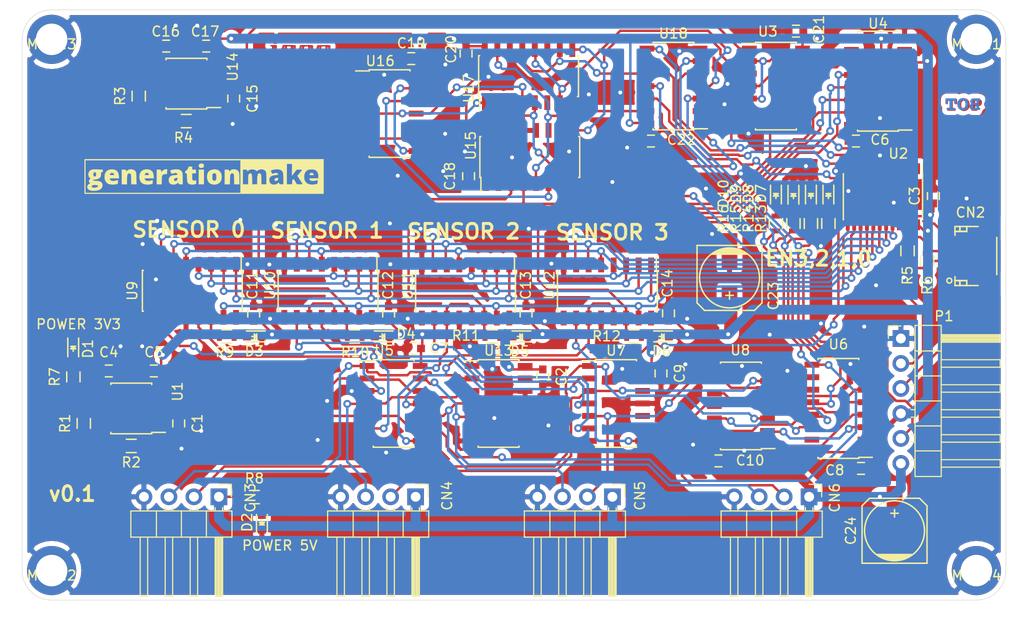
<source format=kicad_pcb>
(kicad_pcb (version 20171130) (host pcbnew 5.1.5+dfsg1-2build2)
  (layers (0 F.Cu signal) (31 B.Cu signal) (34 B.Paste user) (35 F.Paste user) (36 B.SilkS user) (37 F.SilkS user) (38 B.Mask user) (39 F.Mask user) (44 Edge.Cuts user))
  (net 0 "")
  (net 1 GND)
  (net 2 +3V3)
  (net 3 +5V)
  (net 4 "Net-(C1-Pad1)")
  (net 5 "Net-(C4-Pad1)")
  (net 6 "Net-(C15-Pad1)")
  (net 7 "Net-(C16-Pad1)")
  (net 8 I2C_INT)
  (net 9 /I2C_SCL)
  (net 10 /I2C_SDA)
  (net 11 /ECHO0)
  (net 12 /TRIG0)
  (net 13 /ECHO1)
  (net 14 /TRIG1)
  (net 15 /ECHO2)
  (net 16 /TRIG2)
  (net 17 /ECHO3)
  (net 18 /TRIG3)
  (net 19 "Net-(R1-Pad2)")
  (net 20 "Net-(R3-Pad2)")
  (net 21 /CLK_10KHZ)
  (net 22 /D7)
  (net 23 /D6)
  (net 24 /D5)
  (net 25 /D4)
  (net 26 /D3)
  (net 27 /D2)
  (net 28 /D1)
  (net 29 /D0)
  (net 30 /STATUS_ECHO)
  (net 31 /DECODE2)
  (net 32 /DECODE1)
  (net 33 /DECODE0)
  (net 34 AUTO)
  (net 35 /CLK_ECHO3)
  (net 36 /CLK_ECHO2)
  (net 37 /CLK_ECHO1)
  (net 38 /CLK_ECHO0)
  (net 39 "Net-(U6-Pad14)")
  (net 40 EN3)
  (net 41 EN2)
  (net 42 "Net-(U6-Pad11)")
  (net 43 "Net-(U6-Pad6)")
  (net 44 EN1)
  (net 45 EN0)
  (net 46 "Net-(U6-Pad3)")
  (net 47 /RESET3)
  (net 48 /RESET2)
  (net 49 /RESET1)
  (net 50 /RESET0)
  (net 51 /auto/CLK_10Hz)
  (net 52 "Net-(U15-Pad6)")
  (net 53 "Net-(U15-Pad3)")
  (net 54 "Net-(U16-Pad13)")
  (net 55 "Net-(U16-Pad11)")
  (net 56 "Net-(U16-Pad10)")
  (net 57 "Net-(U16-Pad3)")
  (net 58 T3)
  (net 59 T2)
  (net 60 T1)
  (net 61 T0)
  (net 62 ENABLE3)
  (net 63 ENABLE2)
  (net 64 ENABLE1)
  (net 65 ENABLE0)
  (net 66 /auto/E3)
  (net 67 /auto/E2)
  (net 68 /auto/E1)
  (net 69 /auto/E0)
  (net 70 "Net-(D1-Pad2)")
  (net 71 "Net-(D2-Pad2)")
  (net 72 "Net-(D3-Pad2)")
  (net 73 "Net-(D4-Pad2)")
  (net 74 "Net-(D5-Pad2)")
  (net 75 "Net-(D6-Pad2)")
  (net 76 /auto/AUTOEN)
  (net 77 PAUSE)
  (net 78 "Net-(U14-Pad3)")
  (net 79 "Net-(D7-Pad2)")
  (net 80 "Net-(D8-Pad2)")
  (net 81 "Net-(D9-Pad2)")
  (net 82 "Net-(D10-Pad2)")
  (module resistors:R_0603 (layer F.Cu) (at 166.624 61.722 90)
    (fp_text reference R16 (at 0.508 -5.334 90) (layer F.SilkS))
    (fp_text value 220)
    (pad 2 smd rect (at 0.75 0 90) (size 0.5 0.9) (layers F.Cu F.Paste F.Mask) (net 82 "Net-(D10-Pad2)"))
    (pad 1 smd rect (at -0.75 0 90) (size 0.5 0.9) (layers F.Cu F.Paste F.Mask) (net 40 EN3))
  )
  (module resistors:R_0603 (layer F.Cu) (at 168.402 61.722 90)
    (fp_text reference R15 (at 0.508 -5.842 90) (layer F.SilkS))
    (fp_text value 220)
    (pad 2 smd rect (at 0.75 0 90) (size 0.5 0.9) (layers F.Cu F.Paste F.Mask) (net 81 "Net-(D9-Pad2)"))
    (pad 1 smd rect (at -0.75 0 90) (size 0.5 0.9) (layers F.Cu F.Paste F.Mask) (net 41 EN2))
  )
  (module resistors:R_0603 (layer F.Cu) (at 170.18 61.722 90)
    (fp_text reference R14 (at 0.508 -6.35 90) (layer F.SilkS))
    (fp_text value 220)
    (pad 2 smd rect (at 0.75 0 90) (size 0.5 0.9) (layers F.Cu F.Paste F.Mask) (net 80 "Net-(D8-Pad2)"))
    (pad 1 smd rect (at -0.75 0 90) (size 0.5 0.9) (layers F.Cu F.Paste F.Mask) (net 44 EN1))
  )
  (module resistors:R_0603 (layer F.Cu) (at 171.958 61.722 90)
    (fp_text reference R13 (at 0.508 -6.858 270) (layer F.SilkS))
    (fp_text value 220)
    (pad 2 smd rect (at 0.75 0 90) (size 0.5 0.9) (layers F.Cu F.Paste F.Mask) (net 79 "Net-(D7-Pad2)"))
    (pad 1 smd rect (at -0.75 0 90) (size 0.5 0.9) (layers F.Cu F.Paste F.Mask) (net 45 EN0))
  )
  (module LEDs:LED_0603 (layer F.Cu) (at 166.624 58.928 270)
    (fp_text reference D10 (at -0.254 5.334 90) (layer F.SilkS))
    (fp_text value 150060GS75000)
    (pad 1 smd rect (at -0.7493 0 90) (size 0.79756 0.79756) (layers F.Cu F.Paste F.Mask) (net 1 GND))
    (pad 2 smd rect (at 0.7493 0 90) (size 0.79756 0.79756) (layers F.Cu F.Paste F.Mask) (net 82 "Net-(D10-Pad2)"))
  )
  (module LEDs:LED_0603 (layer F.Cu) (at 168.402 58.9407 270)
    (fp_text reference D9 (at -0.2667 5.842 90) (layer F.SilkS))
    (fp_text value 150060GS75000)
    (pad 1 smd rect (at -0.7493 0 90) (size 0.79756 0.79756) (layers F.Cu F.Paste F.Mask) (net 1 GND))
    (pad 2 smd rect (at 0.7493 0 90) (size 0.79756 0.79756) (layers F.Cu F.Paste F.Mask) (net 81 "Net-(D9-Pad2)"))
  )
  (module LEDs:LED_0603 (layer F.Cu) (at 170.18 58.928 270)
    (fp_text reference D8 (at -0.254 6.35 90) (layer F.SilkS))
    (fp_text value 150060GS75000)
    (pad 1 smd rect (at -0.7493 0 90) (size 0.79756 0.79756) (layers F.Cu F.Paste F.Mask) (net 1 GND))
    (pad 2 smd rect (at 0.7493 0 90) (size 0.79756 0.79756) (layers F.Cu F.Paste F.Mask) (net 80 "Net-(D8-Pad2)"))
  )
  (module LEDs:LED_0603 (layer F.Cu) (at 171.958 58.928 270)
    (fp_text reference D7 (at -0.254 6.858 90) (layer F.SilkS))
    (fp_text value 150060GS75000)
    (pad 1 smd rect (at -0.7493 0 90) (size 0.79756 0.79756) (layers F.Cu F.Paste F.Mask) (net 1 GND))
    (pad 2 smd rect (at 0.7493 0 90) (size 0.79756 0.79756) (layers F.Cu F.Paste F.Mask) (net 79 "Net-(D7-Pad2)"))
  )
  (module resistors:R_0603 (layer F.Cu) (at 152.2 73.2)
    (fp_text reference R12 (at -2.79974 -0.02006) (layer F.SilkS))
    (fp_text value 220)
    (pad 2 smd rect (at 0.75 0) (size 0.5 0.9) (layers F.Cu F.Paste F.Mask) (net 75 "Net-(D6-Pad2)"))
    (pad 1 smd rect (at -0.75 0) (size 0.5 0.9) (layers F.Cu F.Paste F.Mask) (net 62 ENABLE3))
  )
  (module resistors:R_0603 (layer F.Cu) (at 137.8 73.2)
    (fp_text reference R11 (at -2.66946 -0.08356) (layer F.SilkS))
    (fp_text value 220)
    (pad 2 smd rect (at 0.75 0) (size 0.5 0.9) (layers F.Cu F.Paste F.Mask) (net 74 "Net-(D5-Pad2)"))
    (pad 1 smd rect (at -0.75 0) (size 0.5 0.9) (layers F.Cu F.Paste F.Mask) (net 63 ENABLE2))
  )
  (module resistors:R_0603 (layer F.Cu) (at 123.8 73.2)
    (fp_text reference R10 (at 0.06056 1.58522) (layer F.SilkS))
    (fp_text value 220)
    (pad 2 smd rect (at 0.75 0) (size 0.5 0.9) (layers F.Cu F.Paste F.Mask) (net 73 "Net-(D4-Pad2)"))
    (pad 1 smd rect (at -0.75 0) (size 0.5 0.9) (layers F.Cu F.Paste F.Mask) (net 64 ENABLE1))
  )
  (module resistors:R_0603 (layer F.Cu) (at 110.8 73.2)
    (fp_text reference R9 (at -0.1957 1.58522) (layer F.SilkS))
    (fp_text value 220)
    (pad 2 smd rect (at 0.75 0) (size 0.5 0.9) (layers F.Cu F.Paste F.Mask) (net 72 "Net-(D3-Pad2)"))
    (pad 1 smd rect (at -0.75 0) (size 0.5 0.9) (layers F.Cu F.Paste F.Mask) (net 65 ENABLE0))
  )
  (module resistors:R_0603 (layer F.Cu) (at 113.60658 89.52992)
    (fp_text reference R8 (at 0 -1.9) (layer F.SilkS))
    (fp_text value 320)
    (pad 2 smd rect (at 0.75 0) (size 0.5 0.9) (layers F.Cu F.Paste F.Mask) (net 71 "Net-(D2-Pad2)"))
    (pad 1 smd rect (at -0.75 0) (size 0.5 0.9) (layers F.Cu F.Paste F.Mask) (net 3 +5V))
  )
  (module resistors:R_0603 (layer F.Cu) (at 95.20936 77.31252 90)
    (fp_text reference R7 (at 0 -1.9 90) (layer F.SilkS))
    (fp_text value 220)
    (pad 2 smd rect (at 0.75 0 90) (size 0.5 0.9) (layers F.Cu F.Paste F.Mask) (net 70 "Net-(D1-Pad2)"))
    (pad 1 smd rect (at -0.75 0 90) (size 0.5 0.9) (layers F.Cu F.Paste F.Mask) (net 2 +3V3))
  )
  (module LEDs:LED_0603 (layer F.Cu) (at 155 73.2 180)
    (fp_text reference D6 (at 0 -1.5) (layer F.SilkS))
    (fp_text value 150060GS75000)
    (pad 1 smd rect (at -0.7493 0) (size 0.79756 0.79756) (layers F.Cu F.Paste F.Mask) (net 1 GND))
    (pad 2 smd rect (at 0.7493 0) (size 0.79756 0.79756) (layers F.Cu F.Paste F.Mask) (net 75 "Net-(D6-Pad2)"))
  )
  (module LEDs:LED_0603 (layer F.Cu) (at 140.6 73.2 180)
    (fp_text reference D5 (at 0 -1.5) (layer F.SilkS))
    (fp_text value 150060GS75000)
    (pad 1 smd rect (at -0.7493 0) (size 0.79756 0.79756) (layers F.Cu F.Paste F.Mask) (net 1 GND))
    (pad 2 smd rect (at 0.7493 0) (size 0.79756 0.79756) (layers F.Cu F.Paste F.Mask) (net 74 "Net-(D5-Pad2)"))
  )
  (module LEDs:LED_0603 (layer F.Cu) (at 126.6 73.2 180)
    (fp_text reference D4 (at -2.4193 0.26898) (layer F.SilkS))
    (fp_text value 150060GS75000)
    (pad 1 smd rect (at -0.7493 0) (size 0.79756 0.79756) (layers F.Cu F.Paste F.Mask) (net 1 GND))
    (pad 2 smd rect (at 0.7493 0) (size 0.79756 0.79756) (layers F.Cu F.Paste F.Mask) (net 73 "Net-(D4-Pad2)"))
  )
  (module LEDs:LED_0603 (layer F.Cu) (at 113.6 73.2 180)
    (fp_text reference D3 (at 0 -1.5) (layer F.SilkS))
    (fp_text value 150060GS75000)
    (pad 1 smd rect (at -0.7493 0) (size 0.79756 0.79756) (layers F.Cu F.Paste F.Mask) (net 1 GND))
    (pad 2 smd rect (at 0.7493 0) (size 0.79756 0.79756) (layers F.Cu F.Paste F.Mask) (net 72 "Net-(D3-Pad2)"))
  )
  (module LEDs:LED_0603 (layer F.Cu) (at 114.37366 92.1004 90)
    (fp_text reference D2 (at 0 -1.5 90) (layer F.SilkS))
    (fp_text value 150060GS75000)
    (pad 1 smd rect (at -0.7493 0 270) (size 0.79756 0.79756) (layers F.Cu F.Paste F.Mask) (net 1 GND))
    (pad 2 smd rect (at 0.7493 0 270) (size 0.79756 0.79756) (layers F.Cu F.Paste F.Mask) (net 71 "Net-(D2-Pad2)"))
  )
  (module LEDs:LED_0603 (layer F.Cu) (at 95.19158 74.45756 270)
    (fp_text reference D1 (at 0 -1.5 90) (layer F.SilkS))
    (fp_text value 150060GS75000)
    (pad 1 smd rect (at -0.7493 0 90) (size 0.79756 0.79756) (layers F.Cu F.Paste F.Mask) (net 1 GND))
    (pad 2 smd rect (at 0.7493 0 90) (size 0.79756 0.79756) (layers F.Cu F.Paste F.Mask) (net 70 "Net-(D1-Pad2)"))
  )
  (module capacitors:c_elec_6.3x4.5 (layer F.Cu) (at 178.67884 92.9513 90)
    (fp_text reference C24 (at 0 -4.445 90) (layer F.SilkS))
    (fp_text value "47uF 16V")
    (pad 2 smd rect (at -2.75082 0 90) (size 3.59918 1.6002) (layers F.Cu F.Paste F.Mask) (net 1 GND))
    (pad 1 smd rect (at 2.75082 0 90) (size 3.59918 1.6002) (layers F.Cu F.Paste F.Mask) (net 3 +5V))
  )
  (module capacitors:c_elec_6.3x4.5 (layer F.Cu) (at 161.90468 67.24904 270)
    (fp_text reference C23 (at 1.83896 -4.46532 270) (layer F.SilkS))
    (fp_text value "47uF 16V")
    (pad 2 smd rect (at -2.75082 0 270) (size 3.59918 1.6002) (layers F.Cu F.Paste F.Mask) (net 1 GND))
    (pad 1 smd rect (at 2.75082 0 270) (size 3.59918 1.6002) (layers F.Cu F.Paste F.Mask) (net 2 +3V3))
  )
  (module labels:generationmake_logo (layer F.Cu) (at 108.45546 62.20714)
    (fp_text reference L4 hide)
    (fp_text value Label hide)
  )
  (module labels:Bot (layer F.Cu) (at 185.6 49.6 180)
    (fp_text reference L3 hide)
    (fp_text value Label hide)
    (fp_poly (pts (xy 1.414032 0.601632) (xy 1.443856 0.601624) (xy 1.471743 0.601611) (xy 1.497697 0.601591) (xy 1.521719 0.601566) (xy 1.543813 0.601535) (xy 1.56398 0.601498) (xy 1.582224 0.601456) (xy 1.598547 0.601407) (xy 1.612951 0.601353) (xy 1.625439 0.601293) (xy 1.636013 0.601227) (xy 1.644676 0.601155) (xy 1.651431 0.601077) (xy 1.656279 0.600994) (xy 1.659224 0.600904) (xy 1.659802 0.600872) (xy 1.674113 0.599518) (xy 1.686661 0.597542) (xy 1.697565 0.594836) (xy 1.706948 0.591294) (xy 1.714931 0.586807) (xy 1.721633 0.581268) (xy 1.727178 0.574571) (xy 1.731684 0.566607) (xy 1.735274 0.557269) (xy 1.738068 0.54645) (xy 1.740188 0.534044) (xy 1.740828 0.529004) (xy 1.741128 0.526321) (xy 1.741417 0.523461) (xy 1.741698 0.52033) (xy 1.741975 0.516836) (xy 1.742252 0.512886) (xy 1.742534 0.508387) (xy 1.742824 0.503246) (xy 1.743126 0.497371) (xy 1.743445 0.490668) (xy 1.743784 0.483044) (xy 1.744147 0.474407) (xy 1.744538 0.464664) (xy 1.744961 0.453722) (xy 1.745421 0.441488) (xy 1.745921 0.427869) (xy 1.746465 0.412772) (xy 1.747058 0.396104) (xy 1.747702 0.377773) (xy 1.748403 0.357686) (xy 1.749164 0.335749) (xy 1.749255 0.333131) (xy 1.750109 0.308219) (xy 1.750882 0.285255) (xy 1.751573 0.264235) (xy 1.752182 0.245153) (xy 1.75271 0.228007) (xy 1.753156 0.212791) (xy 1.75352 0.199501) (xy 1.753804 0.188133) (xy 1.754006 0.178683) (xy 1.754127 0.171146) (xy 1.754167 0.165518) (xy 1.754127 0.161794) (xy 1.754105 0.161193) (xy 1.752851 0.1444) (xy 1.750583 0.129235) (xy 1.747271 0.115641) (xy 1.742885 0.103557) (xy 1.737394 0.092925) (xy 1.730769 0.083684) (xy 1.722979 0.075776) (xy 1.713993 0.069142) (xy 1.704574 0.064079) (xy 1.693472 0.059877) (xy 1.681146 0.056765) (xy 1.66801 0.054765) (xy 1.654477 0.0539) (xy 1.640959 0.054192) (xy 1.627869 0.055663) (xy 1.615621 0.058335) (xy 1.6129 0.059142) (xy 1.600273 0.064001) (xy 1.588672 0.07028) (xy 1.578238 0.077849) (xy 1.569113 0.086579) (xy 1.561438 0.09634) (xy 1.555353 0.107002) (xy 1.55211 0.114953) (xy 1.551425 0.117075) (xy 1.550798 0.11936) (xy 1.550221 0.121915) (xy 1.549689 0.124847) (xy 1.549196 0.128264) (xy 1.548735 0.132271) (xy 1.5483 0.136975) (xy 1.547884 0.142484) (xy 1.547481 0.148905) (xy 1.547086 0.156343) (xy 1.546691 0.164907) (xy 1.546291 0.174702) (xy 1.545879 0.185836) (xy 1.545449 0.198415) (xy 1.544995 0.212546) (xy 1.544509 0.228337) (xy 1.543988 0.245893) (xy 1.543566 0.26035) (xy 1.543152 0.274547) (xy 1.542744 0.288334) (xy 1.542347 0.301567) (xy 1.541965 0.314105) (xy 1.541603 0.325803) (xy 1.541265 0.336519) (xy 1.540957 0.34611) (xy 1.540681 0.354433) (xy 1.540444 0.361345) (xy 1.54025 0.366703) (xy 1.540102 0.370364) (xy 1.540022 0.371964) (xy 1.539448 0.381) (xy 1.3335 0.381) (xy 1.3335 -0.35853) (xy 1.425715 -0.35853) (xy 1.441573 -0.358541) (xy 1.456449 -0.358574) (xy 1.470238 -0.358627) (xy 1.482836 -0.3587) (xy 1.494136 -0.358791) (xy 1.504035 -0.358899) (xy 1.512427 -0.359024) (xy 1.519207 -0.359164) (xy 1.524271 -0.359319) (xy 1.527514 -0.359487) (xy 1.528048 -0.359533) (xy 1.543876 -0.36168) (xy 1.558076 -0.364844) (xy 1.570711 -0.36906) (xy 1.581841 -0.374361) (xy 1.591528 -0.380783) (xy 1.599834 -0.38836) (xy 1.60682 -0.397126) (xy 1.612438 -0.406888) (xy 1.61639 -0.416154) (xy 1.619437 -0.425948) (xy 1.621634 -0.436564) (xy 1.623035 -0.448296) (xy 1.623695 -0.461439) (xy 1.623764 -0.467946) (xy 1.623336 -0.482849) (xy 1.622015 -0.496192) (xy 1.619747 -0.50818) (xy 1.616483 -0.519015) (xy 1.612171 -0.528902) (xy 1.606758 -0.538044) (xy 1.605576 -0.53975) (xy 1.598248 -0.548541) (xy 1.589543 -0.556181) (xy 1.579397 -0.562705) (xy 1.567745 -0.56815) (xy 1.554522 -0.572553) (xy 1.541436 -0.575612) (xy 1.53035 -0.577767) (xy 1.208942 -0.577933) (xy 1.183923 -0.577943) (xy 1.159369 -0.577949) (xy 1.135356 -0.577949) (xy 1.111957 -0.577944) (xy 1.089247 -0.577935) (xy 1.0673 -0.577921) (xy 1.046191 -0.577903) (xy 1.025994 -0.57788) (xy 1.006783 -0.577854) (xy 0.988632 -0.577823) (xy 0.971616 -0.577789) (xy 0.95581 -0.577751) (xy 0.941286 -0.577709) (xy 0.928121 -0.577664) (xy 0.916387 -0.577616) (xy 0.90616 -0.577565) (xy 0.897513 -0.577511) (xy 0.890522 -0.577455) (xy 0.885259 -0.577395) (xy 0.881801 -0.577333) (xy 0.88022 -0.577269) (xy 0.880207 -0.577268) (xy 0.864159 -0.57481) (xy 0.849688 -0.571238) (xy 0.836746 -0.566522) (xy 0.825285 -0.560632) (xy 0.815257 -0.553537) (xy 0.806612 -0.545207) (xy 0.799304 -0.535611) (xy 0.793283 -0.524719) (xy 0.792012 -0.521881) (xy 0.788425 -0.511691) (xy 0.785719 -0.500132) (xy 0.783904 -0.487584) (xy 0.78299 -0.474427) (xy 0.782985 -0.46104) (xy 0.783898 -0.447803) (xy 0.78574 -0.435096) (xy 0.78852 -0.423298) (xy 0.789511 -0.420077) (xy 0.794353 -0.408107) (xy 0.800647 -0.397444) (xy 0.808383 -0.388096) (xy 0.817551 -0.380071) (xy 0.828143 -0.373378) (xy 0.840148 -0.368026) (xy 0.850099 -0.364889) (xy 0.853446 -0.363998) (xy 0.856492 -0.363206) (xy 0.859367 -0.362506) (xy 0.8622 -0.361892) (xy 0.865123 -0.361357) (xy 0.868264 -0.360897) (xy 0.871753 -0.360503) (xy 0.87572 -0.360171) (xy 0.880294 -0.359894) (xy 0.885606 -0.359666) (xy 0.891785 -0.35948) (xy 0.898961 -0.35933) (xy 0.907263 -0.359211) (xy 0.916822 -0.359115) (xy 0.927767 -0.359037) (xy 0.940227 -0.35897) (xy 0.954333 -0.358909) (xy 0.970214 -0.358846) (xy 0.976679 -0.358821) (xy 1.075592 -0.358436) (xy 1.075592 0.381) (xy 0.869628 0.381) (xy 0.869079 0.373918) (xy 0.868977 0.371982) (xy 0.868826 0.368232) (xy 0.868629 0.362806) (xy 0.868393 0.355842) (xy 0.868119 0.347478) (xy 0.867814 0.337853) (xy 0.867482 0.327106) (xy 0.867126 0.315375) (xy 0.866751 0.302797) (xy 0.866362 0.289513) (xy 0.865962 0.275659) (xy 0.865597 0.262793) (xy 0.865077 0.244336) (xy 0.86461 0.227727) (xy 0.864192 0.212863) (xy 0.863817 0.199639) (xy 0.86348 0.187951) (xy 0.863178 0.177695) (xy 0.862905 0.168766) (xy 0.862657 0.161061) (xy 0.862429 0.154474) (xy 0.862216 0.148902) (xy 0.862014 0.14424) (xy 0.861818 0.140384) (xy 0.861624 0.137231) (xy 0.861426 0.134674) (xy 0.861221 0.132611) (xy 0.861002 0.130937) (xy 0.860767 0.129548) (xy 0.860509 0.128339) (xy 0.860225 0.127206) (xy 0.859909 0.126046) (xy 0.859558 0.124753) (xy 0.859379 0.12407) (xy 0.855967 0.112715) (xy 0.851896 0.102865) (xy 0.846949 0.094124) (xy 0.840907 0.086095) (xy 0.835334 0.080108) (xy 0.825665 0.07188) (xy 0.814803 0.065192) (xy 0.802762 0.060048) (xy 0.789558 0.056455) (xy 0.775207 0.054417) (xy 0.759723 0.05394) (xy 0.756138 0.054046) (xy 0.740269 0.055298) (xy 0.725876 0.057751) (xy 0.712923 0.061444) (xy 0.701374 0.066415) (xy 0.691193 0.072702) (xy 0.682345 0.080344) (xy 0.674793 0.089379) (xy 0.668502 0.099845) (xy 0.663435 0.11178) (xy 0.659558 0.125223) (xy 0.656833 0.140213) (xy 0.655226 0.156787) (xy 0.654953 0.16217) (xy 0.654928 0.164567) (xy 0.654972 0.168788) (xy 0.655078 0.174707) (xy 0.655243 0.182193) (xy 0.655463 0.191121) (xy 0.655733 0.201361) (xy 0.656049 0.212786) (xy 0.656407 0.225268) (xy 0.656803 0.238678) (xy 0.657233 0.25289) (xy 0.657691 0.267774) (xy 0.658175 0.283203) (xy 0.65868 0.299049) (xy 0.659202 0.315184) (xy 0.659736 0.33148) (xy 0.660278 0.347808) (xy 0.660825 0.364042) (xy 0.661371 0.380053) (xy 0.661913 0.395713) (xy 0.662447 0.410895) (xy 0.662967 0.425469) (xy 0.663471 0.439309) (xy 0.663954 0.452285) (xy 0.664411 0.464272) (xy 0.664838 0.475139) (xy 0.665232 0.48476) (xy 0.665588 0.493006) (xy 0.665901 0.499749) (xy 0.666168 0.504862) (xy 0.666299 0.507023) (xy 0.667472 0.521667) (xy 0.668973 0.534519) (xy 0.670864 0.545724) (xy 0.673205 0.555426) (xy 0.676058 0.563769) (xy 0.679482 0.570898) (xy 0.683541 0.576957) (xy 0.688294 0.58209) (xy 0.693803 0.586441) (xy 0.700128 0.590154) (xy 0.701836 0.590996) (xy 0.706732 0.593163) (xy 0.711664 0.59495) (xy 0.717089 0.596485) (xy 0.723468 0.597895) (xy 0.731259 0.599307) (xy 0.732741 0.599553) (xy 0.733627 0.599686) (xy 0.734671 0.599811) (xy 0.735926 0.59993) (xy 0.737445 0.600043) (xy 0.739282 0.600149) (xy 0.74149 0.600249) (xy 0.744122 0.600343) (xy 0.747232 0.600431) (xy 0.750873 0.600515) (xy 0.755099 0.600593) (xy 0.759962 0.600666) (xy 0.765517 0.600735) (xy 0.771816 0.600799) (xy 0.778913 0.600859) (xy 0.786861 0.600915) (xy 0.795714 0.600968) (xy 0.805525 0.601017) (xy 0.816348 0.601062) (xy 0.828235 0.601105) (xy 0.84124 0.601145) (xy 0.855417 0.601182) (xy 0.870819 0.601217) (xy 0.887499 0.60125) (xy 0.90551 0.601281) (xy 0.924906 0.60131) (xy 0.945741 0.601338) (xy 0.968067 0.601365) (xy 0.991939 0.601391) (xy 1.017409 0.601416) (xy 1.04453 0.60144) (xy 1.073357 0.601465) (xy 1.103942 0.601489) (xy 1.136339 0.601514) (xy 1.170601 0.601539) (xy 1.194288 0.601556) (xy 1.235782 0.601583) (xy 1.275325 0.601604) (xy 1.312918 0.60162) (xy 1.348566 0.60163) (xy 1.38227 0.601634) (xy 1.414032 0.601632)) (layer B.Cu) (width 0.01))
    (fp_poly (pts (xy -1.302587 0.599719) (xy -1.285014 0.599706) (xy -1.268847 0.599684) (xy -1.254008 0.599649) (xy -1.240419 0.599603) (xy -1.228002 0.599543) (xy -1.216679 0.59947) (xy -1.20637 0.599381) (xy -1.196999 0.599278) (xy -1.188487 0.599158) (xy -1.180755 0.599021) (xy -1.173726 0.598866) (xy -1.16732 0.598693) (xy -1.161461 0.5985) (xy -1.15607 0.598287) (xy -1.151068 0.598052) (xy -1.146378 0.597796) (xy -1.14192 0.597517) (xy -1.137618 0.597215) (xy -1.133392 0.596888) (xy -1.129165 0.596536) (xy -1.127369 0.596381) (xy -1.095726 0.592947) (xy -1.065513 0.588311) (xy -1.036743 0.582479) (xy -1.009429 0.575461) (xy -0.983583 0.567264) (xy -0.959219 0.557895) (xy -0.936348 0.547363) (xy -0.914985 0.535675) (xy -0.895142 0.52284) (xy -0.876831 0.508865) (xy -0.860066 0.493758) (xy -0.844858 0.477526) (xy -0.831222 0.460179) (xy -0.81917 0.441722) (xy -0.808714 0.422166) (xy -0.799868 0.401516) (xy -0.79706 0.393761) (xy -0.792253 0.378755) (xy -0.788308 0.363965) (xy -0.78515 0.348977) (xy -0.782704 0.333376) (xy -0.780895 0.316749) (xy -0.779649 0.29868) (xy -0.77956 0.296949) (xy -0.779176 0.272213) (xy -0.780514 0.248332) (xy -0.783568 0.225324) (xy -0.788332 0.203208) (xy -0.794801 0.182003) (xy -0.80297 0.161727) (xy -0.812832 0.142399) (xy -0.824383 0.124038) (xy -0.83496 0.109903) (xy -0.843873 0.099647) (xy -0.854217 0.089125) (xy -0.865576 0.078701) (xy -0.877532 0.068741) (xy -0.889666 0.05961) (xy -0.901551 0.05168) (xy -0.910369 0.046209) (xy -0.898463 0.041494) (xy -0.873716 0.030921) (xy -0.850715 0.019491) (xy -0.829443 0.007181) (xy -0.809882 -0.006028) (xy -0.792012 -0.020158) (xy -0.775816 -0.035229) (xy -0.761276 -0.051263) (xy -0.748373 -0.06828) (xy -0.737089 -0.086301) (xy -0.727405 -0.105347) (xy -0.719304 -0.125438) (xy -0.712766 -0.146596) (xy -0.707774 -0.168841) (xy -0.706379 -0.176946) (xy -0.704922 -0.186754) (xy -0.703807 -0.195887) (xy -0.702997 -0.204854) (xy -0.702458 -0.214163) (xy -0.702153 -0.22432) (xy -0.702045 -0.235834) (xy -0.702043 -0.23788) (xy -0.70219 -0.251335) (xy -0.702646 -0.263348) (xy -0.703454 -0.274413) (xy -0.704656 -0.285023) (xy -0.706291 -0.295674) (xy -0.707418 -0.301869) (xy -0.713127 -0.326764) (xy -0.720568 -0.350767) (xy -0.729722 -0.373842) (xy -0.740567 -0.395958) (xy -0.753085 -0.417081) (xy -0.767255 -0.437178) (xy -0.783058 -0.456216) (xy -0.800473 -0.474162) (xy -0.819481 -0.490983) (xy -0.822661 -0.493561) (xy -0.842802 -0.508521) (xy -0.863996 -0.52196) (xy -0.886285 -0.533895) (xy -0.909709 -0.544341) (xy -0.934309 -0.553313) (xy -0.960125 -0.560828) (xy -0.987197 -0.566899) (xy -1.015567 -0.571544) (xy -1.03141 -0.573462) (xy -1.035109 -0.573859) (xy -1.038559 -0.574231) (xy -1.041831 -0.574579) (xy -1.044996 -0.574902) (xy -1.048123 -0.575203) (xy -1.051284 -0.575481) (xy -1.054549 -0.575739) (xy -1.057988 -0.575976) (xy -1.061673 -0.576193) (xy -1.065675 -0.576392) (xy -1.070062 -0.576574) (xy -1.074908 -0.576739) (xy -1.08028 -0.576888) (xy -1.086252 -0.577022) (xy -1.092893 -0.577142) (xy -1.100273 -0.577249) (xy -1.108464 -0.577344) (xy -1.117535 -0.577427) (xy -1.127558 -0.5775) (xy -1.138604 -0.577563) (xy -1.150742 -0.577618) (xy -1.164044 -0.577665) (xy -1.17858 -0.577705) (xy -1.194421 -0.57774) (xy -1.211636 -0.577769) (xy -1.230298 -0.577794) (xy -1.250477 -0.577816) (xy -1.272242 -0.577835) (xy -1.295666 -0.577853) (xy -1.320817 -0.57787) (xy -1.347768 -0.577888) (xy -1.376589 -0.577906) (xy -1.382346 -0.57791) (xy -1.407293 -0.577924) (xy -1.431696 -0.577932) (xy -1.455483 -0.577935) (xy -1.47858 -0.577932) (xy -1.500915 -0.577924) (xy -1.522415 -0.577911) (xy -1.543005 -0.577893) (xy -1.562614 -0.57787) (xy -1.581168 -0.577843) (xy -1.598593 -0.577811) (xy -1.614817 -0.577774) (xy -1.629766 -0.577734) (xy -1.643368 -0.577689) (xy -1.65555 -0.577641) (xy -1.666237 -0.577589) (xy -1.675357 -0.577533) (xy -1.682837 -0.577474) (xy -1.688604 -0.577411) (xy -1.692585 -0.577346) (xy -1.694705 -0.577277) (xy -1.694962 -0.577257) (xy -1.710734 -0.574813) (xy -1.724879 -0.571335) (xy -1.737459 -0.566774) (xy -1.748532 -0.561081) (xy -1.758159 -0.554208) (xy -1.7664 -0.546108) (xy -1.773316 -0.53673) (xy -1.778966 -0.526028) (xy -1.783412 -0.513951) (xy -1.78598 -0.504016) (xy -1.786697 -0.500538) (xy -1.787244 -0.497293) (xy -1.787643 -0.493934) (xy -1.787918 -0.490113) (xy -1.788091 -0.485484) (xy -1.788184 -0.479699) (xy -1.788222 -0.472411) (xy -1.788226 -0.4699) (xy -1.788186 -0.460762) (xy -1.788012 -0.453201) (xy -1.787653 -0.446842) (xy -1.787057 -0.44131) (xy -1.786172 -0.436229) (xy -1.784946 -0.431224) (xy -1.783327 -0.42592) (xy -1.781364 -0.420222) (xy -1.777868 -0.411557) (xy -1.77386 -0.404043) (xy -1.768959 -0.397087) (xy -1.762782 -0.390096) (xy -1.760517 -0.387797) (xy -1.756314 -0.383714) (xy -1.752859 -0.380662) (xy -1.74958 -0.378226) (xy -1.745908 -0.375995) (xy -1.741273 -0.373555) (xy -1.7399 -0.372865) (xy -1.730448 -0.368625) (xy -1.723771 -0.366346) (xy -1.417516 -0.366346) (xy -1.329348 -0.36634) (xy -1.315748 -0.366328) (xy -1.302247 -0.366295) (xy -1.289038 -0.366242) (xy -1.276311 -0.366171) (xy -1.264257 -0.366085) (xy -1.253067 -0.365983) (xy -1.242932 -0.365869) (xy -1.234042 -0.365744) (xy -1.22659 -0.365609) (xy -1.220766 -0.365467) (xy -1.217735 -0.365362) (xy -1.191146 -0.363909) (xy -1.16637 -0.361815) (xy -1.143366 -0.359058) (xy -1.122095 -0.355616) (xy -1.102514 -0.351468) (xy -1.084585 -0.34659) (xy -1.068266 -0.340961) (xy -1.053516 -0.334559) (xy -1.040296 -0.327361) (xy -1.028565 -0.319346) (xy -1.018283 -0.310491) (xy -1.009408 -0.300775) (xy -1.001901 -0.290174) (xy -0.995721 -0.278668) (xy -0.990827 -0.266234) (xy -0.987179 -0.25285) (xy -0.984736 -0.238493) (xy -0.984695 -0.238158) (xy -0.984234 -0.232703) (xy -0.983976 -0.225878) (xy -0.983909 -0.218156) (xy -0.984023 -0.210011) (xy -0.984305 -0.201918) (xy -0.984743 -0.194351) (xy -0.985327 -0.187783) (xy -0.986045 -0.18269) (xy -0.986048 -0.182671) (xy -0.989645 -0.167489) (xy -0.994572 -0.15354) (xy -1.000875 -0.140779) (xy -1.008599 -0.129165) (xy -1.017793 -0.118652) (xy -1.028502 -0.1092) (xy -1.040773 -0.100763) (xy -1.054651 -0.0933) (xy -1.070184 -0.086766) (xy -1.087418 -0.081118) (xy -1.098239 -0.078226) (xy -1.110054 -0.075562) (xy -1.122966 -0.073165) (xy -1.13716 -0.071007) (xy -1.152821 -0.069062) (xy -1.170133 -0.067304) (xy -1.181589 -0.066311) (xy -1.185021 -0.066114) (xy -1.19035 -0.065925) (xy -1.197521 -0.065746) (xy -1.206477 -0.065576) (xy -1.217162 -0.065417) (xy -1.22952 -0.06527) (xy -1.243495 -0.065134) (xy -1.25903 -0.065011) (xy -1.276069 -0.064902) (xy -1.294556 -0.064807) (xy -1.306391 -0.064756) (xy -1.417516 -0.064319) (xy -1.417516 -0.366346) (xy -1.723771 -0.366346) (xy -1.720875 -0.365358) (xy -1.710811 -0.362988) (xy -1.699886 -0.361442) (xy -1.687731 -0.360645) (xy -1.678598 -0.360492) (xy -1.664677 -0.360484) (xy -1.664677 0.135577) (xy -1.417516 0.135577) (xy -1.329837 0.136072) (xy -1.31335 0.136172) (xy -1.298683 0.136277) (xy -1.2857 0.136391) (xy -1.274266 0.136515) (xy -1.264247 0.136653) (xy -1.255507 0.136806) (xy -1.247912 0.136978) (xy -1.241326 0.13717) (xy -1.235616 0.137387) (xy -1.230646 0.137629) (xy -1.226282 0.137901) (xy -1.22317 0.138138) (xy -1.202667 0.140172) (xy -1.183952 0.14275) (xy -1.16693 0.145904) (xy -1.151502 0.149668) (xy -1.137572 0.154074) (xy -1.125043 0.159156) (xy -1.113817 0.164946) (xy -1.103798 0.171478) (xy -1.094889 0.178784) (xy -1.090224 0.183356) (xy -1.082283 0.192681) (xy -1.075987 0.20246) (xy -1.071025 0.213205) (xy -1.069326 0.217947) (xy -1.066139 0.22986) (xy -1.064024 0.242917) (xy -1.062992 0.25662) (xy -1.063056 0.270473) (xy -1.064225 0.283978) (xy -1.066512 0.296639) (xy -1.067463 0.300364) (xy -1.07198 0.31335) (xy -1.07807 0.325226) (xy -1.085742 0.335999) (xy -1.095003 0.345673) (xy -1.105863 0.354256) (xy -1.118328 0.361753) (xy -1.132407 0.368169) (xy -1.148107 0.373512) (xy -1.165437 0.377786) (xy -1.17475 0.37953) (xy -1.179021 0.38025) (xy -1.18294 0.380891) (xy -1.186639 0.381461) (xy -1.19025 0.381962) (xy -1.193907 0.3824) (xy -1.197742 0.38278) (xy -1.201888 0.383107) (xy -1.206477 0.383386) (xy -1.211642 0.383621) (xy -1.217515 0.383818) (xy -1.22423 0.383982) (xy -1.231919 0.384116) (xy -1.240715 0.384227) (xy -1.25075 0.384319) (xy -1.262157 0.384397) (xy -1.275069 0.384465) (xy -1.289618 0.38453) (xy -1.305937 0.384595) (xy -1.312741 0.384622) (xy -1.417516 0.385027) (xy -1.417516 0.135577) (xy -1.664677 0.135577) (xy -1.664677 0.379047) (xy -1.675254 0.379047) (xy -1.692098 0.379681) (xy -1.707492 0.381595) (xy -1.721476 0.38481) (xy -1.734091 0.389343) (xy -1.745379 0.395213) (xy -1.755381 0.402439) (xy -1.764137 0.41104) (xy -1.771688 0.421035) (xy -1.773714 0.424291) (xy -1.779282 0.435297) (xy -1.783546 0.447453) (xy -1.786529 0.460857) (xy -1.788253 0.475605) (xy -1.788746 0.490078) (xy -1.788572 0.500863) (xy -1.788016 0.510193) (xy -1.787031 0.51854) (xy -1.785569 0.526374) (xy -1.784712 0.529981) (xy -1.780921 0.542234) (xy -1.776049 0.553123) (xy -1.770009 0.562718) (xy -1.762716 0.57109) (xy -1.754082 0.578309) (xy -1.744021 0.584445) (xy -1.732447 0.589568) (xy -1.719274 0.593749) (xy -1.704414 0.597058) (xy -1.70165 0.59755) (xy -1.700508 0.597732) (xy -1.699231 0.597902) (xy -1.697747 0.598059) (xy -1.695982 0.598205) (xy -1.693862 0.598339) (xy -1.691316 0.598463) (xy -1.688268 0.598576) (xy -1.684648 0.598681) (xy -1.68038 0.598777) (xy -1.675392 0.598864) (xy -1.66961 0.598944) (xy -1.662962 0.599016) (xy -1.655375 0.599083) (xy -1.646774 0.599143) (xy -1.637087 0.599198) (xy -1.626241 0.599248) (xy -1.614162 0.599294) (xy -1.600778 0.599337) (xy -1.586014 0.599377) (xy -1.569798 0.599414) (xy -1.552057 0.599449) (xy -1.532717 0.599483) (xy -1.511706 0.599517) (xy -1.488949 0.59955) (xy -1.464374 0.599584) (xy -1.441939 0.599614) (xy -1.414285 0.599648) (xy -1.388507 0.599677) (xy -1.364526 0.599699) (xy -1.342265 0.599714) (xy -1.321644 0.599721) (xy -1.302587 0.599719)) (layer B.Cu) (width 0.01))
    (fp_poly (pts (xy -0.006759 0.631579) (xy 0.004256 0.63139) (xy 0.014512 0.631092) (xy 0.023677 0.630683) (xy 0.03142 0.630163) (xy 0.035169 0.629807) (xy 0.055986 0.627287) (xy 0.075289 0.624428) (xy 0.0935 0.62114) (xy 0.111045 0.617334) (xy 0.128345 0.612918) (xy 0.145825 0.607803) (xy 0.159727 0.603313) (xy 0.189672 0.592271) (xy 0.218657 0.579544) (xy 0.246646 0.565171) (xy 0.273601 0.549191) (xy 0.299486 0.53164) (xy 0.324264 0.512559) (xy 0.347898 0.491983) (xy 0.370352 0.469953) (xy 0.391587 0.446505) (xy 0.411568 0.421679) (xy 0.430257 0.395512) (xy 0.447617 0.368041) (xy 0.463613 0.339307) (xy 0.478206 0.309346) (xy 0.49136 0.278196) (xy 0.501793 0.249604) (xy 0.511503 0.21854) (xy 0.519733 0.186937) (xy 0.526518 0.154609) (xy 0.531891 0.121372) (xy 0.535889 0.087041) (xy 0.538389 0.05422) (xy 0.53868 0.047592) (xy 0.538888 0.039448) (xy 0.539016 0.030118) (xy 0.539067 0.019935) (xy 0.539046 0.009231) (xy 0.538954 -0.001661) (xy 0.538795 -0.012409) (xy 0.538573 -0.022682) (xy 0.538291 -0.032146) (xy 0.537951 -0.04047) (xy 0.537558 -0.047322) (xy 0.537366 -0.049823) (xy 0.533534 -0.086235) (xy 0.528359 -0.121306) (xy 0.521813 -0.155141) (xy 0.513869 -0.187844) (xy 0.504498 -0.219521) (xy 0.493671 -0.250276) (xy 0.481361 -0.280214) (xy 0.467539 -0.30944) (xy 0.467441 -0.309634) (xy 0.451655 -0.338854) (xy 0.434449 -0.366846) (xy 0.415867 -0.393552) (xy 0.395957 -0.418917) (xy 0.374765 -0.442887) (xy 0.352335 -0.465405) (xy 0.328714 -0.486417) (xy 0.306265 -0.50415) (xy 0.280287 -0.522301) (xy 0.253318 -0.538784) (xy 0.225417 -0.553584) (xy 0.19664 -0.566683) (xy 0.167042 -0.578064) (xy 0.136682 -0.58771) (xy 0.105614 -0.595604) (xy 0.073897 -0.601729) (xy 0.041585 -0.606068) (xy 0.008737 -0.608605) (xy -0.024591 -0.609322) (xy -0.043473 -0.608922) (xy -0.056875 -0.608196) (xy -0.071552 -0.606985) (xy -0.086906 -0.605359) (xy -0.102339 -0.603391) (xy -0.117254 -0.601153) (xy -0.131052 -0.598717) (xy -0.135585 -0.597815) (xy -0.167304 -0.590343) (xy -0.198079 -0.581172) (xy -0.227955 -0.570283) (xy -0.256974 -0.557653) (xy -0.285179 -0.543262) (xy -0.312614 -0.52709) (xy -0.339322 -0.509115) (xy -0.365347 -0.489316) (xy -0.372208 -0.4837) (xy -0.377378 -0.479222) (xy -0.383574 -0.473558) (xy -0.39052 -0.466983) (xy -0.397944 -0.459772) (xy -0.405573 -0.452199) (xy -0.413131 -0.444539) (xy -0.420346 -0.437066) (xy -0.426944 -0.430054) (xy -0.432651 -0.423779) (xy -0.437113 -0.418611) (xy -0.458294 -0.391591) (xy -0.477822 -0.363531) (xy -0.495695 -0.334438) (xy -0.511911 -0.304319) (xy -0.526466 -0.273181) (xy -0.539359 -0.24103) (xy -0.550587 -0.207874) (xy -0.560147 -0.17372) (xy -0.568036 -0.138575) (xy -0.574252 -0.102445) (xy -0.578793 -0.065338) (xy -0.581349 -0.032772) (xy -0.581638 -0.026309) (xy -0.581849 -0.018324) (xy -0.581986 -0.009138) (xy -0.58204 -0.000455) (xy -0.294634 -0.000455) (xy -0.293621 -0.029944) (xy -0.291518 -0.058925) (xy -0.288335 -0.087079) (xy -0.284078 -0.114087) (xy -0.281256 -0.128465) (xy -0.275008 -0.154613) (xy -0.267548 -0.179709) (xy -0.258925 -0.203629) (xy -0.249192 -0.226249) (xy -0.238397 -0.247445) (xy -0.226592 -0.267092) (xy -0.222932 -0.272561) (xy -0.209336 -0.290791) (xy -0.194675 -0.307408) (xy -0.178981 -0.322392) (xy -0.162286 -0.335722) (xy -0.144624 -0.347378) (xy -0.126025 -0.357338) (xy -0.106523 -0.365583) (xy -0.086149 -0.372092) (xy -0.064937 -0.376843) (xy -0.05715 -0.378113) (xy -0.05305 -0.378619) (xy -0.047698 -0.379143) (xy -0.041793 -0.37962) (xy -0.036146 -0.379984) (xy -0.030507 -0.380259) (xy -0.025488 -0.380411) (xy -0.020608 -0.380437) (xy -0.015388 -0.380328) (xy -0.009349 -0.380079) (xy -0.002011 -0.379684) (xy 0.000977 -0.379509) (xy 0.019362 -0.377582) (xy 0.038114 -0.374031) (xy 0.056731 -0.368982) (xy 0.074708 -0.36256) (xy 0.082802 -0.3591) (xy 0.101423 -0.349617) (xy 0.119066 -0.338463) (xy 0.135712 -0.325669) (xy 0.151343 -0.311264) (xy 0.165939 -0.295281) (xy 0.179483 -0.27775) (xy 0.191954 -0.258701) (xy 0.203335 -0.238166) (xy 0.213606 -0.216175) (xy 0.222749 -0.192759) (xy 0.230746 -0.167949) (xy 0.237576 -0.141776) (xy 0.243222 -0.11427) (xy 0.247141 -0.089388) (xy 0.248897 -0.075691) (xy 0.250318 -0.062613) (xy 0.25143 -0.049738) (xy 0.252259 -0.036649) (xy 0.252829 -0.022928) (xy 0.253168 -0.00816) (xy 0.2533 0.008072) (xy 0.253304 0.010747) (xy 0.252957 0.038171) (xy 0.251865 0.064027) (xy 0.249995 0.088563) (xy 0.247315 0.11203) (xy 0.243794 0.134676) (xy 0.2394 0.156752) (xy 0.2341 0.178507) (xy 0.230027 0.193029) (xy 0.224528 0.210112) (xy 0.218115 0.227331) (xy 0.210985 0.244238) (xy 0.203333 0.260383) (xy 0.195356 0.27532) (xy 0.190017 0.284285) (xy 0.182109 0.29608) (xy 0.173069 0.308066) (xy 0.163253 0.319835) (xy 0.153019 0.330978) (xy 0.142723 0.341088) (xy 0.132861 0.349644) (xy 0.115906 0.362036) (xy 0.09788 0.37283) (xy 0.078917 0.381966) (xy 0.059149 0.389384) (xy 0.03871 0.395023) (xy 0.026301 0.397508) (xy 0.007613 0.400003) (xy -0.011741 0.401216) (xy -0.031296 0.40116) (xy -0.050589 0.399845) (xy -0.069156 0.397284) (xy -0.081696 0.394703) (xy -0.102389 0.388824) (xy -0.122123 0.381256) (xy -0.140882 0.37202) (xy -0.158649 0.361141) (xy -0.175407 0.34864) (xy -0.191139 0.33454) (xy -0.20583 0.318863) (xy -0.219462 0.301632) (xy -0.232019 0.282869) (xy -0.243484 0.262597) (xy -0.253841 0.240838) (xy -0.263072 0.217615) (xy -0.271162 0.19295) (xy -0.278093 0.166866) (xy -0.283849 0.139385) (xy -0.287626 0.116209) (xy -0.291054 0.087874) (xy -0.293358 0.058773) (xy -0.294549 0.029224) (xy -0.294634 -0.000455) (xy -0.58204 -0.000455) (xy -0.582049 0.00093) (xy -0.582044 0.01156) (xy -0.581972 0.022432) (xy -0.581836 0.033228) (xy -0.58164 0.043627) (xy -0.581387 0.05331) (xy -0.581078 0.061957) (xy -0.580718 0.069249) (xy -0.580365 0.074247) (xy -0.577234 0.104975) (xy -0.573266 0.134218) (xy -0.568398 0.162281) (xy -0.562567 0.189472) (xy -0.555712 0.216097) (xy -0.54777 0.242464) (xy -0.543986 0.253858) (xy -0.53219 0.285639) (xy -0.518879 0.316349) (xy -0.504092 0.345939) (xy -0.487868 0.374357) (xy -0.470245 0.401552) (xy -0.451264 0.427473) (xy -0.430962 0.45207) (xy -0.409379 0.47529) (xy -0.386554 0.497084) (xy -0.362525 0.517399) (xy -0.337333 0.536186) (xy -0.318312 0.548854) (xy -0.291934 0.564545) (xy -0.264929 0.578552) (xy -0.237204 0.590908) (xy -0.208664 0.601644) (xy -0.179216 0.61079) (xy -0.148767 0.618378) (xy -0.117223 0.62444) (xy -0.084492 0.629007) (xy -0.077177 0.629809) (xy -0.07016 0.630393) (xy -0.061575 0.630866) (xy -0.051754 0.63123) (xy -0.041029 0.631482) (xy -0.029734 0.631625) (xy -0.018199 0.631657) (xy -0.006759 0.631579)) (layer B.Cu) (width 0.01))
  )
  (module labels:Top (layer F.Cu) (at 185.71464 49.64684)
    (fp_text reference L2 hide)
    (fp_text value Label hide)
    (fp_poly (pts (xy 1.184742 -0.619251) (xy 1.208114 -0.619246) (xy 1.229712 -0.619238) (xy 1.249622 -0.619225) (xy 1.26793 -0.619206) (xy 1.284722 -0.61918) (xy 1.300084 -0.619146) (xy 1.314102 -0.619101) (xy 1.326862 -0.619046) (xy 1.33845 -0.618979) (xy 1.348952 -0.618899) (xy 1.358454 -0.618805) (xy 1.367042 -0.618695) (xy 1.374802 -0.618569) (xy 1.38182 -0.618425) (xy 1.388182 -0.618261) (xy 1.393974 -0.618078) (xy 1.399281 -0.617873) (xy 1.404191 -0.617646) (xy 1.408789 -0.617395) (xy 1.413161 -0.61712) (xy 1.417393 -0.616818) (xy 1.421571 -0.616489) (xy 1.42578 -0.616132) (xy 1.430108 -0.615745) (xy 1.43464 -0.615327) (xy 1.437132 -0.615095) (xy 1.471749 -0.611207) (xy 1.504946 -0.606138) (xy 1.53668 -0.599899) (xy 1.566911 -0.5925) (xy 1.595595 -0.583954) (xy 1.622692 -0.574271) (xy 1.648159 -0.563462) (xy 1.667099 -0.554134) (xy 1.690604 -0.540755) (xy 1.712462 -0.526186) (xy 1.732674 -0.510425) (xy 1.751241 -0.493472) (xy 1.768164 -0.475325) (xy 1.783443 -0.455984) (xy 1.797078 -0.435448) (xy 1.809071 -0.413715) (xy 1.819422 -0.390786) (xy 1.828131 -0.366658) (xy 1.8352 -0.341331) (xy 1.840429 -0.315976) (xy 1.843815 -0.292106) (xy 1.845971 -0.26704) (xy 1.846891 -0.241206) (xy 1.846567 -0.215033) (xy 1.844992 -0.188949) (xy 1.842918 -0.169164) (xy 1.838481 -0.140823) (xy 1.832422 -0.113702) (xy 1.824743 -0.087806) (xy 1.81545 -0.063137) (xy 1.804546 -0.039699) (xy 1.792034 -0.017495) (xy 1.777919 0.003472) (xy 1.762204 0.023198) (xy 1.744893 0.041681) (xy 1.725991 0.058917) (xy 1.7055 0.074903) (xy 1.683425 0.089636) (xy 1.65977 0.103112) (xy 1.634538 0.115329) (xy 1.607734 0.126283) (xy 1.57936 0.13597) (xy 1.549422 0.144389) (xy 1.517922 0.151535) (xy 1.484865 0.157405) (xy 1.450255 0.161997) (xy 1.44526 0.16254) (xy 1.439144 0.163184) (xy 1.433509 0.163761) (xy 1.428211 0.164275) (xy 1.423111 0.164732) (xy 1.418066 0.165134) (xy 1.412935 0.165486) (xy 1.407577 0.165792) (xy 1.401849 0.166056) (xy 1.395611 0.166282) (xy 1.388721 0.166474) (xy 1.381038 0.166637) (xy 1.37242 0.166773) (xy 1.362725 0.166889) (xy 1.351813 0.166986) (xy 1.339542 0.167071) (xy 1.32577 0.167146) (xy 1.310356 0.167215) (xy 1.293158 0.167284) (xy 1.27889 0.167337) (xy 1.159256 0.16778) (xy 1.159256 0.378968) (xy 1.219531 0.378968) (xy 1.231969 0.378987) (xy 1.243751 0.379043) (xy 1.25469 0.379132) (xy 1.264596 0.379253) (xy 1.273281 0.379401) (xy 1.280557 0.379574) (xy 1.286234 0.37977) (xy 1.290123 0.379985) (xy 1.290905 0.380052) (xy 1.307596 0.382347) (xy 1.322626 0.385806) (xy 1.336003 0.390432) (xy 1.347733 0.39623) (xy 1.357824 0.403202) (xy 1.366282 0.411351) (xy 1.369436 0.41524) (xy 1.3754 0.424226) (xy 1.380226 0.433869) (xy 1.383983 0.444412) (xy 1.386743 0.456098) (xy 1.388576 0.469169) (xy 1.389554 0.483868) (xy 1.389563 0.484124) (xy 1.389554 0.501572) (xy 1.38821 0.517555) (xy 1.385518 0.532153) (xy 1.381465 0.545445) (xy 1.377708 0.554228) (xy 1.371621 0.564882) (xy 1.364313 0.574202) (xy 1.355705 0.582232) (xy 1.345721 0.589018) (xy 1.334283 0.594606) (xy 1.321313 0.599041) (xy 1.306734 0.602369) (xy 1.292138 0.604459) (xy 1.290062 0.604573) (xy 1.286079 0.60468) (xy 1.28031 0.60478) (xy 1.272874 0.604872) (xy 1.263893 0.604957) (xy 1.253489 0.605035) (xy 1.241783 0.605106) (xy 1.228894 0.605169) (xy 1.214945 0.605225) (xy 1.200056 0.605274) (xy 1.184349 0.605316) (xy 1.167944 0.605351) (xy 1.150963 0.605378) (xy 1.133526 0.605399) (xy 1.115755 0.605412) (xy 1.09777 0.605418) (xy 1.079694 0.605417) (xy 1.061645 0.60541) (xy 1.043747 0.605395) (xy 1.026119 0.605373) (xy 1.008883 0.605344) (xy 0.99216 0.605308) (xy 0.97607 0.605266) (xy 0.960736 0.605216) (xy 0.946277 0.605159) (xy 0.932816 0.605096) (xy 0.920472 0.605026) (xy 0.909367 0.604948) (xy 0.899623 0.604864) (xy 0.891359 0.604774) (xy 0.884698 0.604676) (xy 0.879759 0.604572) (xy 0.876665 0.604461) (xy 0.875792 0.604396) (xy 0.859446 0.601812) (xy 0.844704 0.597993) (xy 0.831545 0.592925) (xy 0.819947 0.586593) (xy 0.809891 0.578983) (xy 0.801355 0.570081) (xy 0.794319 0.559872) (xy 0.788761 0.548342) (xy 0.78696 0.543395) (xy 0.783468 0.530635) (xy 0.781083 0.516878) (xy 0.779801 0.502531) (xy 0.779615 0.488001) (xy 0.78052 0.473694) (xy 0.782512 0.460018) (xy 0.785583 0.447378) (xy 0.788358 0.439401) (xy 0.794411 0.426848) (xy 0.801945 0.415669) (xy 0.810911 0.405898) (xy 0.82126 0.397572) (xy 0.832942 0.390726) (xy 0.84591 0.385395) (xy 0.860114 0.381615) (xy 0.869999 0.380006) (xy 0.874293 0.379604) (xy 0.879899 0.379275) (xy 0.886096 0.379052) (xy 0.892163 0.378968) (xy 0.906272 0.378968) (xy 0.906272 -0.065024) (xy 1.159256 -0.065024) (xy 1.229106 -0.065048) (xy 1.241716 -0.065067) (xy 1.254401 -0.065113) (xy 1.266903 -0.065184) (xy 1.278966 -0.065277) (xy 1.290335 -0.06539) (xy 1.300755 -0.06552) (xy 1.309968 -0.065664) (xy 1.317719 -0.06582) (xy 1.323753 -0.065985) (xy 1.324864 -0.066023) (xy 1.342946 -0.06688) (xy 1.359394 -0.068085) (xy 1.37458 -0.069685) (xy 1.38888 -0.071729) (xy 1.402667 -0.074266) (xy 1.416315 -0.077342) (xy 1.41986 -0.078229) (xy 1.440055 -0.084153) (xy 1.458546 -0.091184) (xy 1.475335 -0.099322) (xy 1.49042 -0.108569) (xy 1.503805 -0.118924) (xy 1.515488 -0.130389) (xy 1.525471 -0.142964) (xy 1.533754 -0.15665) (xy 1.540338 -0.171447) (xy 1.545224 -0.187356) (xy 1.547489 -0.198294) (xy 1.548634 -0.20735) (xy 1.549247 -0.217555) (xy 1.549343 -0.228326) (xy 1.548935 -0.239081) (xy 1.548037 -0.249237) (xy 1.546661 -0.258212) (xy 1.546035 -0.261112) (xy 1.541335 -0.276954) (xy 1.535027 -0.291631) (xy 1.527097 -0.305156) (xy 1.517528 -0.317543) (xy 1.506308 -0.328803) (xy 1.493422 -0.33895) (xy 1.478854 -0.347996) (xy 1.462591 -0.355955) (xy 1.444619 -0.362837) (xy 1.424922 -0.368657) (xy 1.4224 -0.369295) (xy 1.414326 -0.371237) (xy 1.40647 -0.372977) (xy 1.398682 -0.374526) (xy 1.390808 -0.375893) (xy 1.382697 -0.37709) (xy 1.374195 -0.378127) (xy 1.365153 -0.379014) (xy 1.355416 -0.379763) (xy 1.344833 -0.380382) (xy 1.333252 -0.380884) (xy 1.32052 -0.381279) (xy 1.306487 -0.381577) (xy 1.290998 -0.381788) (xy 1.273903 -0.381924) (xy 1.25505 -0.381995) (xy 1.238758 -0.382011) (xy 1.159256 -0.382016) (xy 1.159256 -0.065024) (xy 0.906272 -0.065024) (xy 0.906272 -0.389833) (xy 0.889762 -0.390446) (xy 0.874138 -0.391521) (xy 0.860147 -0.393566) (xy 0.8476 -0.396652) (xy 0.836306 -0.400848) (xy 0.826077 -0.406225) (xy 0.816724 -0.412854) (xy 0.808069 -0.420792) (xy 0.799875 -0.430573) (xy 0.793094 -0.441624) (xy 0.7877 -0.454013) (xy 0.783665 -0.467805) (xy 0.780963 -0.483068) (xy 0.780193 -0.49022) (xy 0.77943 -0.506526) (xy 0.78005 -0.522127) (xy 0.782013 -0.536868) (xy 0.78528 -0.550593) (xy 0.789811 -0.563147) (xy 0.795566 -0.574373) (xy 0.802505 -0.584117) (xy 0.804949 -0.586876) (xy 0.813082 -0.594544) (xy 0.822137 -0.601064) (xy 0.832312 -0.606528) (xy 0.843806 -0.611029) (xy 0.85682 -0.614658) (xy 0.871072 -0.61743) (xy 0.87236 -0.617624) (xy 0.873767 -0.617805) (xy 0.875371 -0.617971) (xy 0.877251 -0.618125) (xy 0.879483 -0.618265) (xy 0.882146 -0.618394) (xy 0.885319 -0.618511) (xy 0.889079 -0.618616) (xy 0.893504 -0.618712) (xy 0.898673 -0.618797) (xy 0.904663 -0.618873) (xy 0.911552 -0.61894) (xy 0.919419 -0.618999) (xy 0.928342 -0.61905) (xy 0.938398 -0.619093) (xy 0.949666 -0.619131) (xy 0.962224 -0.619161) (xy 0.976149 -0.619187) (xy 0.991521 -0.619207) (xy 1.008416 -0.619223) (xy 1.026913 -0.619234) (xy 1.047091 -0.619243) (xy 1.069026 -0.619248) (xy 1.092798 -0.619251) (xy 1.118483 -0.619252) (xy 1.15951 -0.619252) (xy 1.184742 -0.619251)) (layer F.Cu) (width 0.01))
    (fp_poly (pts (xy -1.031815 -0.621633) (xy -1.000798 -0.621625) (xy -0.971795 -0.621611) (xy -0.944804 -0.621591) (xy -0.91982 -0.621565) (xy -0.896843 -0.621533) (xy -0.875869 -0.621494) (xy -0.856895 -0.62145) (xy -0.839919 -0.6214) (xy -0.824939 -0.621343) (xy -0.811952 -0.621281) (xy -0.800955 -0.621212) (xy -0.791945 -0.621137) (xy -0.78492 -0.621056) (xy -0.779878 -0.620969) (xy -0.776815 -0.620876) (xy -0.776214 -0.620843) (xy -0.761331 -0.619435) (xy -0.748281 -0.61738) (xy -0.73694 -0.614566) (xy -0.727182 -0.610881) (xy -0.71888 -0.606215) (xy -0.711909 -0.600455) (xy -0.706144 -0.593489) (xy -0.701457 -0.585207) (xy -0.697724 -0.575496) (xy -0.694818 -0.564245) (xy -0.692613 -0.551341) (xy -0.691947 -0.5461) (xy -0.691635 -0.54331) (xy -0.691335 -0.540335) (xy -0.691042 -0.537079) (xy -0.690754 -0.533445) (xy -0.690466 -0.529337) (xy -0.690173 -0.524659) (xy -0.689871 -0.519312) (xy -0.689557 -0.513202) (xy -0.689226 -0.506231) (xy -0.688873 -0.498302) (xy -0.688496 -0.48932) (xy -0.688089 -0.479187) (xy -0.687648 -0.467807) (xy -0.68717 -0.455084) (xy -0.68665 -0.44092) (xy -0.686084 -0.425219) (xy -0.685468 -0.407885) (xy -0.684798 -0.38882) (xy -0.684069 -0.367929) (xy -0.683278 -0.345115) (xy -0.683183 -0.342392) (xy -0.682294 -0.316484) (xy -0.681491 -0.292602) (xy -0.680772 -0.27074) (xy -0.680139 -0.250896) (xy -0.67959 -0.233063) (xy -0.679126 -0.217239) (xy -0.678747 -0.203417) (xy -0.678453 -0.191595) (xy -0.678242 -0.181766) (xy -0.678116 -0.173928) (xy -0.678074 -0.168075) (xy -0.678116 -0.164202) (xy -0.678139 -0.163576) (xy -0.679443 -0.146112) (xy -0.681802 -0.130341) (xy -0.685246 -0.116203) (xy -0.689808 -0.103636) (xy -0.695518 -0.092578) (xy -0.702409 -0.082967) (xy -0.71051 -0.074743) (xy -0.719855 -0.067844) (xy -0.729651 -0.062579) (xy -0.741197 -0.058208) (xy -0.754016 -0.054972) (xy -0.767677 -0.052892) (xy -0.781752 -0.051992) (xy -0.795811 -0.052296) (xy -0.809424 -0.053825) (xy -0.822162 -0.056604) (xy -0.824992 -0.057444) (xy -0.838125 -0.062497) (xy -0.85019 -0.069027) (xy -0.861041 -0.076899) (xy -0.870531 -0.085979) (xy -0.878513 -0.09613) (xy -0.884841 -0.107219) (xy -0.888214 -0.115487) (xy -0.888926 -0.117694) (xy -0.889579 -0.12007) (xy -0.890178 -0.122728) (xy -0.890731 -0.125777) (xy -0.891244 -0.12933) (xy -0.891724 -0.133498) (xy -0.892177 -0.13839) (xy -0.892609 -0.14412) (xy -0.893028 -0.150797) (xy -0.893439 -0.158533) (xy -0.893849 -0.167439) (xy -0.894266 -0.177626) (xy -0.894694 -0.189205) (xy -0.895141 -0.202287) (xy -0.895614 -0.216984) (xy -0.896118 -0.233406) (xy -0.896661 -0.251665) (xy -0.897099 -0.2667) (xy -0.89753 -0.281465) (xy -0.897954 -0.295803) (xy -0.898367 -0.309566) (xy -0.898765 -0.322605) (xy -0.899141 -0.334771) (xy -0.899492 -0.345916) (xy -0.899813 -0.35589) (xy -0.900099 -0.364546) (xy -0.900346 -0.371735) (xy -0.900549 -0.377307) (xy -0.900702 -0.381115) (xy -0.900786 -0.382778) (xy -0.901382 -0.392176) (xy -1.115568 -0.392176) (xy -1.115568 0.376936) (xy -1.019664 0.376936) (xy -1.003172 0.376947) (xy -0.987701 0.376981) (xy -0.97336 0.377036) (xy -0.960259 0.377112) (xy -0.948507 0.377206) (xy -0.938212 0.377319) (xy -0.929484 0.377449) (xy -0.922433 0.377595) (xy -0.917166 0.377755) (xy -0.913794 0.37793) (xy -0.913238 0.377978) (xy -0.896777 0.380211) (xy -0.882009 0.383502) (xy -0.868869 0.387886) (xy -0.857294 0.3934) (xy -0.847219 0.400078) (xy -0.838581 0.407958) (xy -0.831315 0.417075) (xy -0.825473 0.427228) (xy -0.821363 0.436864) (xy -0.818194 0.44705) (xy -0.815909 0.45809) (xy -0.814452 0.470292) (xy -0.813766 0.483961) (xy -0.813693 0.490728) (xy -0.814138 0.506227) (xy -0.815513 0.520104) (xy -0.817871 0.532571) (xy -0.821265 0.54384) (xy -0.82575 0.554122) (xy -0.831379 0.56363) (xy -0.83261 0.565404) (xy -0.840231 0.574547) (xy -0.849283 0.582492) (xy -0.859835 0.589277) (xy -0.871953 0.59494) (xy -0.885705 0.599519) (xy -0.899315 0.6027) (xy -0.910844 0.604942) (xy -1.245108 0.605114) (xy -1.271129 0.605125) (xy -1.296665 0.605131) (xy -1.321638 0.605131) (xy -1.345973 0.605126) (xy -1.369591 0.605116) (xy -1.392416 0.605102) (xy -1.414369 0.605083) (xy -1.435374 0.60506) (xy -1.455354 0.605032) (xy -1.474231 0.605) (xy -1.491927 0.604964) (xy -1.508366 0.604925) (xy -1.523471 0.604882) (xy -1.537163 0.604835) (xy -1.549366 0.604785) (xy -1.560002 0.604732) (xy -1.568994 0.604676) (xy -1.576266 0.604617) (xy -1.581738 0.604555) (xy -1.585335 0.604491) (xy -1.586979 0.604424) (xy -1.586992 0.604423) (xy -1.603683 0.601866) (xy -1.618733 0.598152) (xy -1.632193 0.593247) (xy -1.644112 0.587121) (xy -1.654541 0.579742) (xy -1.663531 0.571079) (xy -1.671132 0.561099) (xy -1.677394 0.549772) (xy -1.678716 0.54682) (xy -1.682446 0.536222) (xy -1.68526 0.524201) (xy -1.687148 0.511151) (xy -1.688099 0.497468) (xy -1.688104 0.483545) (xy -1.687154 0.469779) (xy -1.685238 0.456564) (xy -1.682348 0.444294) (xy -1.681317 0.440944) (xy -1.676281 0.428495) (xy -1.669735 0.417406) (xy -1.66169 0.407683) (xy -1.652155 0.399338) (xy -1.64114 0.392377) (xy -1.628654 0.386811) (xy -1.618305 0.383549) (xy -1.614825 0.382622) (xy -1.611657 0.381798) (xy -1.608667 0.38107) (xy -1.60572 0.380431) (xy -1.60268 0.379876) (xy -1.599414 0.379397) (xy -1.595785 0.378988) (xy -1.59166 0.378642) (xy -1.586902 0.378354) (xy -1.581378 0.378116) (xy -1.574952 0.377923) (xy -1.567489 0.377767) (xy -1.558854 0.377643) (xy -1.548913 0.377543) (xy -1.537531 0.377462) (xy -1.524572 0.377393) (xy -1.509902 0.377329) (xy -1.493386 0.377264) (xy -1.486662 0.377238) (xy -1.383792 0.376837) (xy -1.383792 -0.392176) (xy -1.597995 -0.392176) (xy -1.598566 -0.38481) (xy -1.598672 -0.382798) (xy -1.598829 -0.378898) (xy -1.599034 -0.373254) (xy -1.59928 -0.366011) (xy -1.599564 -0.357313) (xy -1.599881 -0.347304) (xy -1.600227 -0.336126) (xy -1.600597 -0.323926) (xy -1.600987 -0.310845) (xy -1.601392 -0.297029) (xy -1.601808 -0.282622) (xy -1.602188 -0.26924) (xy -1.602728 -0.250045) (xy -1.603213 -0.232772) (xy -1.603649 -0.217314) (xy -1.604039 -0.203561) (xy -1.604389 -0.191406) (xy -1.604703 -0.180739) (xy -1.604987 -0.171453) (xy -1.605245 -0.163439) (xy -1.605482 -0.156589) (xy -1.605703 -0.150794) (xy -1.605913 -0.145946) (xy -1.606117 -0.141936) (xy -1.606319 -0.138656) (xy -1.606525 -0.135997) (xy -1.606739 -0.133852) (xy -1.606966 -0.132111) (xy -1.607211 -0.130666) (xy -1.607479 -0.129409) (xy -1.607774 -0.128231) (xy -1.608103 -0.127024) (xy -1.608468 -0.125679) (xy -1.608655 -0.124968) (xy -1.612202 -0.113159) (xy -1.616436 -0.102916) (xy -1.621581 -0.093826) (xy -1.627865 -0.085475) (xy -1.633661 -0.079248) (xy -1.643717 -0.070691) (xy -1.655014 -0.063735) (xy -1.667536 -0.058386) (xy -1.681268 -0.05465) (xy -1.696193 -0.05253) (xy -1.712296 -0.052033) (xy -1.716024 -0.052143) (xy -1.732528 -0.053446) (xy -1.747497 -0.055997) (xy -1.760968 -0.059838) (xy -1.772979 -0.065008) (xy -1.783567 -0.071546) (xy -1.792769 -0.079494) (xy -1.800623 -0.08889) (xy -1.807166 -0.099774) (xy -1.812435 -0.112187) (xy -1.816468 -0.126168) (xy -1.819301 -0.141758) (xy -1.820973 -0.158995) (xy -1.821258 -0.164592) (xy -1.821283 -0.167085) (xy -1.821238 -0.171476) (xy -1.821127 -0.177631) (xy -1.820956 -0.185417) (xy -1.820727 -0.194702) (xy -1.820446 -0.205352) (xy -1.820117 -0.217234) (xy -1.819745 -0.230215) (xy -1.819333 -0.244161) (xy -1.818886 -0.258941) (xy -1.818409 -0.274421) (xy -1.817906 -0.290467) (xy -1.817381 -0.306947) (xy -1.816838 -0.323727) (xy -1.816283 -0.340675) (xy -1.815719 -0.357657) (xy -1.81515 -0.37454) (xy -1.814582 -0.391192) (xy -1.814019 -0.407478) (xy -1.813464 -0.423267) (xy -1.812922 -0.438424) (xy -1.812398 -0.452817) (xy -1.811897 -0.466313) (xy -1.811421 -0.478778) (xy -1.810977 -0.490081) (xy -1.810567 -0.500086) (xy -1.810197 -0.508662) (xy -1.809871 -0.515675) (xy -1.809594 -0.520992) (xy -1.809457 -0.52324) (xy -1.808237 -0.538469) (xy -1.806676 -0.551836) (xy -1.80471 -0.563489) (xy -1.802275 -0.573579) (xy -1.799308 -0.582256) (xy -1.795746 -0.58967) (xy -1.791526 -0.595972) (xy -1.786582 -0.60131) (xy -1.780854 -0.605835) (xy -1.774275 -0.609697) (xy -1.772498 -0.610572) (xy -1.767407 -0.612825) (xy -1.762278 -0.614684) (xy -1.756635 -0.61628) (xy -1.750001 -0.617747) (xy -1.741899 -0.619215) (xy -1.740358 -0.619472) (xy -1.739436 -0.619609) (xy -1.73835 -0.61974) (xy -1.737045 -0.619863) (xy -1.735465 -0.61998) (xy -1.733555 -0.620091) (xy -1.731259 -0.620195) (xy -1.728521 -0.620293) (xy -1.725287 -0.620385) (xy -1.7215 -0.620471) (xy -1.717106 -0.620553) (xy -1.712048 -0.620629) (xy -1.706271 -0.6207) (xy -1.69972 -0.620767) (xy -1.692339 -0.62083) (xy -1.684073 -0.620888) (xy -1.674865 -0.620943) (xy -1.664662 -0.620993) (xy -1.653407 -0.621041) (xy -1.641044 -0.621085) (xy -1.627518 -0.621127) (xy -1.612774 -0.621165) (xy -1.596757 -0.621202) (xy -1.57941 -0.621236) (xy -1.560678 -0.621268) (xy -1.540506 -0.621299) (xy -1.518838 -0.621328) (xy -1.495618 -0.621356) (xy -1.470792 -0.621382) (xy -1.444303 -0.621409) (xy -1.416097 -0.621434) (xy -1.386117 -0.621459) (xy -1.354309 -0.621485) (xy -1.320616 -0.62151) (xy -1.284983 -0.621536) (xy -1.260348 -0.621554) (xy -1.217195 -0.621582) (xy -1.176071 -0.621605) (xy -1.136973 -0.621621) (xy -1.0999 -0.621631) (xy -1.064848 -0.621635) (xy -1.031815 -0.621633)) (layer F.Cu) (width 0.01))
    (fp_poly (pts (xy 0.038691 -0.652778) (xy 0.050146 -0.652582) (xy 0.060812 -0.652271) (xy 0.070344 -0.651846) (xy 0.078396 -0.651306) (xy 0.082296 -0.650935) (xy 0.103945 -0.648314) (xy 0.12402 -0.645341) (xy 0.14296 -0.641922) (xy 0.161206 -0.637963) (xy 0.179199 -0.633371) (xy 0.197378 -0.628051) (xy 0.211836 -0.623382) (xy 0.242978 -0.611898) (xy 0.273123 -0.598662) (xy 0.302231 -0.583714) (xy 0.330265 -0.567094) (xy 0.357186 -0.548842) (xy 0.382955 -0.528997) (xy 0.407534 -0.507599) (xy 0.430885 -0.484687) (xy 0.45297 -0.460302) (xy 0.47375 -0.434482) (xy 0.493187 -0.407268) (xy 0.511242 -0.378699) (xy 0.527877 -0.348815) (xy 0.543054 -0.317656) (xy 0.556734 -0.28526) (xy 0.567585 -0.255524) (xy 0.577683 -0.223218) (xy 0.586242 -0.19035) (xy 0.593298 -0.156729) (xy 0.598887 -0.122163) (xy 0.603045 -0.086459) (xy 0.605644 -0.052324) (xy 0.605947 -0.045432) (xy 0.606163 -0.036962) (xy 0.606296 -0.027259) (xy 0.60635 -0.016668) (xy 0.606327 -0.005537) (xy 0.606232 0.005791) (xy 0.606067 0.016969) (xy 0.605836 0.027653) (xy 0.605542 0.037496) (xy 0.605189 0.046153) (xy 0.60478 0.053279) (xy 0.60458 0.05588) (xy 0.600595 0.093748) (xy 0.595213 0.130222) (xy 0.588406 0.16541) (xy 0.580144 0.199422) (xy 0.570397 0.232366) (xy 0.559138 0.264351) (xy 0.546335 0.295487) (xy 0.53196 0.325882) (xy 0.531859 0.326083) (xy 0.515441 0.356473) (xy 0.497546 0.385583) (xy 0.478222 0.413358) (xy 0.457515 0.439738) (xy 0.435475 0.464666) (xy 0.412148 0.488085) (xy 0.387582 0.509937) (xy 0.364236 0.52838) (xy 0.337218 0.547257) (xy 0.309171 0.5644) (xy 0.280154 0.579792) (xy 0.250225 0.593414) (xy 0.219444 0.60525) (xy 0.187869 0.615282) (xy 0.155559 0.623492) (xy 0.122572 0.629862) (xy 0.088969 0.634375) (xy 0.054807 0.637013) (xy 0.020145 0.637759) (xy 0.000508 0.637342) (xy -0.013431 0.636588) (xy -0.028695 0.635328) (xy -0.044662 0.633638) (xy -0.060713 0.631591) (xy -0.076224 0.629263) (xy -0.090575 0.62673) (xy -0.095289 0.625792) (xy -0.128276 0.618021) (xy -0.160283 0.608483) (xy -0.191353 0.597158) (xy -0.221533 0.584023) (xy -0.250867 0.569057) (xy -0.279399 0.552237) (xy -0.307176 0.533543) (xy -0.334241 0.512953) (xy -0.341376 0.507112) (xy -0.346754 0.502454) (xy -0.353197 0.496564) (xy -0.360421 0.489726) (xy -0.368142 0.482227) (xy -0.376076 0.474351) (xy -0.383937 0.466384) (xy -0.39144 0.458612) (xy -0.398302 0.45132) (xy -0.404238 0.444794) (xy -0.408878 0.43942) (xy -0.430906 0.411319) (xy -0.451215 0.382136) (xy -0.469803 0.351879) (xy -0.486667 0.320555) (xy -0.501805 0.288172) (xy -0.515214 0.254735) (xy -0.526891 0.220253) (xy -0.536833 0.184733) (xy -0.545038 0.148182) (xy -0.551503 0.110607) (xy -0.556225 0.072016) (xy -0.558883 0.038147) (xy -0.559184 0.031425) (xy -0.559404 0.023121) (xy -0.559545 0.013568) (xy -0.559602 0.004537) (xy -0.260699 0.004537) (xy -0.259646 0.035206) (xy -0.257459 0.065346) (xy -0.254148 0.094626) (xy -0.249722 0.122714) (xy -0.246787 0.137668) (xy -0.240288 0.164861) (xy -0.23253 0.190961) (xy -0.223563 0.215839) (xy -0.21344 0.239363) (xy -0.202213 0.261407) (xy -0.189936 0.281839) (xy -0.186129 0.287528) (xy -0.17199 0.306487) (xy -0.156742 0.323769) (xy -0.14042 0.339352) (xy -0.123058 0.353215) (xy -0.104689 0.365337) (xy -0.085346 0.375696) (xy -0.065064 0.38427) (xy -0.043875 0.391039) (xy -0.021814 0.395981) (xy -0.013716 0.397301) (xy -0.009453 0.397828) (xy -0.003886 0.398372) (xy 0.002255 0.398869) (xy 0.008128 0.399247) (xy 0.013992 0.399533) (xy 0.019212 0.399692) (xy 0.024287 0.399718) (xy 0.029716 0.399605) (xy 0.035997 0.399346) (xy 0.043628 0.398935) (xy 0.046736 0.398753) (xy 0.065856 0.396749) (xy 0.085359 0.393056) (xy 0.10472 0.387805) (xy 0.123416 0.381126) (xy 0.131834 0.377528) (xy 0.1512 0.367666) (xy 0.169549 0.356066) (xy 0.186861 0.342759) (xy 0.203117 0.327779) (xy 0.218297 0.311156) (xy 0.232382 0.292924) (xy 0.245352 0.273113) (xy 0.257188 0.251757) (xy 0.26787 0.228886) (xy 0.277379 0.204534) (xy 0.285695 0.178731) (xy 0.292799 0.151511) (xy 0.298671 0.122905) (xy 0.302747 0.097028) (xy 0.304573 0.082783) (xy 0.306051 0.069182) (xy 0.307207 0.055792) (xy 0.308069 0.042179) (xy 0.308662 0.027909) (xy 0.309014 0.012551) (xy 0.309152 -0.004331) (xy 0.309156 -0.007112) (xy 0.308795 -0.035634) (xy 0.307659 -0.062524) (xy 0.305714 -0.088042) (xy 0.302928 -0.112447) (xy 0.299266 -0.135999) (xy 0.294696 -0.158958) (xy 0.289184 -0.181583) (xy 0.284948 -0.196686) (xy 0.279229 -0.214452) (xy 0.27256 -0.23236) (xy 0.265144 -0.249943) (xy 0.257186 -0.266735) (xy 0.24889 -0.282269) (xy 0.243338 -0.291592) (xy 0.235113 -0.30386) (xy 0.225712 -0.316325) (xy 0.215503 -0.328564) (xy 0.20486 -0.340153) (xy 0.194152 -0.350667) (xy 0.183895 -0.359566) (xy 0.166262 -0.372453) (xy 0.147515 -0.383679) (xy 0.127793 -0.39318) (xy 0.107234 -0.400895) (xy 0.085978 -0.40676) (xy 0.073073 -0.409344) (xy 0.053637 -0.411939) (xy 0.033509 -0.413201) (xy 0.013172 -0.413142) (xy -0.006893 -0.411775) (xy -0.026202 -0.409111) (xy -0.039245 -0.406427) (xy -0.060765 -0.400313) (xy -0.081289 -0.392442) (xy -0.100798 -0.382837) (xy -0.119275 -0.371523) (xy -0.136703 -0.358522) (xy -0.153065 -0.343858) (xy -0.168343 -0.327554) (xy -0.182521 -0.309633) (xy -0.19558 -0.29012) (xy -0.207504 -0.269037) (xy -0.218274 -0.246408) (xy -0.227875 -0.222256) (xy -0.236288 -0.196604) (xy -0.243497 -0.169477) (xy -0.249484 -0.140897) (xy -0.253411 -0.116793) (xy -0.256976 -0.087325) (xy -0.259373 -0.05706) (xy -0.260611 -0.026329) (xy -0.260699 0.004537) (xy -0.559602 0.004537) (xy -0.559612 0.003097) (xy -0.559606 -0.007958) (xy -0.559531 -0.019266) (xy -0.55939 -0.030493) (xy -0.559186 -0.041308) (xy -0.558922 -0.051378) (xy -0.558602 -0.060371) (xy -0.558227 -0.067955) (xy -0.557859 -0.073152) (xy -0.554604 -0.10511) (xy -0.550477 -0.135523) (xy -0.545414 -0.164708) (xy -0.53935 -0.192987) (xy -0.532221 -0.220677) (xy -0.523961 -0.248099) (xy -0.520025 -0.259948) (xy -0.507758 -0.293) (xy -0.493915 -0.324939) (xy -0.478536 -0.355713) (xy -0.461663 -0.385267) (xy -0.443335 -0.41355) (xy -0.423594 -0.440508) (xy -0.40248 -0.466089) (xy -0.380034 -0.490238) (xy -0.356296 -0.512903) (xy -0.331307 -0.534032) (xy -0.305107 -0.55357) (xy -0.285325 -0.566744) (xy -0.257892 -0.583062) (xy -0.229807 -0.597631) (xy -0.200972 -0.610481) (xy -0.17129 -0.621645) (xy -0.140665 -0.631157) (xy -0.108998 -0.639049) (xy -0.076193 -0.645354) (xy -0.042151 -0.650104) (xy -0.034544 -0.650937) (xy -0.027247 -0.651545) (xy -0.018318 -0.652037) (xy -0.008104 -0.652415) (xy 0.003049 -0.652678) (xy 0.014797 -0.652826) (xy 0.026792 -0.652859) (xy 0.038691 -0.652778)) (layer F.Cu) (width 0.01))
  )
  (module labels:jecc_logo_7.2x2.2 (layer F.Cu) (at 118 45.2)
    (fp_text reference L1 hide)
    (fp_text value Label hide)
    (fp_poly (pts (xy -2.100139 -2.156463) (xy -2.035106 -2.13205) (xy -2.024939 -2.126137) (xy -1.990824 -2.095245) (xy -1.965643 -2.053738) (xy -1.952895 -2.008995) (xy -1.953899 -1.976289) (xy -1.977831 -1.91151) (xy -2.018999 -1.850116) (xy -2.073499 -1.796709) (xy -2.137426 -1.755893) (xy -2.143108 -1.753181) (xy -2.17906 -1.741913) (xy -2.227719 -1.733652) (xy -2.281476 -1.728962) (xy -2.332719 -1.728407) (xy -2.373837 -1.732551) (xy -2.384635 -1.735282) (xy -2.439922 -1.761656) (xy -2.484788 -1.799879) (xy -2.515888 -1.846013) (xy -2.529876 -1.89612) (xy -2.530326 -1.906786) (xy -2.520367 -1.952688) (xy -2.492574 -1.999908) (xy -2.449923 -2.04585) (xy -2.39539 -2.087915) (xy -2.331951 -2.123508) (xy -2.262582 -2.150032) (xy -2.246434 -2.154491) (xy -2.172497 -2.164188) (xy -2.100139 -2.156463)) (layer F.Cu) (width 0.01))
    (fp_poly (pts (xy 3.01327 -1.61661) (xy 3.08449 -1.615561) (xy 3.14265 -1.613575) (xy 3.189372 -1.610554) (xy 3.226279 -1.606396) (xy 3.254992 -1.601003) (xy 3.277134 -1.594274) (xy 3.294326 -1.586109) (xy 3.308192 -1.576408) (xy 3.318377 -1.567078) (xy 3.3382 -1.544377) (xy 3.347564 -1.522391) (xy 3.349792 -1.491726) (xy 3.349552 -1.478947) (xy 3.345404 -1.440064) (xy 3.33562 -1.386849) (xy 3.321647 -1.324929) (xy 3.304931 -1.259929) (xy 3.286918 -1.197473) (xy 3.269055 -1.143188) (xy 3.252892 -1.102922) (xy 3.226408 -1.056736) (xy 3.200291 -1.030015) (xy 3.175628 -1.023049) (xy 3.153503 -1.036128) (xy 3.135002 -1.06954) (xy 3.134341 -1.071336) (xy 3.129299 -1.093929) (xy 3.123804 -1.132992) (xy 3.118388 -1.183842) (xy 3.113587 -1.241798) (xy 3.111711 -1.269891) (xy 3.106979 -1.339367) (xy 3.102279 -1.389666) (xy 3.09715 -1.422783) (xy 3.091132 -1.440711) (xy 3.083762 -1.445444) (xy 3.074581 -1.438976) (xy 3.073031 -1.437177) (xy 3.064016 -1.418852) (xy 3.052827 -1.385787) (xy 3.041039 -1.344084) (xy 3.030226 -1.299843) (xy 3.021962 -1.259167) (xy 3.01782 -1.228157) (xy 3.017613 -1.222362) (xy 3.013313 -1.182412) (xy 3.002123 -1.138354) (xy 2.986613 -1.097869) (xy 2.969349 -1.068632) (xy 2.964459 -1.063424) (xy 2.937011 -1.050833) (xy 2.907011 -1.056696) (xy 2.87899 -1.07951) (xy 2.86792 -1.09544) (xy 2.855898 -1.126747) (xy 2.845226 -1.174799) (xy 2.836499 -1.235179) (xy 2.83031 -1.303469) (xy 2.827254 -1.375253) (xy 2.827034 -1.399502) (xy 2.827034 -1.492422) (xy 2.676158 -1.492363) (xy 2.595418 -1.49129) (xy 2.53347 -1.487581) (xy 2.488008 -1.48039) (xy 2.456725 -1.468875) (xy 2.437313 -1.452193) (xy 2.427465 -1.429499) (xy 2.424871 -1.400476) (xy 2.422395 -1.368847) (xy 2.415244 -1.320692) (xy 2.404215 -1.259943) (xy 2.390104 -1.190531) (xy 2.373709 -1.116386) (xy 2.355827 -1.041439) (xy 2.338333 -0.973623) (xy 2.319277 -0.896936) (xy 2.303081 -0.82029) (xy 2.290308 -0.747471) (xy 2.281523 -0.682267) (xy 2.277287 -0.628466) (xy 2.278165 -0.589856) (xy 2.279843 -0.580397) (xy 2.285813 -0.564765) (xy 2.29644 -0.551873) (xy 2.31372 -0.541383) (xy 2.339647 -0.532955) (xy 2.376217 -0.526251) (xy 2.425426 -0.520931) (xy 2.489269 -0.516656) (xy 2.569742 -0.513087) (xy 2.668839 -0.509886) (xy 2.699981 -0.509016) (xy 2.793253 -0.506253) (xy 2.867732 -0.503495) (xy 2.925799 -0.500565) (xy 2.969833 -0.497286) (xy 3.002217 -0.493481) (xy 3.02533 -0.488972) (xy 3.041435 -0.483636) (xy 3.071353 -0.464305) (xy 3.080868 -0.442096) (xy 3.069714 -0.418823) (xy 3.052942 -0.405073) (xy 3.029717 -0.397148) (xy 2.986897 -0.390319) (xy 2.926039 -0.384624) (xy 2.848698 -0.380103) (xy 2.756428 -0.376794) (xy 2.650784 -0.374738) (xy 2.533323 -0.373972) (xy 2.405598 -0.374538) (xy 2.269166 -0.376473) (xy 2.125582 -0.379817) (xy 2.091185 -0.380805) (xy 1.991902 -0.38409) (xy 1.912163 -0.388774) (xy 1.850344 -0.396888) (xy 1.804823 -0.410463) (xy 1.773978 -0.431527) (xy 1.756185 -0.462113) (xy 1.749823 -0.504249) (xy 1.753268 -0.559965) (xy 1.758161 -0.589978) (xy 1.980737 -0.589978) (xy 1.980762 -0.588131) (xy 1.981623 -0.569217) (xy 1.98459 -0.565824) (xy 1.992033 -0.579365) (xy 2.001548 -0.60051) (xy 2.012874 -0.629172) (xy 2.028044 -0.671894) (xy 2.044899 -0.722426) (xy 2.05825 -0.76462) (xy 2.07354 -0.81609) (xy 2.092162 -0.881615) (xy 2.112316 -0.954707) (xy 2.132205 -1.028874) (xy 2.14404 -1.074206) (xy 2.161966 -1.143245) (xy 2.180345 -1.213163) (xy 2.197649 -1.278201) (xy 2.212348 -1.3326) (xy 2.220421 -1.361807) (xy 2.231726 -1.406657) (xy 2.238999 -1.444933) (xy 2.241301 -1.471168) (xy 2.240328 -1.477976) (xy 2.235495 -1.487126) (xy 2.229978 -1.488156) (xy 2.222831 -1.479016) (xy 2.213108 -1.457657) (xy 2.199863 -1.42203) (xy 2.182148 -1.370086) (xy 2.16142 -1.307137) (xy 2.130791 -1.210473) (xy 2.101178 -1.111599) (xy 2.073277 -1.013281) (xy 2.047783 -0.918287) (xy 2.02539 -0.829381) (xy 2.006794 -0.749331) (xy 1.992689 -0.680903) (xy 1.983772 -0.626864) (xy 1.980737 -0.589978) (xy 1.758161 -0.589978) (xy 1.764898 -0.631293) (xy 1.783089 -0.720262) (xy 1.790841 -0.756574) (xy 1.80468 -0.819248) (xy 1.822056 -0.894901) (xy 1.841204 -0.976012) (xy 1.860359 -1.055061) (xy 1.87037 -1.095382) (xy 1.887928 -1.16538) (xy 1.905915 -1.23714) (xy 1.922817 -1.304611) (xy 1.937117 -1.361745) (xy 1.944641 -1.391839) (xy 1.957781 -1.443683) (xy 1.970976 -1.49448) (xy 1.982195 -1.536453) (xy 1.986498 -1.551949) (xy 2.001905 -1.606182) (xy 2.565345 -1.613441) (xy 2.705027 -1.615138) (xy 2.825161 -1.616298) (xy 2.927367 -1.616822) (xy 3.01327 -1.61661)) (layer F.Cu) (width 0.01))
    (fp_poly (pts (xy 1.086196 -1.625994) (xy 1.166896 -1.624983) (xy 1.236029 -1.623386) (xy 1.290619 -1.621174) (xy 1.301913 -1.620504) (xy 1.381844 -1.614682) (xy 1.443525 -1.608222) (xy 1.48988 -1.600183) (xy 1.523833 -1.589628) (xy 1.548306 -1.575616) (xy 1.566223 -1.557207) (xy 1.580508 -1.533464) (xy 1.581968 -1.530516) (xy 1.59069 -1.511653) (xy 1.595522 -1.495276) (xy 1.596343 -1.476396) (xy 1.59303 -1.450023) (xy 1.585462 -1.411168) (xy 1.578233 -1.376993) (xy 1.553484 -1.271037) (xy 1.528231 -1.182712) (xy 1.502783 -1.11283) (xy 1.47745 -1.062204) (xy 1.452544 -1.031645) (xy 1.444119 -1.025912) (xy 1.422965 -1.01783) (xy 1.406707 -1.024191) (xy 1.396924 -1.033208) (xy 1.384708 -1.051486) (xy 1.374456 -1.081069) (xy 1.365829 -1.124007) (xy 1.358489 -1.182354) (xy 1.352098 -1.258162) (xy 1.347394 -1.333606) (xy 1.339455 -1.476541) (xy 1.304293 -1.344194) (xy 1.280669 -1.263631) (xy 1.255318 -1.192011) (xy 1.22944 -1.131966) (xy 1.204238 -1.086133) (xy 1.180914 -1.057147) (xy 1.169941 -1.049613) (xy 1.149955 -1.043909) (xy 1.134525 -1.051904) (xy 1.123573 -1.064541) (xy 1.106226 -1.0934) (xy 1.096637 -1.119702) (xy 1.090983 -1.154167) (xy 1.084994 -1.203242) (xy 1.079268 -1.260382) (xy 1.074404 -1.319039) (xy 1.070999 -1.372671) (xy 1.069652 -1.41473) (xy 1.069651 -1.415036) (xy 1.067815 -1.450577) (xy 1.063225 -1.477116) (xy 1.057902 -1.487733) (xy 1.043912 -1.489347) (xy 1.01262 -1.489238) (xy 0.967819 -1.487535) (xy 0.913302 -1.484367) (xy 0.872437 -1.481428) (xy 0.698537 -1.467976) (xy 0.682792 -1.413813) (xy 0.671694 -1.372621) (xy 0.659699 -1.323588) (xy 0.652381 -1.291042) (xy 0.643047 -1.249529) (xy 0.630462 -1.196406) (xy 0.616745 -1.140547) (xy 0.610685 -1.116557) (xy 0.596584 -1.057795) (xy 0.580102 -0.98337) (xy 0.562301 -0.898514) (xy 0.544241 -0.808459) (xy 0.526984 -0.718437) (xy 0.51159 -0.633678) (xy 0.505077 -0.595819) (xy 0.490503 -0.509178) (xy 0.867334 -0.50553) (xy 0.974269 -0.504333) (xy 1.062049 -0.50288) (xy 1.132698 -0.500976) (xy 1.188238 -0.498424) (xy 1.230689 -0.495029) (xy 1.262074 -0.490593) (xy 1.284415 -0.484922) (xy 1.299733 -0.47782) (xy 1.310051 -0.469089) (xy 1.315255 -0.462102) (xy 1.322609 -0.443784) (xy 1.313811 -0.430155) (xy 1.299751 -0.42144) (xy 1.277753 -0.411325) (xy 1.250858 -0.402857) (xy 1.217064 -0.395874) (xy 1.174366 -0.390211) (xy 1.120761 -0.385704) (xy 1.054245 -0.38219) (xy 0.972816 -0.379505) (xy 0.874468 -0.377486) (xy 0.7572 -0.375968) (xy 0.741248 -0.375807) (xy 0.646066 -0.375133) (xy 0.552841 -0.374966) (xy 0.464836 -0.375276) (xy 0.385313 -0.376032) (xy 0.317533 -0.377205) (xy 0.264758 -0.378765) (xy 0.233036 -0.380456) (xy 0.148851 -0.388835) (xy 0.079179 -0.399718) (xy 0.026409 -0.412664) (xy -0.001236 -0.423778) (xy -0.017558 -0.444226) (xy -0.020885 -0.468431) (xy -0.017794 -0.511309) (xy -0.011219 -0.557562) (xy 0.213274 -0.557562) (xy 0.215032 -0.550113) (xy 0.2212 -0.559139) (xy 0.232548 -0.582809) (xy 0.246628 -0.616016) (xy 0.246737 -0.616286) (xy 0.264333 -0.66337) (xy 0.285585 -0.725608) (xy 0.30881 -0.797667) (xy 0.332325 -0.87421) (xy 0.354445 -0.949902) (xy 0.371184 -1.01068) (xy 0.383834 -1.058335) (xy 0.39948 -1.11732) (xy 0.415698 -1.178495) (xy 0.424536 -1.211847) (xy 0.43842 -1.270602) (xy 0.450544 -1.333417) (xy 0.459201 -1.390888) (xy 0.461979 -1.418308) (xy 0.464806 -1.461406) (xy 0.465228 -1.48667) (xy 0.462815 -1.497346) (xy 0.457142 -1.496684) (xy 0.452228 -1.492422) (xy 0.442674 -1.476527) (xy 0.42935 -1.446363) (xy 0.414446 -1.407981) (xy 0.400152 -1.367433) (xy 0.388659 -1.330771) (xy 0.382156 -1.304044) (xy 0.381442 -1.296843) (xy 0.378948 -1.283484) (xy 0.371921 -1.253186) (xy 0.361224 -1.209488) (xy 0.34772 -1.155927) (xy 0.334857 -1.10597) (xy 0.3103 -1.009763) (xy 0.287492 -0.917169) (xy 0.266896 -0.830333) (xy 0.248974 -0.751399) (xy 0.234189 -0.682511) (xy 0.223003 -0.625813) (xy 0.215877 -0.583448) (xy 0.213274 -0.557562) (xy -0.011219 -0.557562) (xy -0.009371 -0.570562) (xy 0.003656 -0.642273) (xy 0.020556 -0.722526) (xy 0.040601 -0.807407) (xy 0.04699 -0.832689) (xy 0.061055 -0.887617) (xy 0.07367 -0.937098) (xy 0.083674 -0.976567) (xy 0.089907 -1.001458) (xy 0.090865 -1.005386) (xy 0.095912 -1.024901) (xy 0.105418 -1.060331) (xy 0.118166 -1.107188) (xy 0.13294 -1.160987) (xy 0.138215 -1.180084) (xy 0.157257 -1.249497) (xy 0.178347 -1.327293) (xy 0.19885 -1.403708) (xy 0.215339 -1.465953) (xy 0.251462 -1.603594) (xy 0.297835 -1.610455) (xy 0.330499 -1.613661) (xy 0.381361 -1.616579) (xy 0.447445 -1.61918) (xy 0.525773 -1.621433) (xy 0.613369 -1.62331) (xy 0.707256 -1.624779) (xy 0.804459 -1.625813) (xy 0.902001 -1.626379) (xy 0.996906 -1.62645) (xy 1.086196 -1.625994)) (layer F.Cu) (width 0.01))
    (fp_poly (pts (xy -0.862133 -1.629629) (xy -0.722194 -1.628298) (xy -0.60161 -1.626027) (xy -0.499477 -1.622771) (xy -0.414895 -1.618488) (xy -0.34696 -1.613133) (xy -0.294772 -1.606662) (xy -0.257427 -1.599033) (xy -0.237666 -1.592082) (xy -0.211844 -1.576299) (xy -0.1933 -1.555439) (xy -0.181928 -1.527246) (xy -0.17762 -1.489464) (xy -0.180272 -1.439834) (xy -0.189775 -1.376101) (xy -0.206023 -1.296007) (xy -0.22065 -1.231978) (xy -0.235243 -1.169409) (xy -0.248744 -1.110466) (xy -0.26012 -1.059738) (xy -0.268339 -1.021816) (xy -0.271652 -1.005386) (xy -0.280533 -0.957741) (xy -0.619309 -0.950209) (xy -0.708566 -0.948095) (xy -0.796823 -0.945766) (xy -0.880286 -0.94334) (xy -0.955161 -0.940934) (xy -1.017654 -0.938666) (xy -1.06397 -0.936654) (xy -1.074655 -0.936089) (xy -1.191224 -0.929501) (xy -1.225916 -0.800686) (xy -1.239529 -0.745701) (xy -1.250564 -0.692665) (xy -1.257847 -0.647809) (xy -1.260221 -0.618569) (xy -1.258527 -0.585391) (xy -1.251863 -0.565723) (xy -1.236937 -0.551966) (xy -1.229321 -0.547241) (xy -1.200552 -0.535147) (xy -1.157696 -0.525033) (xy -1.099117 -0.516684) (xy -1.023175 -0.509882) (xy -0.928232 -0.50441) (xy -0.894559 -0.502945) (xy -0.791778 -0.497852) (xy -0.699078 -0.491459) (xy -0.618749 -0.484006) (xy -0.553082 -0.475734) (xy -0.50437 -0.466885) (xy -0.478175 -0.45916) (xy -0.451872 -0.442999) (xy -0.446039 -0.425979) (xy -0.460133 -0.409876) (xy -0.493612 -0.396462) (xy -0.497642 -0.395427) (xy -0.521432 -0.39213) (xy -0.563707 -0.389022) (xy -0.621775 -0.386146) (xy -0.692944 -0.383546) (xy -0.774523 -0.381266) (xy -0.863822 -0.37935) (xy -0.95815 -0.377842) (xy -1.054814 -0.376785) (xy -1.151125 -0.376223) (xy -1.24439 -0.376201) (xy -1.33192 -0.376761) (xy -1.411022 -0.377949) (xy -1.471591 -0.37955) (xy -1.542571 -0.382172) (xy -1.596019 -0.384895) (xy -1.635575 -0.388172) (xy -1.664879 -0.392458) (xy -1.687572 -0.398207) (xy -1.707293 -0.405873) (xy -1.716128 -0.410049) (xy -1.748019 -0.428261) (xy -1.770122 -0.448667) (xy -1.782951 -0.474397) (xy -1.787016 -0.50858) (xy -1.78283 -0.554348) (xy -1.770906 -0.614829) (xy -1.767906 -0.627321) (xy -1.524106 -0.627321) (xy -1.52354 -0.593778) (xy -1.521645 -0.57868) (xy -1.517217 -0.579294) (xy -1.509052 -0.59289) (xy -1.508985 -0.593013) (xy -1.49942 -0.61601) (xy -1.487341 -0.652554) (xy -1.475048 -0.695569) (xy -1.472597 -0.704988) (xy -1.462484 -0.749677) (xy -1.45364 -0.797994) (xy -1.446601 -0.845522) (xy -1.4419 -0.887841) (xy -1.440071 -0.920534) (xy -1.441647 -0.939181) (xy -1.443977 -0.94186) (xy -1.455427 -0.932042) (xy -1.468548 -0.905321) (xy -1.482298 -0.865794) (xy -1.495631 -0.817559) (xy -1.507505 -0.764711) (xy -1.516876 -0.71135) (xy -1.5227 -0.661571) (xy -1.524106 -0.627321) (xy -1.767906 -0.627321) (xy -1.758255 -0.667492) (xy -1.744668 -0.728623) (xy -1.732713 -0.794827) (xy -1.723999 -0.856527) (xy -1.720826 -0.889834) (xy -1.714019 -0.965145) (xy -1.704678 -1.02196) (xy -1.69212 -1.062877) (xy -1.67566 -1.090494) (xy -1.665315 -1.100475) (xy -1.643474 -1.117655) (xy -1.006391 -1.117655) (xy -1.000896 -1.116467) (xy -0.977794 -1.115637) (xy -0.938871 -1.115274) (xy -0.931616 -1.115267) (xy -0.890424 -1.115548) (xy -0.86478 -1.116314) (xy -0.856469 -1.117454) (xy -0.867275 -1.118857) (xy -0.870736 -1.119088) (xy -0.919204 -1.120608) (xy -0.971633 -1.12005) (xy -0.992495 -1.119088) (xy -1.006391 -1.117655) (xy -1.643474 -1.117655) (xy -1.639674 -1.120644) (xy -1.680038 -1.128196) (xy -1.719228 -1.142047) (xy -1.740832 -1.166526) (xy -1.746536 -1.196257) (xy -1.738456 -1.233661) (xy -1.715711 -1.259749) (xy -1.682114 -1.270273) (xy -1.680098 -1.270315) (xy -1.645367 -1.276271) (xy -1.616391 -1.294936) (xy -1.593802 -1.325604) (xy -1.374368 -1.325604) (xy -1.374189 -1.302946) (xy -1.367337 -1.28796) (xy -1.366315 -1.286686) (xy -1.349178 -1.277246) (xy -1.330431 -1.28853) (xy -1.30989 -1.320684) (xy -1.301359 -1.3389) (xy -1.289436 -1.373968) (xy -1.287893 -1.381595) (xy -1.089117 -1.381595) (xy -1.088384 -1.36857) (xy -1.085148 -1.332976) (xy -1.080933 -1.306416) (xy -1.077259 -1.295728) (xy -1.058066 -1.287036) (xy -1.022608 -1.27998) (xy -0.975748 -1.274773) (xy -0.922349 -1.271627) (xy -0.867274 -1.270756) (xy -0.815386 -1.272371) (xy -0.771548 -1.276685) (xy -0.748473 -1.281363) (xy -0.713838 -1.297666) (xy -0.712161 -1.299957) (xy -0.476343 -1.299957) (xy -0.468892 -1.291812) (xy -0.452506 -1.29377) (xy -0.436136 -1.304596) (xy -0.435252 -1.305618) (xy -0.42411 -1.329162) (xy -0.41555 -1.365198) (xy -0.410982 -1.405079) (xy -0.411816 -1.440153) (xy -0.412552 -1.444777) (xy -0.41847 -1.476541) (xy -0.430645 -1.444777) (xy -0.442666 -1.411612) (xy -0.455225 -1.374175) (xy -0.466335 -1.338768) (xy -0.474008 -1.311689) (xy -0.476343 -1.299957) (xy -0.712161 -1.299957) (xy -0.698181 -1.319051) (xy -0.688841 -1.366268) (xy -0.692443 -1.416299) (xy -0.703849 -1.449819) (xy -0.716267 -1.468237) (xy -0.733857 -1.479011) (xy -0.763413 -1.485598) (xy -0.778033 -1.487579) (xy -0.815016 -1.490363) (xy -0.864795 -1.491665) (xy -0.91903 -1.491335) (xy -0.943553 -1.490578) (xy -0.992883 -1.488193) (xy -1.025707 -1.485055) (xy -1.046694 -1.480064) (xy -1.060511 -1.472117) (xy -1.071611 -1.460381) (xy -1.083597 -1.441072) (xy -1.088997 -1.417193) (xy -1.089117 -1.381595) (xy -1.287893 -1.381595) (xy -1.281709 -1.41214) (xy -1.278543 -1.448012) (xy -1.280298 -1.476182) (xy -1.287338 -1.491246) (xy -1.29106 -1.492422) (xy -1.307251 -1.483189) (xy -1.326414 -1.45908) (xy -1.345365 -1.42548) (xy -1.360923 -1.387776) (xy -1.368014 -1.362192) (xy -1.374368 -1.325604) (xy -1.593802 -1.325604) (xy -1.591816 -1.328299) (xy -1.570287 -1.378348) (xy -1.550448 -1.447072) (xy -1.545461 -1.467979) (xy -1.534385 -1.514452) (xy -1.523613 -1.55706) (xy -1.514975 -1.588634) (xy -1.512828 -1.595653) (xy -1.501712 -1.630063) (xy -1.022328 -1.630063) (xy -0.862133 -1.629629)) (layer F.Cu) (width 0.01))
    (fp_poly (pts (xy 0.493703 -0.103486) (xy 0.705091 -0.103264) (xy 0.916697 -0.102878) (xy 1.127228 -0.102329) (xy 1.335395 -0.101618) (xy 1.539906 -0.100749) (xy 1.739471 -0.099724) (xy 1.932799 -0.098544) (xy 2.1186 -0.097212) (xy 2.295582 -0.095729) (xy 2.462455 -0.094099) (xy 2.617927 -0.092323) (xy 2.760709 -0.090403) (xy 2.889509 -0.088342) (xy 3.003036 -0.086141) (xy 3.1 -0.083803) (xy 3.17911 -0.08133) (xy 3.239076 -0.078723) (xy 3.264303 -0.077171) (xy 3.308848 -0.073574) (xy 3.336154 -0.069825) (xy 3.350132 -0.064689) (xy 3.354691 -0.056932) (xy 3.354299 -0.048769) (xy 3.343601 -0.0298) (xy 3.321011 -0.009792) (xy 3.31407 -0.00538) (xy 3.309844 -0.002984) (xy 3.30512 -0.00077) (xy 3.299076 0.001268) (xy 3.290889 0.003139) (xy 3.279738 0.00485) (xy 3.2648 0.006409) (xy 3.245253 0.007823) (xy 3.220276 0.009099) (xy 3.189046 0.010247) (xy 3.15074 0.011272) (xy 3.104538 0.012183) (xy 3.049617 0.012987) (xy 2.985154 0.013693) (xy 2.910328 0.014307) (xy 2.824316 0.014837) (xy 2.726297 0.015291) (xy 2.615449 0.015677) (xy 2.490948 0.016001) (xy 2.351974 0.016273) (xy 2.197704 0.016498) (xy 2.027315 0.016686) (xy 1.839987 0.016843) (xy 1.634897 0.016977) (xy 1.411222 0.017096) (xy 1.16814 0.017208) (xy 0.904831 0.017319) (xy 0.863007 0.017337) (xy 0.634958 0.017402) (xy 0.410651 0.017409) (xy 0.19115 0.01736) (xy -0.022476 0.017257) (xy -0.229164 0.017102) (xy -0.427845 0.016897) (xy -0.617453 0.016645) (xy -0.796923 0.016347) (xy -0.965189 0.016007) (xy -1.121183 0.015626) (xy -1.263839 0.015207) (xy -1.392092 0.014751) (xy -1.504875 0.014261) (xy -1.601122 0.01374) (xy -1.679766 0.013189) (xy -1.739741 0.012611) (xy -1.779981 0.012007) (xy -1.789223 0.01179) (xy -1.876102 0.008996) (xy -1.943983 0.005709) (xy -1.995045 0.001565) (xy -2.031465 -0.003803) (xy -2.055421 -0.01076) (xy -2.06909 -0.019672) (xy -2.074651 -0.030904) (xy -2.075092 -0.036221) (xy -2.067814 -0.04657) (xy -2.045207 -0.055795) (xy -2.006113 -0.064084) (xy -1.949374 -0.071626) (xy -1.873831 -0.078612) (xy -1.778326 -0.085229) (xy -1.773342 -0.085533) (xy -1.720103 -0.088046) (xy -1.647286 -0.090362) (xy -1.556181 -0.092482) (xy -1.448078 -0.094409) (xy -1.324269 -0.096146) (xy -1.186045 -0.097693) (xy -1.034695 -0.099055) (xy -0.871511 -0.100231) (xy -0.697784 -0.101226) (xy -0.514805 -0.10204) (xy -0.323864 -0.102677) (xy -0.126251 -0.103137) (xy 0.076741 -0.103424) (xy 0.283823 -0.10354) (xy 0.493703 -0.103486)) (layer F.Cu) (width 0.01))
    (fp_poly (pts (xy -2.390894 -1.62705) (xy -2.360961 -1.626005) (xy -2.286552 -1.622249) (xy -2.230156 -1.618238) (xy -2.188614 -1.613438) (xy -2.158766 -1.607315) (xy -2.137451 -1.599335) (xy -2.12151 -1.588963) (xy -2.116665 -1.584714) (xy -2.104888 -1.571664) (xy -2.098568 -1.556321) (xy -2.096727 -1.532944) (xy -2.098386 -1.49579) (xy -2.099298 -1.482769) (xy -2.104997 -1.433938) (xy -2.116013 -1.367387) (xy -2.131724 -1.285723) (xy -2.151511 -1.191552) (xy -2.174752 -1.087481) (xy -2.200826 -0.976117) (xy -2.229112 -0.860065) (xy -2.25899 -0.741932) (xy -2.289839 -0.624324) (xy -2.321038 -0.509848) (xy -2.351965 -0.401111) (xy -2.376954 -0.317183) (xy -2.405651 -0.226542) (xy -2.43124 -0.154403) (xy -2.455016 -0.09855) (xy -2.478273 -0.056773) (xy -2.502304 -0.026858) (xy -2.528403 -0.006593) (xy -2.557863 0.006236) (xy -2.567681 0.008998) (xy -2.591998 0.012436) (xy -2.634853 0.015556) (xy -2.693612 0.018324) (xy -2.76564 0.020706) (xy -2.848302 0.022665) (xy -2.938963 0.024167) (xy -3.034989 0.025178) (xy -3.133743 0.025662) (xy -3.232593 0.025586) (xy -3.328901 0.024913) (xy -3.420035 0.023609) (xy -3.503358 0.02164) (xy -3.509732 0.021448) (xy -3.601026 0.01851) (xy -3.673345 0.015656) (xy -3.728883 0.012533) (xy -3.769836 0.008786) (xy -3.798399 0.004061) (xy -3.816767 -0.001996) (xy -3.827135 -0.009738) (xy -3.831699 -0.019521) (xy -3.832658 -0.030641) (xy -3.822453 -0.065592) (xy -3.79336 -0.097494) (xy -3.750144 -0.122729) (xy -3.733841 -0.128564) (xy -3.713058 -0.133143) (xy -3.685577 -0.136539) (xy -3.649176 -0.138826) (xy -3.601634 -0.14008) (xy -3.540732 -0.140375) (xy -3.464247 -0.139785) (xy -3.369961 -0.138385) (xy -3.313859 -0.137375) (xy -3.202075 -0.137337) (xy -3.110812 -0.141817) (xy -3.039899 -0.150835) (xy -2.989164 -0.16441) (xy -2.984123 -0.167045) (xy -2.681923 -0.167045) (xy -2.676703 -0.15904) (xy -2.664562 -0.169381) (xy -2.653628 -0.187483) (xy -2.637367 -0.224485) (xy -2.617752 -0.277784) (xy -2.595408 -0.344974) (xy -2.570959 -0.423649) (xy -2.54503 -0.511401) (xy -2.518247 -0.605824) (xy -2.491232 -0.704513) (xy -2.464612 -0.805059) (xy -2.43901 -0.905057) (xy -2.415051 -1.0021) (xy -2.393361 -1.093781) (xy -2.374563 -1.177695) (xy -2.359282 -1.251434) (xy -2.348143 -1.312592) (xy -2.34177 -1.358762) (xy -2.340789 -1.387538) (xy -2.341275 -1.390897) (xy -2.3457 -1.390536) (xy -2.354734 -1.37162) (xy -2.367793 -1.336122) (xy -2.384295 -1.286017) (xy -2.403655 -1.223277) (xy -2.42529 -1.149876) (xy -2.448618 -1.067789) (xy -2.473055 -0.978988) (xy -2.498018 -0.885448) (xy -2.522924 -0.789143) (xy -2.544341 -0.703635) (xy -2.553929 -0.665346) (xy -2.566962 -0.614166) (xy -2.582464 -0.553852) (xy -2.599452 -0.488162) (xy -2.61695 -0.420856) (xy -2.633977 -0.355692) (xy -2.649554 -0.296428) (xy -2.662702 -0.246822) (xy -2.672442 -0.210633) (xy -2.677444 -0.192777) (xy -2.681923 -0.167045) (xy -2.984123 -0.167045) (xy -2.965013 -0.177033) (xy -2.94703 -0.194217) (xy -2.928816 -0.220536) (xy -2.909763 -0.257597) (xy -2.889267 -0.30701) (xy -2.86672 -0.370383) (xy -2.841518 -0.449324) (xy -2.813055 -0.545442) (xy -2.780725 -0.660345) (xy -2.774636 -0.68246) (xy -2.754908 -0.754272) (xy -2.732735 -0.83491) (xy -2.710731 -0.914875) (xy -2.691507 -0.984672) (xy -2.690175 -0.989504) (xy -2.671494 -1.060746) (xy -2.651606 -1.142319) (xy -2.633003 -1.223704) (xy -2.619306 -1.288663) (xy -2.589296 -1.439593) (xy -2.611216 -1.461513) (xy -2.63657 -1.477321) (xy -2.671636 -1.48826) (xy -2.679687 -1.489569) (xy -2.730178 -1.501574) (xy -2.761399 -1.521856) (xy -2.77366 -1.550636) (xy -2.773884 -1.55587) (xy -2.768933 -1.581909) (xy -2.759328 -1.597199) (xy -2.739818 -1.604882) (xy -2.702935 -1.611883) (xy -2.652478 -1.617928) (xy -2.592247 -1.622742) (xy -2.52604 -1.62605) (xy -2.457656 -1.627577) (xy -2.390894 -1.62705)) (layer F.Cu) (width 0.01))
  )
  (module SOIC:SOIC-14_3.9x8.7mm_Pitch1.27mm (layer F.Cu) (at 156.21 47.752 180)
    (fp_text reference U18 (at 0.01 5.352) (layer F.SilkS))
    (fp_text value 74xx32)
    (pad 14 smd rect (at 2.7 -3.81 180) (size 1.5 0.6) (layers F.Cu F.Paste F.Mask) (net 2 +3V3))
    (pad 13 smd rect (at 2.7 -2.54 180) (size 1.5 0.6) (layers F.Cu F.Paste F.Mask) (net 66 /auto/E3))
    (pad 12 smd rect (at 2.7 -1.27 180) (size 1.5 0.6) (layers F.Cu F.Paste F.Mask) (net 58 T3))
    (pad 11 smd rect (at 2.7 0 180) (size 1.5 0.6) (layers F.Cu F.Paste F.Mask) (net 40 EN3))
    (pad 10 smd rect (at 2.7 1.27 180) (size 1.5 0.6) (layers F.Cu F.Paste F.Mask) (net 67 /auto/E2))
    (pad 9 smd rect (at 2.7 2.54 180) (size 1.5 0.6) (layers F.Cu F.Paste F.Mask) (net 59 T2))
    (pad 8 smd rect (at 2.7 3.81 180) (size 1.5 0.6) (layers F.Cu F.Paste F.Mask) (net 41 EN2))
    (pad 7 smd rect (at -2.7 3.81 180) (size 1.5 0.6) (layers F.Cu F.Paste F.Mask) (net 1 GND))
    (pad 6 smd rect (at -2.7 2.54 180) (size 1.5 0.6) (layers F.Cu F.Paste F.Mask) (net 44 EN1))
    (pad 5 smd rect (at -2.7 1.27 180) (size 1.5 0.6) (layers F.Cu F.Paste F.Mask) (net 60 T1))
    (pad 4 smd rect (at -2.7 0 180) (size 1.5 0.6) (layers F.Cu F.Paste F.Mask) (net 68 /auto/E1))
    (pad 3 smd rect (at -2.7 -1.27 180) (size 1.5 0.6) (layers F.Cu F.Paste F.Mask) (net 45 EN0))
    (pad 2 smd rect (at -2.7 -2.54 180) (size 1.5 0.6) (layers F.Cu F.Paste F.Mask) (net 61 T0))
    (pad 1 smd rect (at -2.7 -3.81 180) (size 1.5 0.6) (layers F.Cu F.Paste F.Mask) (net 69 /auto/E0))
  )
  (module SOIC:SOIC-14_3.9x8.7mm_Pitch1.27mm (layer F.Cu) (at 166.624 47.752)
    (fp_text reference U3 (at -0.824 -5.552) (layer F.SilkS))
    (fp_text value 74xx08)
    (pad 14 smd rect (at 2.7 -3.81) (size 1.5 0.6) (layers F.Cu F.Paste F.Mask) (net 2 +3V3))
    (pad 13 smd rect (at 2.7 -2.54) (size 1.5 0.6) (layers F.Cu F.Paste F.Mask))
    (pad 12 smd rect (at 2.7 -1.27) (size 1.5 0.6) (layers F.Cu F.Paste F.Mask))
    (pad 11 smd rect (at 2.7 0) (size 1.5 0.6) (layers F.Cu F.Paste F.Mask))
    (pad 10 smd rect (at 2.7 1.27) (size 1.5 0.6) (layers F.Cu F.Paste F.Mask))
    (pad 9 smd rect (at 2.7 2.54) (size 1.5 0.6) (layers F.Cu F.Paste F.Mask))
    (pad 8 smd rect (at 2.7 3.81) (size 1.5 0.6) (layers F.Cu F.Paste F.Mask))
    (pad 7 smd rect (at -2.7 3.81) (size 1.5 0.6) (layers F.Cu F.Paste F.Mask) (net 1 GND))
    (pad 6 smd rect (at -2.7 2.54) (size 1.5 0.6) (layers F.Cu F.Paste F.Mask) (net 76 /auto/AUTOEN))
    (pad 5 smd rect (at -2.7 1.27) (size 1.5 0.6) (layers F.Cu F.Paste F.Mask) (net 77 PAUSE))
    (pad 4 smd rect (at -2.7 0) (size 1.5 0.6) (layers F.Cu F.Paste F.Mask) (net 34 AUTO))
    (pad 3 smd rect (at -2.7 -1.27) (size 1.5 0.6) (layers F.Cu F.Paste F.Mask) (net 51 /auto/CLK_10Hz))
    (pad 2 smd rect (at -2.7 -2.54) (size 1.5 0.6) (layers F.Cu F.Paste F.Mask) (net 77 PAUSE))
    (pad 1 smd rect (at -2.7 -3.81) (size 1.5 0.6) (layers F.Cu F.Paste F.Mask) (net 78 "Net-(U14-Pad3)"))
  )
  (module capacitors:C_0603 (layer F.Cu) (at 153.924 53.34)
    (fp_text reference C22 (at 3.076 -0.14) (layer F.SilkS))
    (fp_text value 100nF)
    (pad 2 smd rect (at 0.75 0) (size 0.8 0.75) (layers F.Cu F.Paste F.Mask) (net 1 GND))
    (pad 1 smd rect (at -0.75 0) (size 0.8 0.75) (layers F.Cu F.Paste F.Mask) (net 2 +3V3))
  )
  (module capacitors:C_0603 (layer F.Cu) (at 168.656 42.164 180)
    (fp_text reference C21 (at -2.344 0.164 90) (layer F.SilkS))
    (fp_text value 100nF)
    (pad 2 smd rect (at 0.75 0 180) (size 0.8 0.75) (layers F.Cu F.Paste F.Mask) (net 1 GND))
    (pad 1 smd rect (at -0.75 0 180) (size 0.8 0.75) (layers F.Cu F.Paste F.Mask) (net 2 +3V3))
  )
  (module capacitors:C_0603 (layer F.Cu) (at 135.128 44.45 270)
    (fp_text reference C20 (at -0.45 1.528 90) (layer F.SilkS))
    (fp_text value 100nF)
    (pad 2 smd rect (at 0.75 0 270) (size 0.8 0.75) (layers F.Cu F.Paste F.Mask) (net 1 GND))
    (pad 1 smd rect (at -0.75 0 270) (size 0.8 0.75) (layers F.Cu F.Paste F.Mask) (net 2 +3V3))
  )
  (module capacitors:C_0603 (layer F.Cu) (at 129.552 44.958 180)
    (fp_text reference C19 (at 0 1.558) (layer F.SilkS))
    (fp_text value 100nF)
    (pad 2 smd rect (at 0.75 0 180) (size 0.8 0.75) (layers F.Cu F.Paste F.Mask) (net 1 GND))
    (pad 1 smd rect (at -0.75 0 180) (size 0.8 0.75) (layers F.Cu F.Paste F.Mask) (net 2 +3V3))
  )
  (module capacitors:C_0603 (layer F.Cu) (at 135.382 56.908 90)
    (fp_text reference C18 (at 0 -1.9 90) (layer F.SilkS))
    (fp_text value 100nF)
    (pad 2 smd rect (at 0.75 0 90) (size 0.8 0.75) (layers F.Cu F.Paste F.Mask) (net 1 GND))
    (pad 1 smd rect (at -0.75 0 90) (size 0.8 0.75) (layers F.Cu F.Paste F.Mask) (net 2 +3V3))
  )
  (module capacitors:C_0603 (layer F.Cu) (at 142.925 77.3 270)
    (fp_text reference C2 (at 0 -1.9 90) (layer F.SilkS))
    (fp_text value 100nF)
    (pad 2 smd rect (at 0.75 0 270) (size 0.8 0.75) (layers F.Cu F.Paste F.Mask) (net 1 GND))
    (pad 1 smd rect (at -0.75 0 270) (size 0.8 0.75) (layers F.Cu F.Paste F.Mask) (net 2 +3V3))
  )
  (module resistors:R_0603 (layer F.Cu) (at 182 65.5 90)
    (fp_text reference R6 (at -2.5 0 90) (layer F.SilkS))
    (fp_text value 10k)
    (pad 2 smd rect (at 0.75 0 90) (size 0.5 0.9) (layers F.Cu F.Paste F.Mask) (net 10 /I2C_SDA))
    (pad 1 smd rect (at -0.75 0 90) (size 0.5 0.9) (layers F.Cu F.Paste F.Mask) (net 2 +3V3))
  )
  (module resistors:R_0603 (layer F.Cu) (at 180 64.5 90)
    (fp_text reference R5 (at -2.5 0 90) (layer F.SilkS))
    (fp_text value 10k)
    (pad 2 smd rect (at 0.75 0 90) (size 0.5 0.9) (layers F.Cu F.Paste F.Mask) (net 9 /I2C_SCL))
    (pad 1 smd rect (at -0.75 0 90) (size 0.5 0.9) (layers F.Cu F.Paste F.Mask) (net 2 +3V3))
  )
  (module Connector_PinHeader_2.54mm:PinHeader_1x06_P2.54mm_Horizontal (layer F.Cu) (at 179.324 73.406)
    (fp_text reference P1 (at 4.385 -2.27) (layer F.SilkS))
    (fp_text value CONN_01X06)
    (pad 6 thru_hole oval (at 0 12.7) (size 1.7 1.7) (drill 1) (layers *.Cu *.Mask) (net 3 +5V))
    (pad 5 thru_hole oval (at 0 10.16) (size 1.7 1.7) (drill 1) (layers *.Cu *.Mask) (net 8 I2C_INT))
    (pad 4 thru_hole oval (at 0 7.62) (size 1.7 1.7) (drill 1) (layers *.Cu *.Mask) (net 2 +3V3))
    (pad 3 thru_hole oval (at 0 5.08) (size 1.7 1.7) (drill 1) (layers *.Cu *.Mask) (net 10 /I2C_SDA))
    (pad 2 thru_hole oval (at 0 2.54) (size 1.7 1.7) (drill 1) (layers *.Cu *.Mask) (net 9 /I2C_SCL))
    (pad 1 thru_hole rect (at 0 0) (size 1.7 1.7) (drill 1) (layers *.Cu *.Mask) (net 1 GND))
  )
  (module Connector_PinHeader_2.54mm:PinHeader_1x04_P2.54mm_Horizontal (layer F.Cu) (at 170 89.5 270)
    (fp_text reference CN6 (at 0.1 -2.6 90) (layer F.SilkS))
    (fp_text value CONN_01X04)
    (pad 4 thru_hole oval (at 0 7.62 270) (size 1.7 1.7) (drill 1) (layers *.Cu *.Mask) (net 1 GND))
    (pad 3 thru_hole oval (at 0 5.08 270) (size 1.7 1.7) (drill 1) (layers *.Cu *.Mask) (net 17 /ECHO3))
    (pad 2 thru_hole oval (at 0 2.54 270) (size 1.7 1.7) (drill 1) (layers *.Cu *.Mask) (net 18 /TRIG3))
    (pad 1 thru_hole rect (at 0 0 270) (size 1.7 1.7) (drill 1) (layers *.Cu *.Mask) (net 3 +5V))
  )
  (module Connector_PinHeader_2.54mm:PinHeader_1x04_P2.54mm_Horizontal (layer F.Cu) (at 150 89.5 270)
    (fp_text reference CN5 (at -0.1 -2.8 90) (layer F.SilkS))
    (fp_text value CONN_01X04)
    (pad 4 thru_hole oval (at 0 7.62 270) (size 1.7 1.7) (drill 1) (layers *.Cu *.Mask) (net 1 GND))
    (pad 3 thru_hole oval (at 0 5.08 270) (size 1.7 1.7) (drill 1) (layers *.Cu *.Mask) (net 15 /ECHO2))
    (pad 2 thru_hole oval (at 0 2.54 270) (size 1.7 1.7) (drill 1) (layers *.Cu *.Mask) (net 16 /TRIG2))
    (pad 1 thru_hole rect (at 0 0 270) (size 1.7 1.7) (drill 1) (layers *.Cu *.Mask) (net 3 +5V))
  )
  (module Connector_PinHeader_2.54mm:PinHeader_1x04_P2.54mm_Horizontal (layer F.Cu) (at 130 89.5 270)
    (fp_text reference CN4 (at -0.1 -3.2 90) (layer F.SilkS))
    (fp_text value CONN_01X04)
    (pad 4 thru_hole oval (at 0 7.62 270) (size 1.7 1.7) (drill 1) (layers *.Cu *.Mask) (net 1 GND))
    (pad 3 thru_hole oval (at 0 5.08 270) (size 1.7 1.7) (drill 1) (layers *.Cu *.Mask) (net 13 /ECHO1))
    (pad 2 thru_hole oval (at 0 2.54 270) (size 1.7 1.7) (drill 1) (layers *.Cu *.Mask) (net 14 /TRIG1))
    (pad 1 thru_hole rect (at 0 0 270) (size 1.7 1.7) (drill 1) (layers *.Cu *.Mask) (net 3 +5V))
  )
  (module Connector_PinHeader_2.54mm:PinHeader_1x04_P2.54mm_Horizontal (layer F.Cu) (at 110 89.5 270)
    (fp_text reference CN3 (at 0.1 -3.2 90) (layer F.SilkS))
    (fp_text value CONN_01X04)
    (pad 4 thru_hole oval (at 0 7.62 270) (size 1.7 1.7) (drill 1) (layers *.Cu *.Mask) (net 1 GND))
    (pad 3 thru_hole oval (at 0 5.08 270) (size 1.7 1.7) (drill 1) (layers *.Cu *.Mask) (net 11 /ECHO0))
    (pad 2 thru_hole oval (at 0 2.54 270) (size 1.7 1.7) (drill 1) (layers *.Cu *.Mask) (net 12 /TRIG0))
    (pad 1 thru_hole rect (at 0 0 270) (size 1.7 1.7) (drill 1) (layers *.Cu *.Mask) (net 3 +5V))
  )
  (module MECH_mounting_holes:MHP_3.2_5.0 (layer F.Cu) (at 187 97)
    (fp_text reference MECH4 (at 0 0.5) (layer F.SilkS))
    (fp_text value MHP_3.2_5.0)
    (pad 1 thru_hole circle (at 0 0) (size 5 5) (drill 3.2) (layers *.Cu *.Mask) (net 1 GND))
  )
  (module MECH_mounting_holes:MHP_3.2_5.0 (layer F.Cu) (at 93 43)
    (fp_text reference MECH3 (at 0 0.5) (layer F.SilkS))
    (fp_text value MHP_3.2_5.0)
    (pad 1 thru_hole circle (at 0 0) (size 5 5) (drill 3.2) (layers *.Cu *.Mask) (net 1 GND))
  )
  (module MECH_mounting_holes:MHP_3.2_5.0 (layer F.Cu) (at 93 97)
    (fp_text reference MECH2 (at 0 0.5) (layer F.SilkS))
    (fp_text value MHP_3.2_5.0)
    (pad 1 thru_hole circle (at 0 0) (size 5 5) (drill 3.2) (layers *.Cu *.Mask) (net 1 GND))
  )
  (module MECH_mounting_holes:MHP_3.2_5.0 (layer F.Cu) (at 187 43)
    (fp_text reference MECH1 (at 0 0.5) (layer F.SilkS))
    (fp_text value MHP_3.2_5.0)
    (pad 1 thru_hole circle (at 0 0) (size 5 5) (drill 3.2) (layers *.Cu *.Mask) (net 1 GND))
  )
  (module SOIC:SOIC-16_3.9x9.9mm_Pitch1.27mm (layer F.Cu) (at 141.478 46.736 90)
    (fp_text reference U17 (at -1.264 -6.078 90) (layer F.SilkS))
    (fp_text value 74xx175)
    (pad 16 smd rect (at 2.7 -4.445 90) (size 1.5 0.6) (layers F.Cu F.Paste F.Mask) (net 2 +3V3))
    (pad 15 smd rect (at 2.7 -3.175 90) (size 1.5 0.6) (layers F.Cu F.Paste F.Mask) (net 66 /auto/E3))
    (pad 14 smd rect (at 2.7 -1.905 90) (size 1.5 0.6) (layers F.Cu F.Paste F.Mask))
    (pad 13 smd rect (at 2.7 -0.635 90) (size 1.5 0.6) (layers F.Cu F.Paste F.Mask) (net 67 /auto/E2))
    (pad 12 smd rect (at 2.7 0.635 90) (size 1.5 0.6) (layers F.Cu F.Paste F.Mask) (net 68 /auto/E1))
    (pad 11 smd rect (at 2.7 1.905 90) (size 1.5 0.6) (layers F.Cu F.Paste F.Mask))
    (pad 10 smd rect (at 2.7 3.175 90) (size 1.5 0.6) (layers F.Cu F.Paste F.Mask) (net 67 /auto/E2))
    (pad 9 smd rect (at 2.7 4.445 90) (size 1.5 0.6) (layers F.Cu F.Paste F.Mask) (net 51 /auto/CLK_10Hz))
    (pad 8 smd rect (at -2.7 4.445 90) (size 1.5 0.6) (layers F.Cu F.Paste F.Mask) (net 1 GND))
    (pad 7 smd rect (at -2.7 3.175 90) (size 1.5 0.6) (layers F.Cu F.Paste F.Mask) (net 68 /auto/E1))
    (pad 6 smd rect (at -2.7 1.905 90) (size 1.5 0.6) (layers F.Cu F.Paste F.Mask))
    (pad 5 smd rect (at -2.7 0.635 90) (size 1.5 0.6) (layers F.Cu F.Paste F.Mask) (net 69 /auto/E0))
    (pad 4 smd rect (at -2.7 -0.635 90) (size 1.5 0.6) (layers F.Cu F.Paste F.Mask) (net 55 "Net-(U16-Pad11)"))
    (pad 3 smd rect (at -2.7 -1.905 90) (size 1.5 0.6) (layers F.Cu F.Paste F.Mask))
    (pad 2 smd rect (at -2.7 -3.175 90) (size 1.5 0.6) (layers F.Cu F.Paste F.Mask) (net 69 /auto/E0))
    (pad 1 smd rect (at -2.7 -4.445 90) (size 1.5 0.6) (layers F.Cu F.Paste F.Mask) (net 57 "Net-(U16-Pad3)"))
  )
  (module SOIC:SOIC-14_3.9x8.7mm_Pitch1.27mm (layer F.Cu) (at 127.348 50.546)
    (fp_text reference U16 (at -0.948 -5.346) (layer F.SilkS))
    (fp_text value 74xx00)
    (pad 14 smd rect (at 2.7 -3.81) (size 1.5 0.6) (layers F.Cu F.Paste F.Mask) (net 2 +3V3))
    (pad 13 smd rect (at 2.7 -2.54) (size 1.5 0.6) (layers F.Cu F.Paste F.Mask) (net 54 "Net-(U16-Pad13)"))
    (pad 12 smd rect (at 2.7 -1.27) (size 1.5 0.6) (layers F.Cu F.Paste F.Mask) (net 52 "Net-(U15-Pad6)"))
    (pad 11 smd rect (at 2.7 0) (size 1.5 0.6) (layers F.Cu F.Paste F.Mask) (net 55 "Net-(U16-Pad11)"))
    (pad 10 smd rect (at 2.7 1.27) (size 1.5 0.6) (layers F.Cu F.Paste F.Mask) (net 56 "Net-(U16-Pad10)"))
    (pad 9 smd rect (at 2.7 2.54) (size 1.5 0.6) (layers F.Cu F.Paste F.Mask) (net 56 "Net-(U16-Pad10)"))
    (pad 8 smd rect (at 2.7 3.81) (size 1.5 0.6) (layers F.Cu F.Paste F.Mask) (net 54 "Net-(U16-Pad13)"))
    (pad 7 smd rect (at -2.7 3.81) (size 1.5 0.6) (layers F.Cu F.Paste F.Mask) (net 1 GND))
    (pad 6 smd rect (at -2.7 2.54) (size 1.5 0.6) (layers F.Cu F.Paste F.Mask) (net 56 "Net-(U16-Pad10)"))
    (pad 5 smd rect (at -2.7 1.27) (size 1.5 0.6) (layers F.Cu F.Paste F.Mask) (net 53 "Net-(U15-Pad3)"))
    (pad 4 smd rect (at -2.7 0) (size 1.5 0.6) (layers F.Cu F.Paste F.Mask) (net 57 "Net-(U16-Pad3)"))
    (pad 3 smd rect (at -2.7 -1.27) (size 1.5 0.6) (layers F.Cu F.Paste F.Mask) (net 57 "Net-(U16-Pad3)"))
    (pad 2 smd rect (at -2.7 -2.54) (size 1.5 0.6) (layers F.Cu F.Paste F.Mask) (net 76 /auto/AUTOEN))
    (pad 1 smd rect (at -2.7 -3.81) (size 1.5 0.6) (layers F.Cu F.Paste F.Mask) (net 76 /auto/AUTOEN))
  )
  (module SOIC:SOIC-16_3.9x9.9mm_Pitch1.27mm (layer F.Cu) (at 141.605 54.958 90)
    (fp_text reference U15 (at 1.158 -6 90) (layer F.SilkS))
    (fp_text value 74xx175)
    (pad 16 smd rect (at 2.7 -4.445 90) (size 1.5 0.6) (layers F.Cu F.Paste F.Mask) (net 2 +3V3))
    (pad 15 smd rect (at 2.7 -3.175 90) (size 1.5 0.6) (layers F.Cu F.Paste F.Mask))
    (pad 14 smd rect (at 2.7 -1.905 90) (size 1.5 0.6) (layers F.Cu F.Paste F.Mask))
    (pad 13 smd rect (at 2.7 -0.635 90) (size 1.5 0.6) (layers F.Cu F.Paste F.Mask) (net 1 GND))
    (pad 12 smd rect (at 2.7 0.635 90) (size 1.5 0.6) (layers F.Cu F.Paste F.Mask) (net 1 GND))
    (pad 11 smd rect (at 2.7 1.905 90) (size 1.5 0.6) (layers F.Cu F.Paste F.Mask))
    (pad 10 smd rect (at 2.7 3.175 90) (size 1.5 0.6) (layers F.Cu F.Paste F.Mask))
    (pad 9 smd rect (at 2.7 4.445 90) (size 1.5 0.6) (layers F.Cu F.Paste F.Mask) (net 51 /auto/CLK_10Hz))
    (pad 8 smd rect (at -2.7 4.445 90) (size 1.5 0.6) (layers F.Cu F.Paste F.Mask) (net 1 GND))
    (pad 7 smd rect (at -2.7 3.175 90) (size 1.5 0.6) (layers F.Cu F.Paste F.Mask) (net 8 I2C_INT))
    (pad 6 smd rect (at -2.7 1.905 90) (size 1.5 0.6) (layers F.Cu F.Paste F.Mask) (net 52 "Net-(U15-Pad6)"))
    (pad 5 smd rect (at -2.7 0.635 90) (size 1.5 0.6) (layers F.Cu F.Paste F.Mask) (net 66 /auto/E3))
    (pad 4 smd rect (at -2.7 -0.635 90) (size 1.5 0.6) (layers F.Cu F.Paste F.Mask) (net 76 /auto/AUTOEN))
    (pad 3 smd rect (at -2.7 -1.905 90) (size 1.5 0.6) (layers F.Cu F.Paste F.Mask) (net 53 "Net-(U15-Pad3)"))
    (pad 2 smd rect (at -2.7 -3.175 90) (size 1.5 0.6) (layers F.Cu F.Paste F.Mask))
    (pad 1 smd rect (at -2.7 -4.445 90) (size 1.5 0.6) (layers F.Cu F.Paste F.Mask) (net 2 +3V3))
  )
  (module SOIC:SOIC-8_3.9x4.9mm_Pitch1.27mm (layer F.Cu) (at 106.6985 47.4995 180)
    (fp_text reference U14 (at -4.7015 1.6995 270) (layer F.SilkS))
    (fp_text value NE555)
    (pad 8 smd rect (at 2.6955 -1.9085 180) (size 1.55 0.6) (layers F.Cu F.Paste F.Mask) (net 2 +3V3))
    (pad 7 smd rect (at 2.6955 -0.6385 180) (size 1.55 0.6) (layers F.Cu F.Paste F.Mask) (net 20 "Net-(R3-Pad2)"))
    (pad 6 smd rect (at 2.6955 0.6315 180) (size 1.55 0.6) (layers F.Cu F.Paste F.Mask) (net 6 "Net-(C15-Pad1)"))
    (pad 5 smd rect (at 2.6955 1.9015 180) (size 1.55 0.6) (layers F.Cu F.Paste F.Mask) (net 7 "Net-(C16-Pad1)"))
    (pad 4 smd rect (at -2.7045 1.9015 180) (size 1.55 0.6) (layers F.Cu F.Paste F.Mask) (net 2 +3V3))
    (pad 3 smd rect (at -2.7045 0.6315 180) (size 1.55 0.6) (layers F.Cu F.Paste F.Mask) (net 78 "Net-(U14-Pad3)"))
    (pad 2 smd rect (at -2.7045 -0.6385 180) (size 1.55 0.6) (layers F.Cu F.Paste F.Mask) (net 6 "Net-(C15-Pad1)"))
    (pad 1 smd rect (at -2.7045 -1.9085 180) (size 1.55 0.6) (layers F.Cu F.Paste F.Mask) (net 1 GND))
  )
  (module SOIC:SOIC-14_3.9x8.7mm_Pitch1.27mm (layer F.Cu) (at 138.43 80.01)
    (fp_text reference U13 (at 0 -5.375) (layer F.SilkS))
    (fp_text value 74xx4002-IC_logic)
    (pad 14 smd rect (at 2.7 -3.81) (size 1.5 0.6) (layers F.Cu F.Paste F.Mask) (net 2 +3V3))
    (pad 13 smd rect (at 2.7 -2.54) (size 1.5 0.6) (layers F.Cu F.Paste F.Mask))
    (pad 12 smd rect (at 2.7 -1.27) (size 1.5 0.6) (layers F.Cu F.Paste F.Mask) (net 1 GND))
    (pad 11 smd rect (at 2.7 0) (size 1.5 0.6) (layers F.Cu F.Paste F.Mask) (net 1 GND))
    (pad 10 smd rect (at 2.7 1.27) (size 1.5 0.6) (layers F.Cu F.Paste F.Mask) (net 1 GND))
    (pad 9 smd rect (at 2.7 2.54) (size 1.5 0.6) (layers F.Cu F.Paste F.Mask) (net 1 GND))
    (pad 8 smd rect (at 2.7 3.81) (size 1.5 0.6) (layers F.Cu F.Paste F.Mask))
    (pad 7 smd rect (at -2.7 3.81) (size 1.5 0.6) (layers F.Cu F.Paste F.Mask) (net 1 GND))
    (pad 6 smd rect (at -2.7 2.54) (size 1.5 0.6) (layers F.Cu F.Paste F.Mask))
    (pad 5 smd rect (at -2.7 1.27) (size 1.5 0.6) (layers F.Cu F.Paste F.Mask) (net 17 /ECHO3))
    (pad 4 smd rect (at -2.7 0) (size 1.5 0.6) (layers F.Cu F.Paste F.Mask) (net 15 /ECHO2))
    (pad 3 smd rect (at -2.7 -1.27) (size 1.5 0.6) (layers F.Cu F.Paste F.Mask) (net 13 /ECHO1))
    (pad 2 smd rect (at -2.7 -2.54) (size 1.5 0.6) (layers F.Cu F.Paste F.Mask) (net 11 /ECHO0))
    (pad 1 smd rect (at -2.7 -3.81) (size 1.5 0.6) (layers F.Cu F.Paste F.Mask) (net 30 /STATUS_ECHO))
  )
  (module SOIC:SOIC-16_3.9x9.9mm_Pitch1.27mm (layer F.Cu) (at 149.49 68.63 270)
    (fp_text reference U12 (at -0.63 5.89 90) (layer F.SilkS))
    (fp_text value 74xx590-IC_logic)
    (pad 16 smd rect (at 2.7 -4.445 270) (size 1.5 0.6) (layers F.Cu F.Paste F.Mask) (net 2 +3V3))
    (pad 15 smd rect (at 2.7 -3.175 270) (size 1.5 0.6) (layers F.Cu F.Paste F.Mask) (net 29 /D0))
    (pad 14 smd rect (at 2.7 -1.905 270) (size 1.5 0.6) (layers F.Cu F.Paste F.Mask) (net 62 ENABLE3))
    (pad 13 smd rect (at 2.7 -0.635 270) (size 1.5 0.6) (layers F.Cu F.Paste F.Mask) (net 35 /CLK_ECHO3))
    (pad 12 smd rect (at 2.7 0.635 270) (size 1.5 0.6) (layers F.Cu F.Paste F.Mask) (net 1 GND))
    (pad 11 smd rect (at 2.7 1.905 270) (size 1.5 0.6) (layers F.Cu F.Paste F.Mask) (net 35 /CLK_ECHO3))
    (pad 10 smd rect (at 2.7 3.175 270) (size 1.5 0.6) (layers F.Cu F.Paste F.Mask) (net 47 /RESET3))
    (pad 9 smd rect (at 2.7 4.445 270) (size 1.5 0.6) (layers F.Cu F.Paste F.Mask))
    (pad 8 smd rect (at -2.7 4.445 270) (size 1.5 0.6) (layers F.Cu F.Paste F.Mask) (net 1 GND))
    (pad 7 smd rect (at -2.7 3.175 270) (size 1.5 0.6) (layers F.Cu F.Paste F.Mask) (net 22 /D7))
    (pad 6 smd rect (at -2.7 1.905 270) (size 1.5 0.6) (layers F.Cu F.Paste F.Mask) (net 23 /D6))
    (pad 5 smd rect (at -2.7 0.635 270) (size 1.5 0.6) (layers F.Cu F.Paste F.Mask) (net 24 /D5))
    (pad 4 smd rect (at -2.7 -0.635 270) (size 1.5 0.6) (layers F.Cu F.Paste F.Mask) (net 25 /D4))
    (pad 3 smd rect (at -2.7 -1.905 270) (size 1.5 0.6) (layers F.Cu F.Paste F.Mask) (net 26 /D3))
    (pad 2 smd rect (at -2.7 -3.175 270) (size 1.5 0.6) (layers F.Cu F.Paste F.Mask) (net 27 /D2))
    (pad 1 smd rect (at -2.7 -4.445 270) (size 1.5 0.6) (layers F.Cu F.Paste F.Mask) (net 28 /D1))
  )
  (module SOIC:SOIC-16_3.9x9.9mm_Pitch1.27mm (layer F.Cu) (at 135.075 68.63 270)
    (fp_text reference U11 (at -0.63 5.875 90) (layer F.SilkS))
    (fp_text value 74xx590-IC_logic)
    (pad 16 smd rect (at 2.7 -4.445 270) (size 1.5 0.6) (layers F.Cu F.Paste F.Mask) (net 2 +3V3))
    (pad 15 smd rect (at 2.7 -3.175 270) (size 1.5 0.6) (layers F.Cu F.Paste F.Mask) (net 29 /D0))
    (pad 14 smd rect (at 2.7 -1.905 270) (size 1.5 0.6) (layers F.Cu F.Paste F.Mask) (net 63 ENABLE2))
    (pad 13 smd rect (at 2.7 -0.635 270) (size 1.5 0.6) (layers F.Cu F.Paste F.Mask) (net 36 /CLK_ECHO2))
    (pad 12 smd rect (at 2.7 0.635 270) (size 1.5 0.6) (layers F.Cu F.Paste F.Mask) (net 1 GND))
    (pad 11 smd rect (at 2.7 1.905 270) (size 1.5 0.6) (layers F.Cu F.Paste F.Mask) (net 36 /CLK_ECHO2))
    (pad 10 smd rect (at 2.7 3.175 270) (size 1.5 0.6) (layers F.Cu F.Paste F.Mask) (net 48 /RESET2))
    (pad 9 smd rect (at 2.7 4.445 270) (size 1.5 0.6) (layers F.Cu F.Paste F.Mask))
    (pad 8 smd rect (at -2.7 4.445 270) (size 1.5 0.6) (layers F.Cu F.Paste F.Mask) (net 1 GND))
    (pad 7 smd rect (at -2.7 3.175 270) (size 1.5 0.6) (layers F.Cu F.Paste F.Mask) (net 22 /D7))
    (pad 6 smd rect (at -2.7 1.905 270) (size 1.5 0.6) (layers F.Cu F.Paste F.Mask) (net 23 /D6))
    (pad 5 smd rect (at -2.7 0.635 270) (size 1.5 0.6) (layers F.Cu F.Paste F.Mask) (net 24 /D5))
    (pad 4 smd rect (at -2.7 -0.635 270) (size 1.5 0.6) (layers F.Cu F.Paste F.Mask) (net 25 /D4))
    (pad 3 smd rect (at -2.7 -1.905 270) (size 1.5 0.6) (layers F.Cu F.Paste F.Mask) (net 26 /D3))
    (pad 2 smd rect (at -2.7 -3.175 270) (size 1.5 0.6) (layers F.Cu F.Paste F.Mask) (net 27 /D2))
    (pad 1 smd rect (at -2.7 -4.445 270) (size 1.5 0.6) (layers F.Cu F.Paste F.Mask) (net 28 /D1))
  )
  (module SOIC:SOIC-16_3.9x9.9mm_Pitch1.27mm (layer F.Cu) (at 121.096 68.56 270)
    (fp_text reference U10 (at -0.56 5.896 90) (layer F.SilkS))
    (fp_text value 74xx590-IC_logic)
    (pad 16 smd rect (at 2.7 -4.445 270) (size 1.5 0.6) (layers F.Cu F.Paste F.Mask) (net 2 +3V3))
    (pad 15 smd rect (at 2.7 -3.175 270) (size 1.5 0.6) (layers F.Cu F.Paste F.Mask) (net 29 /D0))
    (pad 14 smd rect (at 2.7 -1.905 270) (size 1.5 0.6) (layers F.Cu F.Paste F.Mask) (net 64 ENABLE1))
    (pad 13 smd rect (at 2.7 -0.635 270) (size 1.5 0.6) (layers F.Cu F.Paste F.Mask) (net 37 /CLK_ECHO1))
    (pad 12 smd rect (at 2.7 0.635 270) (size 1.5 0.6) (layers F.Cu F.Paste F.Mask) (net 1 GND))
    (pad 11 smd rect (at 2.7 1.905 270) (size 1.5 0.6) (layers F.Cu F.Paste F.Mask) (net 37 /CLK_ECHO1))
    (pad 10 smd rect (at 2.7 3.175 270) (size 1.5 0.6) (layers F.Cu F.Paste F.Mask) (net 49 /RESET1))
    (pad 9 smd rect (at 2.7 4.445 270) (size 1.5 0.6) (layers F.Cu F.Paste F.Mask))
    (pad 8 smd rect (at -2.7 4.445 270) (size 1.5 0.6) (layers F.Cu F.Paste F.Mask) (net 1 GND))
    (pad 7 smd rect (at -2.7 3.175 270) (size 1.5 0.6) (layers F.Cu F.Paste F.Mask) (net 22 /D7))
    (pad 6 smd rect (at -2.7 1.905 270) (size 1.5 0.6) (layers F.Cu F.Paste F.Mask) (net 23 /D6))
    (pad 5 smd rect (at -2.7 0.635 270) (size 1.5 0.6) (layers F.Cu F.Paste F.Mask) (net 24 /D5))
    (pad 4 smd rect (at -2.7 -0.635 270) (size 1.5 0.6) (layers F.Cu F.Paste F.Mask) (net 25 /D4))
    (pad 3 smd rect (at -2.7 -1.905 270) (size 1.5 0.6) (layers F.Cu F.Paste F.Mask) (net 26 /D3))
    (pad 2 smd rect (at -2.7 -3.175 270) (size 1.5 0.6) (layers F.Cu F.Paste F.Mask) (net 27 /D2))
    (pad 1 smd rect (at -2.7 -4.445 270) (size 1.5 0.6) (layers F.Cu F.Paste F.Mask) (net 28 /D1))
  )
  (module SOIC:SOIC-16_3.9x9.9mm_Pitch1.27mm (layer F.Cu) (at 107.296 68.56 270)
    (fp_text reference U9 (at 0 6.096 90) (layer F.SilkS))
    (fp_text value 74xx590-IC_logic)
    (pad 16 smd rect (at 2.7 -4.445 270) (size 1.5 0.6) (layers F.Cu F.Paste F.Mask) (net 2 +3V3))
    (pad 15 smd rect (at 2.7 -3.175 270) (size 1.5 0.6) (layers F.Cu F.Paste F.Mask) (net 29 /D0))
    (pad 14 smd rect (at 2.7 -1.905 270) (size 1.5 0.6) (layers F.Cu F.Paste F.Mask) (net 65 ENABLE0))
    (pad 13 smd rect (at 2.7 -0.635 270) (size 1.5 0.6) (layers F.Cu F.Paste F.Mask) (net 38 /CLK_ECHO0))
    (pad 12 smd rect (at 2.7 0.635 270) (size 1.5 0.6) (layers F.Cu F.Paste F.Mask) (net 1 GND))
    (pad 11 smd rect (at 2.7 1.905 270) (size 1.5 0.6) (layers F.Cu F.Paste F.Mask) (net 38 /CLK_ECHO0))
    (pad 10 smd rect (at 2.7 3.175 270) (size 1.5 0.6) (layers F.Cu F.Paste F.Mask) (net 50 /RESET0))
    (pad 9 smd rect (at 2.7 4.445 270) (size 1.5 0.6) (layers F.Cu F.Paste F.Mask))
    (pad 8 smd rect (at -2.7 4.445 270) (size 1.5 0.6) (layers F.Cu F.Paste F.Mask) (net 1 GND))
    (pad 7 smd rect (at -2.7 3.175 270) (size 1.5 0.6) (layers F.Cu F.Paste F.Mask) (net 22 /D7))
    (pad 6 smd rect (at -2.7 1.905 270) (size 1.5 0.6) (layers F.Cu F.Paste F.Mask) (net 23 /D6))
    (pad 5 smd rect (at -2.7 0.635 270) (size 1.5 0.6) (layers F.Cu F.Paste F.Mask) (net 24 /D5))
    (pad 4 smd rect (at -2.7 -0.635 270) (size 1.5 0.6) (layers F.Cu F.Paste F.Mask) (net 25 /D4))
    (pad 3 smd rect (at -2.7 -1.905 270) (size 1.5 0.6) (layers F.Cu F.Paste F.Mask) (net 26 /D3))
    (pad 2 smd rect (at -2.7 -3.175 270) (size 1.5 0.6) (layers F.Cu F.Paste F.Mask) (net 27 /D2))
    (pad 1 smd rect (at -2.7 -4.445 270) (size 1.5 0.6) (layers F.Cu F.Paste F.Mask) (net 28 /D1))
  )
  (module SOIC:SOIC-14_3.9x8.7mm_Pitch1.27mm (layer F.Cu) (at 163.068 80.264 180)
    (fp_text reference U8 (at 0.068 5.664) (layer F.SilkS))
    (fp_text value 74xx08)
    (pad 14 smd rect (at 2.7 -3.81 180) (size 1.5 0.6) (layers F.Cu F.Paste F.Mask) (net 3 +5V))
    (pad 13 smd rect (at 2.7 -2.54 180) (size 1.5 0.6) (layers F.Cu F.Paste F.Mask) (net 40 EN3))
    (pad 12 smd rect (at 2.7 -1.27 180) (size 1.5 0.6) (layers F.Cu F.Paste F.Mask) (net 39 "Net-(U6-Pad14)"))
    (pad 11 smd rect (at 2.7 0 180) (size 1.5 0.6) (layers F.Cu F.Paste F.Mask) (net 18 /TRIG3))
    (pad 10 smd rect (at 2.7 1.27 180) (size 1.5 0.6) (layers F.Cu F.Paste F.Mask) (net 41 EN2))
    (pad 9 smd rect (at 2.7 2.54 180) (size 1.5 0.6) (layers F.Cu F.Paste F.Mask) (net 42 "Net-(U6-Pad11)"))
    (pad 8 smd rect (at 2.7 3.81 180) (size 1.5 0.6) (layers F.Cu F.Paste F.Mask) (net 16 /TRIG2))
    (pad 7 smd rect (at -2.7 3.81 180) (size 1.5 0.6) (layers F.Cu F.Paste F.Mask) (net 1 GND))
    (pad 6 smd rect (at -2.7 2.54 180) (size 1.5 0.6) (layers F.Cu F.Paste F.Mask) (net 14 /TRIG1))
    (pad 5 smd rect (at -2.7 1.27 180) (size 1.5 0.6) (layers F.Cu F.Paste F.Mask) (net 43 "Net-(U6-Pad6)"))
    (pad 4 smd rect (at -2.7 0 180) (size 1.5 0.6) (layers F.Cu F.Paste F.Mask) (net 44 EN1))
    (pad 3 smd rect (at -2.7 -1.27 180) (size 1.5 0.6) (layers F.Cu F.Paste F.Mask) (net 12 /TRIG0))
    (pad 2 smd rect (at -2.7 -2.54 180) (size 1.5 0.6) (layers F.Cu F.Paste F.Mask) (net 46 "Net-(U6-Pad3)"))
    (pad 1 smd rect (at -2.7 -3.81 180) (size 1.5 0.6) (layers F.Cu F.Paste F.Mask) (net 45 EN0))
  )
  (module SOIC:SOIC-14_3.9x8.7mm_Pitch1.27mm (layer F.Cu) (at 150.368 80.01)
    (fp_text reference U7 (at 0 -5.375) (layer F.SilkS))
    (fp_text value 74xx04-IC_logic)
    (pad 14 smd rect (at 2.7 -3.81) (size 1.5 0.6) (layers F.Cu F.Paste F.Mask) (net 2 +3V3))
    (pad 13 smd rect (at 2.7 -2.54) (size 1.5 0.6) (layers F.Cu F.Paste F.Mask) (net 1 GND))
    (pad 12 smd rect (at 2.7 -1.27) (size 1.5 0.6) (layers F.Cu F.Paste F.Mask))
    (pad 11 smd rect (at 2.7 0) (size 1.5 0.6) (layers F.Cu F.Paste F.Mask) (net 1 GND))
    (pad 10 smd rect (at 2.7 1.27) (size 1.5 0.6) (layers F.Cu F.Paste F.Mask))
    (pad 9 smd rect (at 2.7 2.54) (size 1.5 0.6) (layers F.Cu F.Paste F.Mask) (net 18 /TRIG3))
    (pad 8 smd rect (at 2.7 3.81) (size 1.5 0.6) (layers F.Cu F.Paste F.Mask) (net 47 /RESET3))
    (pad 7 smd rect (at -2.7 3.81) (size 1.5 0.6) (layers F.Cu F.Paste F.Mask) (net 1 GND))
    (pad 6 smd rect (at -2.7 2.54) (size 1.5 0.6) (layers F.Cu F.Paste F.Mask) (net 48 /RESET2))
    (pad 5 smd rect (at -2.7 1.27) (size 1.5 0.6) (layers F.Cu F.Paste F.Mask) (net 16 /TRIG2))
    (pad 4 smd rect (at -2.7 0) (size 1.5 0.6) (layers F.Cu F.Paste F.Mask) (net 49 /RESET1))
    (pad 3 smd rect (at -2.7 -1.27) (size 1.5 0.6) (layers F.Cu F.Paste F.Mask) (net 14 /TRIG1))
    (pad 2 smd rect (at -2.7 -2.54) (size 1.5 0.6) (layers F.Cu F.Paste F.Mask) (net 50 /RESET0))
    (pad 1 smd rect (at -2.7 -3.81) (size 1.5 0.6) (layers F.Cu F.Paste F.Mask) (net 12 /TRIG0))
  )
  (module SOIC:SOIC-16_3.9x9.9mm_Pitch1.27mm (layer F.Cu) (at 172.974 80.518 180)
    (fp_text reference U6 (at 0 6.518) (layer F.SilkS))
    (fp_text value 74xx175-IC_logic)
    (pad 16 smd rect (at 2.7 -4.445 180) (size 1.5 0.6) (layers F.Cu F.Paste F.Mask) (net 2 +3V3))
    (pad 15 smd rect (at 2.7 -3.175 180) (size 1.5 0.6) (layers F.Cu F.Paste F.Mask))
    (pad 14 smd rect (at 2.7 -1.905 180) (size 1.5 0.6) (layers F.Cu F.Paste F.Mask) (net 39 "Net-(U6-Pad14)"))
    (pad 13 smd rect (at 2.7 -0.635 180) (size 1.5 0.6) (layers F.Cu F.Paste F.Mask) (net 40 EN3))
    (pad 12 smd rect (at 2.7 0.635 180) (size 1.5 0.6) (layers F.Cu F.Paste F.Mask) (net 41 EN2))
    (pad 11 smd rect (at 2.7 1.905 180) (size 1.5 0.6) (layers F.Cu F.Paste F.Mask) (net 42 "Net-(U6-Pad11)"))
    (pad 10 smd rect (at 2.7 3.175 180) (size 1.5 0.6) (layers F.Cu F.Paste F.Mask))
    (pad 9 smd rect (at 2.7 4.445 180) (size 1.5 0.6) (layers F.Cu F.Paste F.Mask) (net 21 /CLK_10KHZ))
    (pad 8 smd rect (at -2.7 4.445 180) (size 1.5 0.6) (layers F.Cu F.Paste F.Mask) (net 1 GND))
    (pad 7 smd rect (at -2.7 3.175 180) (size 1.5 0.6) (layers F.Cu F.Paste F.Mask))
    (pad 6 smd rect (at -2.7 1.905 180) (size 1.5 0.6) (layers F.Cu F.Paste F.Mask) (net 43 "Net-(U6-Pad6)"))
    (pad 5 smd rect (at -2.7 0.635 180) (size 1.5 0.6) (layers F.Cu F.Paste F.Mask) (net 44 EN1))
    (pad 4 smd rect (at -2.7 -0.635 180) (size 1.5 0.6) (layers F.Cu F.Paste F.Mask) (net 45 EN0))
    (pad 3 smd rect (at -2.7 -1.905 180) (size 1.5 0.6) (layers F.Cu F.Paste F.Mask) (net 46 "Net-(U6-Pad3)"))
    (pad 2 smd rect (at -2.7 -3.175 180) (size 1.5 0.6) (layers F.Cu F.Paste F.Mask))
    (pad 1 smd rect (at -2.7 -4.445 180) (size 1.5 0.6) (layers F.Cu F.Paste F.Mask) (net 2 +3V3))
  )
  (module SOIC:SOIC-14_3.9x8.7mm_Pitch1.27mm (layer F.Cu) (at 127.762 80.01)
    (fp_text reference U5 (at -0.962 -5.375) (layer F.SilkS))
    (fp_text value 74xx08)
    (pad 14 smd rect (at 2.7 -3.81) (size 1.5 0.6) (layers F.Cu F.Paste F.Mask) (net 2 +3V3))
    (pad 13 smd rect (at 2.7 -2.54) (size 1.5 0.6) (layers F.Cu F.Paste F.Mask) (net 17 /ECHO3))
    (pad 12 smd rect (at 2.7 -1.27) (size 1.5 0.6) (layers F.Cu F.Paste F.Mask) (net 21 /CLK_10KHZ))
    (pad 11 smd rect (at 2.7 0) (size 1.5 0.6) (layers F.Cu F.Paste F.Mask) (net 35 /CLK_ECHO3))
    (pad 10 smd rect (at 2.7 1.27) (size 1.5 0.6) (layers F.Cu F.Paste F.Mask) (net 15 /ECHO2))
    (pad 9 smd rect (at 2.7 2.54) (size 1.5 0.6) (layers F.Cu F.Paste F.Mask) (net 21 /CLK_10KHZ))
    (pad 8 smd rect (at 2.7 3.81) (size 1.5 0.6) (layers F.Cu F.Paste F.Mask) (net 36 /CLK_ECHO2))
    (pad 7 smd rect (at -2.7 3.81) (size 1.5 0.6) (layers F.Cu F.Paste F.Mask) (net 1 GND))
    (pad 6 smd rect (at -2.7 2.54) (size 1.5 0.6) (layers F.Cu F.Paste F.Mask) (net 37 /CLK_ECHO1))
    (pad 5 smd rect (at -2.7 1.27) (size 1.5 0.6) (layers F.Cu F.Paste F.Mask) (net 21 /CLK_10KHZ))
    (pad 4 smd rect (at -2.7 0) (size 1.5 0.6) (layers F.Cu F.Paste F.Mask) (net 13 /ECHO1))
    (pad 3 smd rect (at -2.7 -1.27) (size 1.5 0.6) (layers F.Cu F.Paste F.Mask) (net 38 /CLK_ECHO0))
    (pad 2 smd rect (at -2.7 -2.54) (size 1.5 0.6) (layers F.Cu F.Paste F.Mask) (net 21 /CLK_10KHZ))
    (pad 1 smd rect (at -2.7 -3.81) (size 1.5 0.6) (layers F.Cu F.Paste F.Mask) (net 11 /ECHO0))
  )
  (module SOIC:SOIC-16_3.9x9.9mm_Pitch1.27mm (layer F.Cu) (at 177 47.25 180)
    (fp_text reference U4 (at 0 5.85) (layer F.SilkS))
    (fp_text value 74xx138-IC_logic)
    (pad 16 smd rect (at 2.7 -4.445 180) (size 1.5 0.6) (layers F.Cu F.Paste F.Mask) (net 2 +3V3))
    (pad 15 smd rect (at 2.7 -3.175 180) (size 1.5 0.6) (layers F.Cu F.Paste F.Mask) (net 65 ENABLE0))
    (pad 14 smd rect (at 2.7 -1.905 180) (size 1.5 0.6) (layers F.Cu F.Paste F.Mask) (net 64 ENABLE1))
    (pad 13 smd rect (at 2.7 -0.635 180) (size 1.5 0.6) (layers F.Cu F.Paste F.Mask) (net 63 ENABLE2))
    (pad 12 smd rect (at 2.7 0.635 180) (size 1.5 0.6) (layers F.Cu F.Paste F.Mask) (net 62 ENABLE3))
    (pad 11 smd rect (at 2.7 1.905 180) (size 1.5 0.6) (layers F.Cu F.Paste F.Mask) (net 34 AUTO))
    (pad 10 smd rect (at 2.7 3.175 180) (size 1.5 0.6) (layers F.Cu F.Paste F.Mask) (net 77 PAUSE))
    (pad 9 smd rect (at 2.7 4.445 180) (size 1.5 0.6) (layers F.Cu F.Paste F.Mask))
    (pad 8 smd rect (at -2.7 4.445 180) (size 1.5 0.6) (layers F.Cu F.Paste F.Mask) (net 1 GND))
    (pad 7 smd rect (at -2.7 3.175 180) (size 1.5 0.6) (layers F.Cu F.Paste F.Mask))
    (pad 6 smd rect (at -2.7 1.905 180) (size 1.5 0.6) (layers F.Cu F.Paste F.Mask) (net 2 +3V3))
    (pad 5 smd rect (at -2.7 0.635 180) (size 1.5 0.6) (layers F.Cu F.Paste F.Mask) (net 1 GND))
    (pad 4 smd rect (at -2.7 -0.635 180) (size 1.5 0.6) (layers F.Cu F.Paste F.Mask) (net 1 GND))
    (pad 3 smd rect (at -2.7 -1.905 180) (size 1.5 0.6) (layers F.Cu F.Paste F.Mask) (net 31 /DECODE2))
    (pad 2 smd rect (at -2.7 -3.175 180) (size 1.5 0.6) (layers F.Cu F.Paste F.Mask) (net 32 /DECODE1))
    (pad 1 smd rect (at -2.7 -4.445 180) (size 1.5 0.6) (layers F.Cu F.Paste F.Mask) (net 33 /DECODE0))
  )
  (module SSOP:TSSOP-24_4.4x7.8mm_Pitch0.65mm (layer F.Cu) (at 177.5 59 270)
    (fp_text reference U2 (at -4.39 -1.57 180) (layer F.SilkS))
    (fp_text value TCA9535)
    (pad 24 smd rect (at 2.85 -3.575 270) (size 1.1 0.4) (layers F.Cu F.Paste F.Mask) (net 2 +3V3))
    (pad 23 smd rect (at 2.85 -2.925 270) (size 1.1 0.4) (layers F.Cu F.Paste F.Mask) (net 10 /I2C_SDA))
    (pad 22 smd rect (at 2.85 -2.275 270) (size 1.1 0.4) (layers F.Cu F.Paste F.Mask) (net 9 /I2C_SCL))
    (pad 21 smd rect (at 2.85 -1.625 270) (size 1.1 0.4) (layers F.Cu F.Paste F.Mask) (net 1 GND))
    (pad 20 smd rect (at 2.85 -0.975 270) (size 1.1 0.4) (layers F.Cu F.Paste F.Mask) (net 22 /D7))
    (pad 19 smd rect (at 2.85 -0.325 270) (size 1.1 0.4) (layers F.Cu F.Paste F.Mask) (net 23 /D6))
    (pad 18 smd rect (at 2.85 0.325 270) (size 1.1 0.4) (layers F.Cu F.Paste F.Mask) (net 24 /D5))
    (pad 17 smd rect (at 2.85 0.975 270) (size 1.1 0.4) (layers F.Cu F.Paste F.Mask) (net 25 /D4))
    (pad 16 smd rect (at 2.85 1.625 270) (size 1.1 0.4) (layers F.Cu F.Paste F.Mask) (net 26 /D3))
    (pad 15 smd rect (at 2.85 2.275 270) (size 1.1 0.4) (layers F.Cu F.Paste F.Mask) (net 27 /D2))
    (pad 14 smd rect (at 2.85 2.925 270) (size 1.1 0.4) (layers F.Cu F.Paste F.Mask) (net 28 /D1))
    (pad 13 smd rect (at 2.85 3.575 270) (size 1.1 0.4) (layers F.Cu F.Paste F.Mask) (net 29 /D0))
    (pad 12 smd rect (at -2.85 3.575 270) (size 1.1 0.4) (layers F.Cu F.Paste F.Mask) (net 1 GND))
    (pad 11 smd rect (at -2.85 2.925 270) (size 1.1 0.4) (layers F.Cu F.Paste F.Mask) (net 58 T3))
    (pad 10 smd rect (at -2.85 2.275 270) (size 1.1 0.4) (layers F.Cu F.Paste F.Mask) (net 59 T2))
    (pad 9 smd rect (at -2.85 1.625 270) (size 1.1 0.4) (layers F.Cu F.Paste F.Mask) (net 60 T1))
    (pad 8 smd rect (at -2.85 0.975 270) (size 1.1 0.4) (layers F.Cu F.Paste F.Mask) (net 61 T0))
    (pad 7 smd rect (at -2.85 0.325 270) (size 1.1 0.4) (layers F.Cu F.Paste F.Mask) (net 30 /STATUS_ECHO))
    (pad 6 smd rect (at -2.85 -0.325 270) (size 1.1 0.4) (layers F.Cu F.Paste F.Mask) (net 31 /DECODE2))
    (pad 5 smd rect (at -2.85 -0.975 270) (size 1.1 0.4) (layers F.Cu F.Paste F.Mask) (net 32 /DECODE1))
    (pad 4 smd rect (at -2.85 -1.625 270) (size 1.1 0.4) (layers F.Cu F.Paste F.Mask) (net 33 /DECODE0))
    (pad 3 smd rect (at -2.85 -2.275 270) (size 1.1 0.4) (layers F.Cu F.Paste F.Mask) (net 1 GND))
    (pad 2 smd rect (at -2.85 -2.925 270) (size 1.1 0.4) (layers F.Cu F.Paste F.Mask) (net 1 GND))
    (pad 1 smd rect (at -2.85 -3.575 270) (size 1.1 0.4) (layers F.Cu F.Paste F.Mask))
  )
  (module SOIC:SOIC-8_3.9x4.9mm_Pitch1.27mm (layer F.Cu) (at 101.092 80.518 180)
    (fp_text reference U1 (at -4.708 1.718 270) (layer F.SilkS))
    (fp_text value NE555-IC_logic)
    (pad 8 smd rect (at 2.6955 -1.9085 180) (size 1.55 0.6) (layers F.Cu F.Paste F.Mask) (net 2 +3V3))
    (pad 7 smd rect (at 2.6955 -0.6385 180) (size 1.55 0.6) (layers F.Cu F.Paste F.Mask) (net 19 "Net-(R1-Pad2)"))
    (pad 6 smd rect (at 2.6955 0.6315 180) (size 1.55 0.6) (layers F.Cu F.Paste F.Mask) (net 4 "Net-(C1-Pad1)"))
    (pad 5 smd rect (at 2.6955 1.9015 180) (size 1.55 0.6) (layers F.Cu F.Paste F.Mask) (net 5 "Net-(C4-Pad1)"))
    (pad 4 smd rect (at -2.7045 1.9015 180) (size 1.55 0.6) (layers F.Cu F.Paste F.Mask) (net 2 +3V3))
    (pad 3 smd rect (at -2.7045 0.6315 180) (size 1.55 0.6) (layers F.Cu F.Paste F.Mask) (net 21 /CLK_10KHZ))
    (pad 2 smd rect (at -2.7045 -0.6385 180) (size 1.55 0.6) (layers F.Cu F.Paste F.Mask) (net 4 "Net-(C1-Pad1)"))
    (pad 1 smd rect (at -2.7045 -1.9085 180) (size 1.55 0.6) (layers F.Cu F.Paste F.Mask) (net 1 GND))
  )
  (module resistors:R_0603 (layer F.Cu) (at 106.68 51.308)
    (fp_text reference R4 (at -0.28 1.692) (layer F.SilkS))
    (fp_text value 12k)
    (pad 2 smd rect (at 0.75 0) (size 0.5 0.9) (layers F.Cu F.Paste F.Mask) (net 6 "Net-(C15-Pad1)"))
    (pad 1 smd rect (at -0.75 0) (size 0.5 0.9) (layers F.Cu F.Paste F.Mask) (net 20 "Net-(R3-Pad2)"))
  )
  (module resistors:R_0603 (layer F.Cu) (at 101.854 48.768 90)
    (fp_text reference R3 (at 0 -1.9 90) (layer F.SilkS))
    (fp_text value 120k)
    (pad 2 smd rect (at 0.75 0 90) (size 0.5 0.9) (layers F.Cu F.Paste F.Mask) (net 20 "Net-(R3-Pad2)"))
    (pad 1 smd rect (at -0.75 0 90) (size 0.5 0.9) (layers F.Cu F.Paste F.Mask) (net 2 +3V3))
  )
  (module resistors:R_0603 (layer F.Cu) (at 101.092 84.328)
    (fp_text reference R2 (at 0 1.672) (layer F.SilkS))
    (fp_text value 12k)
    (pad 2 smd rect (at 0.75 0) (size 0.5 0.9) (layers F.Cu F.Paste F.Mask) (net 4 "Net-(C1-Pad1)"))
    (pad 1 smd rect (at -0.75 0) (size 0.5 0.9) (layers F.Cu F.Paste F.Mask) (net 19 "Net-(R1-Pad2)"))
  )
  (module resistors:R_0603 (layer F.Cu) (at 96.266 82.042 90)
    (fp_text reference R1 (at 0 -1.9 90) (layer F.SilkS))
    (fp_text value 120k)
    (pad 2 smd rect (at 0.75 0 90) (size 0.5 0.9) (layers F.Cu F.Paste F.Mask) (net 19 "Net-(R1-Pad2)"))
    (pad 1 smd rect (at -0.75 0 90) (size 0.5 0.9) (layers F.Cu F.Paste F.Mask) (net 2 +3V3))
  )
  (module connectors_JST_SH:Connectors_JST_SM04B-SRSS-TB (layer F.Cu) (at 186.436 65.024 90)
    (fp_text reference CN2 (at 4.424 -0.036 180) (layer F.SilkS))
    (fp_text value CONN_01X04)
    (pad "" smd rect (at 2.8 1.9375 90) (size 1.2 1.8) (layers F.Cu F.Paste F.Mask))
    (pad "" smd rect (at -2.8 1.9375 90) (size 1.2 1.8) (layers F.Cu F.Paste F.Mask))
    (pad 4 smd rect (at 1.5 -1.9375 90) (size 0.6 1.55) (layers F.Cu F.Paste F.Mask) (net 9 /I2C_SCL))
    (pad 3 smd rect (at 0.5 -1.9375 90) (size 0.6 1.55) (layers F.Cu F.Paste F.Mask) (net 10 /I2C_SDA))
    (pad 2 smd rect (at -0.5 -1.9375 90) (size 0.6 1.55) (layers F.Cu F.Paste F.Mask) (net 2 +3V3))
    (pad 1 smd rect (at -1.5 -1.9375 90) (size 0.6 1.55) (layers F.Cu F.Paste F.Mask) (net 1 GND))
  )
  (module capacitors:C_0603 (layer F.Cu) (at 108.712 43.688 180)
    (fp_text reference C17 (at 0.112 1.488) (layer F.SilkS))
    (fp_text value 100nF)
    (pad 2 smd rect (at 0.75 0 180) (size 0.8 0.75) (layers F.Cu F.Paste F.Mask) (net 1 GND))
    (pad 1 smd rect (at -0.75 0 180) (size 0.8 0.75) (layers F.Cu F.Paste F.Mask) (net 2 +3V3))
  )
  (module capacitors:C_0603 (layer F.Cu) (at 104.648 43.688)
    (fp_text reference C16 (at -0.048 -1.488) (layer F.SilkS))
    (fp_text value 10nF)
    (pad 2 smd rect (at 0.75 0) (size 0.8 0.75) (layers F.Cu F.Paste F.Mask) (net 1 GND))
    (pad 1 smd rect (at -0.75 0) (size 0.8 0.75) (layers F.Cu F.Paste F.Mask) (net 7 "Net-(C16-Pad1)"))
  )
  (module capacitors:C_0603 (layer F.Cu) (at 111.506 49.022 270)
    (fp_text reference C15 (at 0 -1.9 90) (layer F.SilkS))
    (fp_text value 1uF)
    (pad 2 smd rect (at 0.75 0 270) (size 0.8 0.75) (layers F.Cu F.Paste F.Mask) (net 1 GND))
    (pad 1 smd rect (at -0.75 0 270) (size 0.8 0.75) (layers F.Cu F.Paste F.Mask) (net 6 "Net-(C15-Pad1)"))
  )
  (module capacitors:C_0603 (layer F.Cu) (at 155.702 70.854 90)
    (fp_text reference C14 (at 3.054 -0.102 90) (layer F.SilkS))
    (fp_text value 100nF)
    (pad 2 smd rect (at 0.75 0 90) (size 0.8 0.75) (layers F.Cu F.Paste F.Mask) (net 1 GND))
    (pad 1 smd rect (at -0.75 0 90) (size 0.8 0.75) (layers F.Cu F.Paste F.Mask) (net 2 +3V3))
  )
  (module capacitors:C_0603 (layer F.Cu) (at 141.224 70.866 90)
    (fp_text reference C13 (at 2.866 -0.024 90) (layer F.SilkS))
    (fp_text value 100nF)
    (pad 2 smd rect (at 0.75 0 90) (size 0.8 0.75) (layers F.Cu F.Paste F.Mask) (net 1 GND))
    (pad 1 smd rect (at -0.75 0 90) (size 0.8 0.75) (layers F.Cu F.Paste F.Mask) (net 2 +3V3))
  )
  (module capacitors:C_0603 (layer F.Cu) (at 127.254 70.866 90)
    (fp_text reference C12 (at 2.866 -0.054 90) (layer F.SilkS))
    (fp_text value 100nF)
    (pad 2 smd rect (at 0.75 0 90) (size 0.8 0.75) (layers F.Cu F.Paste F.Mask) (net 1 GND))
    (pad 1 smd rect (at -0.75 0 90) (size 0.8 0.75) (layers F.Cu F.Paste F.Mask) (net 2 +3V3))
  )
  (module capacitors:C_0603 (layer F.Cu) (at 113.538 70.866 90)
    (fp_text reference C11 (at 2.866 -0.138 90) (layer F.SilkS))
    (fp_text value 100nF)
    (pad 2 smd rect (at 0.75 0 90) (size 0.8 0.75) (layers F.Cu F.Paste F.Mask) (net 1 GND))
    (pad 1 smd rect (at -0.75 0 90) (size 0.8 0.75) (layers F.Cu F.Paste F.Mask) (net 2 +3V3))
  )
  (module capacitors:C_0603 (layer F.Cu) (at 160.782 85.852)
    (fp_text reference C10 (at 3.218 -0.052) (layer F.SilkS))
    (fp_text value 100nF)
    (pad 2 smd rect (at 0.75 0) (size 0.8 0.75) (layers F.Cu F.Paste F.Mask) (net 1 GND))
    (pad 1 smd rect (at -0.75 0) (size 0.8 0.75) (layers F.Cu F.Paste F.Mask) (net 3 +5V))
  )
  (module capacitors:C_0603 (layer F.Cu) (at 154.94 76.962 270)
    (fp_text reference C9 (at 0 -1.9 90) (layer F.SilkS))
    (fp_text value 100nF)
    (pad 2 smd rect (at 0.75 0 270) (size 0.8 0.75) (layers F.Cu F.Paste F.Mask) (net 1 GND))
    (pad 1 smd rect (at -0.75 0 270) (size 0.8 0.75) (layers F.Cu F.Paste F.Mask) (net 2 +3V3))
  )
  (module capacitors:C_0603 (layer F.Cu) (at 175.272 86.614 180)
    (fp_text reference C8 (at 2.672 -0.186) (layer F.SilkS))
    (fp_text value 100nF)
    (pad 2 smd rect (at 0.75 0 180) (size 0.8 0.75) (layers F.Cu F.Paste F.Mask) (net 1 GND))
    (pad 1 smd rect (at -0.75 0 180) (size 0.8 0.75) (layers F.Cu F.Paste F.Mask) (net 2 +3V3))
  )
  (module capacitors:C_0603 (layer F.Cu) (at 129.794 74.422 180)
    (fp_text reference C7 (at -2.606 0.022) (layer F.SilkS))
    (fp_text value 100nF)
    (pad 2 smd rect (at 0.75 0 180) (size 0.8 0.75) (layers F.Cu F.Paste F.Mask) (net 1 GND))
    (pad 1 smd rect (at -0.75 0 180) (size 0.8 0.75) (layers F.Cu F.Paste F.Mask) (net 2 +3V3))
  )
  (module capacitors:C_0603 (layer F.Cu) (at 174.752 53.34)
    (fp_text reference C6 (at 2.448 -0.14) (layer F.SilkS))
    (fp_text value 100nF)
    (pad 2 smd rect (at 0.75 0) (size 0.8 0.75) (layers F.Cu F.Paste F.Mask) (net 1 GND))
    (pad 1 smd rect (at -0.75 0) (size 0.8 0.75) (layers F.Cu F.Paste F.Mask) (net 2 +3V3))
  )
  (module capacitors:C_0603 (layer F.Cu) (at 103.378 76.708 180)
    (fp_text reference C5 (at -0.022 1.908) (layer F.SilkS))
    (fp_text value 100nF)
    (pad 2 smd rect (at 0.75 0 180) (size 0.8 0.75) (layers F.Cu F.Paste F.Mask) (net 1 GND))
    (pad 1 smd rect (at -0.75 0 180) (size 0.8 0.75) (layers F.Cu F.Paste F.Mask) (net 2 +3V3))
  )
  (module capacitors:C_0603 (layer F.Cu) (at 98.806 76.708)
    (fp_text reference C4 (at 0 -1.9) (layer F.SilkS))
    (fp_text value 10nF)
    (pad 2 smd rect (at 0.75 0) (size 0.8 0.75) (layers F.Cu F.Paste F.Mask) (net 1 GND))
    (pad 1 smd rect (at -0.75 0) (size 0.8 0.75) (layers F.Cu F.Paste F.Mask) (net 5 "Net-(C4-Pad1)"))
  )
  (module capacitors:C_0603 (layer F.Cu) (at 182.626 58.928 90)
    (fp_text reference C3 (at 0 -1.9 90) (layer F.SilkS))
    (fp_text value 100nF)
    (pad 2 smd rect (at 0.75 0 90) (size 0.8 0.75) (layers F.Cu F.Paste F.Mask) (net 1 GND))
    (pad 1 smd rect (at -0.75 0 90) (size 0.8 0.75) (layers F.Cu F.Paste F.Mask) (net 2 +3V3))
  )
  (module capacitors:C_0603 (layer F.Cu) (at 105.918 82.042 270)
    (fp_text reference C1 (at 0 -1.9 90) (layer F.SilkS))
    (fp_text value 1nF)
    (pad 2 smd rect (at 0.75 0 270) (size 0.8 0.75) (layers F.Cu F.Paste F.Mask) (net 1 GND))
    (pad 1 smd rect (at -0.75 0 270) (size 0.8 0.75) (layers F.Cu F.Paste F.Mask) (net 4 "Net-(C1-Pad1)"))
  )
  (gr_text EN3,2,1,0 (at 170.942 65.278) (layer F.SilkS) (effects (font (size 1.5 1.5) (thickness 0.3))))
  (gr_text "SENSOR 1" (at 120.99798 62.44082) (layer F.SilkS) (effects (font (size 1.5 1.5) (thickness 0.3))))
  (gr_text v0.1 (at 95.1 89.2) (layer F.SilkS) (effects (font (size 1.5 1.5) (thickness 0.3))))
  (gr_text SonarExtenderI2C (at 93.20784 58.42508 90) (layer F.Cu) (effects (font (size 1.5 1.5) (thickness 0.3))))
  (gr_text "POWER 5V" (at 116.19484 94.44736) (layer F.SilkS) (effects (font (size 1 1))))
  (gr_text "POWER 3V3" (at 95.74022 71.96074) (layer F.SilkS) (effects (font (size 1 1))))
  (gr_text "SENSOR 3" (at 149.98954 62.62878) (layer F.SilkS) (effects (font (size 1.5 1.5) (thickness 0.3))))
  (gr_text "SENSOR 2" (at 134.88416 62.5348) (layer F.SilkS) (effects (font (size 1.5 1.5) (thickness 0.3))))
  (gr_text "SENSOR 0" (at 106.95178 62.34684) (layer F.SilkS) (effects (font (size 1.5 1.5) (thickness 0.3))))
  (gr_arc (start 93 43) (end 93 40) (angle -90) (layer Edge.Cuts) (width 0.05))
  (gr_arc (start 93 97) (end 90 97) (angle -90) (layer Edge.Cuts) (width 0.05))
  (gr_arc (start 187 97) (end 187 100) (angle -90) (layer Edge.Cuts) (width 0.05))
  (gr_arc (start 187 43) (end 190 43) (angle -90) (layer Edge.Cuts) (width 0.05))
  (gr_line (start 90 43) (end 90 97) (layer Edge.Cuts) (width 0.05))
  (gr_line (start 93 100) (end 187 100) (layer Edge.Cuts) (width 0.05))
  (gr_line (start 190 43) (end 190 97) (layer Edge.Cuts) (width 0.05))
  (gr_line (start 93 40) (end 187 40) (layer Edge.Cuts) (width 0.05))
  (segment (start 108.5 74) (end 107.25 72.75) (width 0.25) (layer F.Cu) (net 1))
  (segment (start 107.25 72.75) (end 106.75 72.75) (width 0.25) (layer F.Cu) (net 1))
  (via (at 150.75 74.25) (size 0.8) (drill 0.4) (layers F.Cu B.Cu) (net 1))
  (segment (start 120.461 72.26) (end 120.951 72.75) (width 0.25) (layer F.Cu) (net 1))
  (segment (start 120.461 71.26) (end 120.461 72.26) (width 0.25) (layer F.Cu) (net 1))
  (via (at 123.5 78.75) (size 0.8) (drill 0.4) (layers F.Cu B.Cu) (net 1))
  (via (at 121 79.75) (size 0.8) (drill 0.4) (layers F.Cu B.Cu) (net 1))
  (via (at 130.5 62.25) (size 0.8) (drill 0.4) (layers F.Cu B.Cu) (net 1))
  (via (at 141.5 62.25) (size 0.8) (drill 0.4) (layers F.Cu B.Cu) (net 1))
  (via (at 150 57.5) (size 0.8) (drill 0.4) (layers F.Cu B.Cu) (net 1))
  (via (at 151.5 54) (size 0.8) (drill 0.4) (layers F.Cu B.Cu) (net 1))
  (via (at 151 76.5) (size 0.8) (drill 0.4) (layers F.Cu B.Cu) (net 1))
  (segment (start 154.698 77.47) (end 154.94 77.712) (width 0.25) (layer F.Cu) (net 1))
  (segment (start 153.068 77.47) (end 154.698 77.47) (width 0.25) (layer F.Cu) (net 1))
  (via (at 137.79246 76.50988) (size 0.8) (drill 0.4) (layers F.Cu B.Cu) (net 1))
  (via (at 138 81.5) (size 0.8) (drill 0.4) (layers F.Cu B.Cu) (net 1))
  (via (at 143.5 82.25) (size 0.8) (drill 0.4) (layers F.Cu B.Cu) (net 1))
  (via (at 127 85) (size 0.8) (drill 0.4) (layers F.Cu B.Cu) (net 1))
  (via (at 103.6 67.4) (size 0.8) (drill 0.4) (layers F.Cu B.Cu) (net 1))
  (via (at 160.12922 62.78118) (size 0.8) (drill 0.4) (layers F.Cu B.Cu) (net 1))
  (via (at 173.99 58.42) (size 0.8) (drill 0.4) (layers F.Cu B.Cu) (net 1))
  (via (at 178.6 59.6) (size 0.8) (drill 0.4) (layers F.Cu B.Cu) (net 1))
  (via (at 186.0042 59.17438) (size 0.8) (drill 0.4) (layers F.Cu B.Cu) (net 1))
  (via (at 172.72 56.388) (size 0.8) (drill 0.4) (layers F.Cu B.Cu) (net 1))
  (via (at 163.83 52.578) (size 0.8) (drill 0.4) (layers F.Cu B.Cu) (net 1))
  (via (at 161.4 49.6) (size 0.8) (drill 0.4) (layers F.Cu B.Cu) (net 1))
  (via (at 161.71 47.53) (size 0.8) (drill 0.4) (layers F.Cu B.Cu) (net 1))
  (via (at 156.8 44.2) (size 0.8) (drill 0.4) (layers F.Cu B.Cu) (net 1))
  (via (at 150.8 48.4) (size 0.8) (drill 0.4) (layers F.Cu B.Cu) (net 1))
  (via (at 147.6 48.6) (size 0.8) (drill 0.4) (layers F.Cu B.Cu) (net 1))
  (via (at 145.6 54.4) (size 0.8) (drill 0.4) (layers F.Cu B.Cu) (net 1))
  (via (at 139.8 55) (size 0.8) (drill 0.4) (layers F.Cu B.Cu) (net 1))
  (via (at 135 54.4) (size 0.8) (drill 0.4) (layers F.Cu B.Cu) (net 1))
  (via (at 133 52.6) (size 0.8) (drill 0.4) (layers F.Cu B.Cu) (net 1))
  (via (at 132.8 56.4) (size 0.8) (drill 0.4) (layers F.Cu B.Cu) (net 1))
  (via (at 126.8 46.6) (size 0.8) (drill 0.4) (layers F.Cu B.Cu) (net 1))
  (via (at 174.2 76) (size 0.8) (drill 0.4) (layers F.Cu B.Cu) (net 1))
  (via (at 175.6 72.2) (size 0.8) (drill 0.4) (layers F.Cu B.Cu) (net 1))
  (via (at 176.8 68) (size 0.8) (drill 0.4) (layers F.Cu B.Cu) (net 1))
  (via (at 179.6 67.2) (size 0.8) (drill 0.4) (layers F.Cu B.Cu) (net 1))
  (segment (start 179.125 60.125) (end 179.125 61.85) (width 0.25) (layer F.Cu) (net 1))
  (segment (start 178.6 59.6) (end 179.125 60.125) (width 0.25) (layer F.Cu) (net 1))
  (segment (start 179.775 56.15) (end 180.425 56.15) (width 0.25) (layer F.Cu) (net 1))
  (segment (start 182.001 58.178) (end 182.626 58.178) (width 0.25) (layer F.Cu) (net 1))
  (segment (start 181.653 58.178) (end 182.001 58.178) (width 0.25) (layer F.Cu) (net 1))
  (segment (start 180.425 56.95) (end 181.653 58.178) (width 0.25) (layer F.Cu) (net 1))
  (segment (start 180.425 56.15) (end 180.425 56.95) (width 0.25) (layer F.Cu) (net 1))
  (via (at 177.2 54.8) (size 0.8) (drill 0.4) (layers F.Cu B.Cu) (net 1))
  (via (at 177.2 51) (size 0.8) (drill 0.4) (layers F.Cu B.Cu) (net 1))
  (via (at 143.8 65.8) (size 0.8) (drill 0.4) (layers F.Cu B.Cu) (net 1))
  (via (at 106.2 84.6) (size 0.8) (drill 0.4) (layers F.Cu B.Cu) (net 1))
  (via (at 108.2 82.8) (size 0.8) (drill 0.4) (layers F.Cu B.Cu) (net 1))
  (via (at 100 74.2) (size 0.8) (drill 0.4) (layers F.Cu B.Cu) (net 1))
  (via (at 102.2 74.2) (size 0.8) (drill 0.4) (layers F.Cu B.Cu) (net 1))
  (via (at 111.4 51.6) (size 0.8) (drill 0.4) (layers F.Cu B.Cu) (net 1))
  (via (at 113.8 49.8) (size 0.8) (drill 0.4) (layers F.Cu B.Cu) (net 1))
  (via (at 107.8 41.6) (size 0.8) (drill 0.4) (layers F.Cu B.Cu) (net 1))
  (via (at 105.6 41.6) (size 0.8) (drill 0.4) (layers F.Cu B.Cu) (net 1))
  (segment (start 173.925 56.15) (end 172.55 56.15) (width 0.25) (layer F.Cu) (net 1))
  (via (at 137.4 46.8) (size 0.8) (drill 0.4) (layers F.Cu B.Cu) (net 1))
  (via (at 158.2 84.2) (size 0.8) (drill 0.4) (layers F.Cu B.Cu) (net 1))
  (segment (start 128.394 74.422) (end 127.947001 73.975001) (width 0.25) (layer F.Cu) (net 1))
  (segment (start 129.044 74.422) (end 128.394 74.422) (width 0.25) (layer F.Cu) (net 1))
  (via (at 115.2 71.4) (size 0.8) (drill 0.4) (layers F.Cu B.Cu) (net 1))
  (via (at 129.2 71.4) (size 0.8) (drill 0.4) (layers F.Cu B.Cu) (net 1))
  (via (at 143.13662 71.64324) (size 0.8) (drill 0.4) (layers F.Cu B.Cu) (net 1))
  (via (at 157.6 71.4) (size 0.8) (drill 0.4) (layers F.Cu B.Cu) (net 1))
  (via (at 163.4 84.8) (size 0.8) (drill 0.4) (layers F.Cu B.Cu) (net 1))
  (segment (start 129.2 74.266) (end 129.044 74.422) (width 1) (layer F.Cu) (net 1))
  (segment (start 129.4 74.066) (end 129.2 74.266) (width 0.5) (layer F.Cu) (net 1))
  (segment (start 129.2 71.4) (end 129.4 71.6) (width 0.5) (layer F.Cu) (net 1))
  (segment (start 116.4 74) (end 116 74.4) (width 0.25) (layer F.Cu) (net 1))
  (segment (start 116.4 72.6) (end 116.4 74) (width 0.25) (layer F.Cu) (net 1))
  (segment (start 116 74.4) (end 114.6 74.4) (width 0.25) (layer F.Cu) (net 1))
  (segment (start 114.3493 74.1493) (end 114.3493 73.2) (width 0.25) (layer F.Cu) (net 1))
  (segment (start 114.6 74.4) (end 114.3493 74.1493) (width 0.25) (layer F.Cu) (net 1))
  (segment (start 129.044 74.422) (end 126.54788 74.422) (width 0.25) (layer F.Cu) (net 1))
  (segment (start 126.54788 74.422) (end 126.24562 74.11974) (width 0.25) (layer F.Cu) (net 1))
  (segment (start 125.812972 74.11974) (end 125.702221 74.008989) (width 0.25) (layer F.Cu) (net 1))
  (segment (start 126.24562 74.11974) (end 125.812972 74.11974) (width 0.25) (layer F.Cu) (net 1))
  (segment (start 121.40946 72.844462) (end 121.40946 72.80148) (width 0.25) (layer F.Cu) (net 1))
  (segment (start 122.573987 74.008989) (end 121.40946 72.844462) (width 0.25) (layer F.Cu) (net 1))
  (segment (start 125.702221 74.008989) (end 122.573987 74.008989) (width 0.25) (layer F.Cu) (net 1))
  (segment (start 121.40946 72.80148) (end 121.5 72.75) (width 0.25) (layer F.Cu) (net 1))
  (segment (start 120.951 72.75) (end 121.40946 72.80148) (width 0.25) (layer F.Cu) (net 1))
  (segment (start 129.044 73.797) (end 129.044 74.422) (width 0.5) (layer F.Cu) (net 1))
  (segment (start 129.599999 73.241001) (end 129.044 73.797) (width 0.5) (layer F.Cu) (net 1))
  (segment (start 129.599999 71.799999) (end 129.599999 73.241001) (width 0.5) (layer F.Cu) (net 1))
  (segment (start 129.2 71.4) (end 129.599999 71.799999) (width 0.25) (layer F.Cu) (net 1))
  (segment (start 134.44 73.18282) (end 134.44 71.33) (width 0.25) (layer F.Cu) (net 1))
  (segment (start 116.65458 73.0377) (end 116.65458 73.9521) (width 0.25) (layer F.Cu) (net 1))
  (segment (start 115.2 71.58312) (end 116.65458 73.0377) (width 0.5) (layer F.Cu) (net 1))
  (segment (start 115.2 71.4) (end 115.2 71.58312) (width 0.25) (layer F.Cu) (net 1))
  (segment (start 141.3493 73.2) (end 141.3493 73.56686) (width 0.25) (layer F.Cu) (net 1))
  (segment (start 141.3493 73.56686) (end 141.8209 74.03846) (width 0.25) (layer F.Cu) (net 1))
  (segment (start 141.8209 74.03846) (end 143.89862 74.03846) (width 0.25) (layer F.Cu) (net 1))
  (segment (start 143.89862 74.03846) (end 144.35328 73.5838) (width 0.25) (layer F.Cu) (net 1))
  (segment (start 144.35328 72.8599) (end 143.13662 71.64324) (width 0.25) (layer F.Cu) (net 1))
  (segment (start 144.35328 73.5838) (end 144.35328 72.8599) (width 0.25) (layer F.Cu) (net 1))
  (segment (start 157.0228 73.82472) (end 157.0228 74.53884) (width 0.25) (layer F.Cu) (net 1))
  (segment (start 157.0228 74.53884) (end 157.03804 74.55408) (width 0.25) (layer F.Cu) (net 1))
  (segment (start 157.118922 74.55408) (end 157.197662 74.47534) (width 0.25) (layer F.Cu) (net 1))
  (segment (start 157.03804 74.55408) (end 157.118922 74.55408) (width 0.25) (layer F.Cu) (net 1))
  (segment (start 157.197662 74.47534) (end 157.92466 74.47534) (width 0.25) (layer F.Cu) (net 1))
  (via (at 135.50392 74.20356) (size 0.8) (drill 0.4) (layers F.Cu B.Cu) (net 1))
  (segment (start 135.103921 73.803561) (end 135.060741 73.803561) (width 0.25) (layer F.Cu) (net 1))
  (segment (start 135.060741 73.803561) (end 134.44 73.18282) (width 0.25) (layer F.Cu) (net 1))
  (segment (start 135.50392 74.20356) (end 135.103921 73.803561) (width 0.25) (layer F.Cu) (net 1))
  (via (at 157.41904 76.03236) (size 0.8) (drill 0.4) (layers F.Cu B.Cu) (net 1))
  (via (at 135.14 46.63) (size 0.8) (drill 0.4) (layers F.Cu B.Cu) (net 1))
  (via (at 133.02 45.56) (size 0.8) (drill 0.4) (layers F.Cu B.Cu) (net 1))
  (via (at 128.18 56.86) (size 0.8) (drill 0.4) (layers F.Cu B.Cu) (net 1))
  (via (at 127.38 61.71) (size 0.8) (drill 0.4) (layers F.Cu B.Cu) (net 1))
  (via (at 112.18 61.35) (size 0.8) (drill 0.4) (layers F.Cu B.Cu) (net 1))
  (via (at 115.8 61.84) (size 0.8) (drill 0.4) (layers F.Cu B.Cu) (net 1))
  (via (at 103.73 61.43) (size 0.8) (drill 0.4) (layers F.Cu B.Cu) (net 1))
  (via (at 102.25 63.81) (size 0.8) (drill 0.4) (layers F.Cu B.Cu) (net 1))
  (via (at 127.43 65.86) (size 0.8) (drill 0.4) (layers F.Cu B.Cu) (net 1))
  (via (at 115.13 65.89) (size 0.8) (drill 0.4) (layers F.Cu B.Cu) (net 1))
  (via (at 112.9 65.86) (size 0.8) (drill 0.4) (layers F.Cu B.Cu) (net 1))
  (via (at 120.04 83.72) (size 0.8) (drill 0.4) (layers F.Cu B.Cu) (net 1))
  (via (at 167.79 76.69) (size 0.8) (drill 0.4) (layers F.Cu B.Cu) (net 1))
  (via (at 163.17 76.2) (size 0.8) (drill 0.4) (layers F.Cu B.Cu) (net 1))
  (via (at 165.99 73.02) (size 0.8) (drill 0.4) (layers F.Cu B.Cu) (net 1))
  (segment (start 155.7493 73.2) (end 156.39808 73.2) (width 0.25) (layer F.Cu) (net 1))
  (segment (start 156.39808 73.2) (end 157.0228 73.82472) (width 0.25) (layer F.Cu) (net 1))
  (via (at 163.068 56.642) (size 0.8) (drill 0.4) (layers F.Cu B.Cu) (net 1))
  (via (at 169.672 55.88) (size 0.8) (drill 0.4) (layers F.Cu B.Cu) (net 1))
  (via (at 163.83 62.23) (size 0.8) (drill 0.4) (layers F.Cu B.Cu) (net 1))
  (via (at 159.512 58.166) (size 0.8) (drill 0.4) (layers F.Cu B.Cu) (net 1))
  (via (at 171.196 71.882) (size 0.8) (drill 0.4) (layers F.Cu B.Cu) (net 1))
  (via (at 171.196 64.008) (size 0.8) (drill 0.4) (layers F.Cu B.Cu) (net 1))
  (via (at 104.3 75.075) (size 0.8) (drill 0.4) (layers F.Cu B.Cu) (net 2))
  (via (at 130.675 72.975) (size 0.8) (drill 0.4) (layers F.Cu B.Cu) (net 2))
  (segment (start 104.128 75.247) (end 104.3 75.075) (width 0.25) (layer F.Cu) (net 2))
  (segment (start 104.128 76.708) (end 104.128 75.247) (width 0.25) (layer F.Cu) (net 2))
  (segment (start 130.675 74.291) (end 130.544 74.422) (width 0.25) (layer F.Cu) (net 2))
  (segment (start 130.675 72.975) (end 130.675 74.291) (width 0.25) (layer F.Cu) (net 2))
  (segment (start 130.544 76.118) (end 130.462 76.2) (width 0.25) (layer F.Cu) (net 2))
  (segment (start 130.544 74.422) (end 130.544 76.118) (width 0.25) (layer F.Cu) (net 2))
  (segment (start 125.897 71.616) (end 125.541 71.26) (width 0.25) (layer F.Cu) (net 2))
  (segment (start 127.254 71.616) (end 125.897 71.616) (width 0.25) (layer F.Cu) (net 2))
  (segment (start 126.316 71.616) (end 125.897 71.616) (width 0.25) (layer F.Cu) (net 2))
  (segment (start 139.806 71.616) (end 139.52 71.33) (width 0.25) (layer F.Cu) (net 2))
  (segment (start 140.25 71.625) (end 139.806 71.616) (width 0.25) (layer F.Cu) (net 2))
  (segment (start 141.224 71.616) (end 140.25 71.625) (width 0.25) (layer F.Cu) (net 2))
  (segment (start 154.209 71.604) (end 153.935 71.33) (width 0.25) (layer F.Cu) (net 2))
  (segment (start 154.8 71.6) (end 154.209 71.604) (width 0.25) (layer F.Cu) (net 2))
  (segment (start 155.702 71.604) (end 154.8 71.6) (width 0.25) (layer F.Cu) (net 2))
  (via (at 154.009 74.85) (size 0.8) (drill 0.4) (layers F.Cu B.Cu) (net 2))
  (segment (start 153.984 74.825) (end 154.009 74.85) (width 0.25) (layer B.Cu) (net 2))
  (segment (start 153.984 72.975) (end 153.984 74.825) (width 1) (layer B.Cu) (net 2))
  (segment (start 154.928 76.2) (end 154.94 76.212) (width 0.25) (layer F.Cu) (net 2))
  (segment (start 153.984 75.440685) (end 153.984 76.2) (width 0.25) (layer F.Cu) (net 2))
  (segment (start 154.009 74.85) (end 154.009 75.415685) (width 0.25) (layer F.Cu) (net 2))
  (segment (start 154.009 75.415685) (end 153.984 75.440685) (width 0.25) (layer F.Cu) (net 2))
  (segment (start 153.984 76.2) (end 154.928 76.2) (width 0.25) (layer F.Cu) (net 2))
  (segment (start 153.068 76.2) (end 153.984 76.2) (width 0.25) (layer F.Cu) (net 2))
  (segment (start 170.274 84.963) (end 175.674 84.963) (width 0.25) (layer F.Cu) (net 2))
  (segment (start 176.022 85.311) (end 175.674 84.963) (width 0.25) (layer F.Cu) (net 2))
  (segment (start 176.022 86.614) (end 176.022 85.311) (width 0.25) (layer F.Cu) (net 2))
  (segment (start 179.324 81.026) (end 177.546 82.804) (width 0.5) (layer F.Cu) (net 2))
  (segment (start 176.674 84.963) (end 175.674 84.963) (width 0.25) (layer F.Cu) (net 2))
  (segment (start 177.546 84.091) (end 176.674 84.963) (width 0.5) (layer F.Cu) (net 2))
  (segment (start 177.546 82.804) (end 177.546 84.091) (width 0.5) (layer F.Cu) (net 2))
  (segment (start 112.097 71.616) (end 111.741 71.26) (width 0.25) (layer F.Cu) (net 2))
  (segment (start 112.522 71.628) (end 112.097 71.616) (width 0.25) (layer F.Cu) (net 2))
  (segment (start 113.538 71.616) (end 112.522 71.628) (width 0.25) (layer F.Cu) (net 2))
  (segment (start 182.075 79.477081) (end 182.075 70.147) (width 1) (layer B.Cu) (net 2))
  (segment (start 180.526081 81.026) (end 182.075 79.477081) (width 1) (layer B.Cu) (net 2))
  (segment (start 179.324 81.026) (end 180.526081 81.026) (width 1) (layer B.Cu) (net 2))
  (segment (start 182.075 70.147) (end 182.075 67.607) (width 1) (layer B.Cu) (net 2))
  (segment (start 182.075 67.607) (end 182.075 62.45) (width 1) (layer B.Cu) (net 2))
  (via (at 182.075 67.607) (size 0.8) (drill 0.4) (layers F.Cu B.Cu) (net 2))
  (via (at 182.295425 60.835033) (size 0.8) (drill 0.4) (layers F.Cu B.Cu) (net 2))
  (segment (start 182.626 60.504458) (end 182.295425 60.835033) (width 0.25) (layer F.Cu) (net 2))
  (segment (start 182.626 59.678) (end 182.626 60.504458) (width 0.25) (layer F.Cu) (net 2))
  (via (at 182.075 62.45) (size 0.8) (drill 0.4) (layers F.Cu B.Cu) (net 2))
  (segment (start 181.675 62.45) (end 181.075 61.85) (width 0.25) (layer F.Cu) (net 2))
  (segment (start 182.075 62.45) (end 181.675 62.45) (width 0.25) (layer F.Cu) (net 2))
  (segment (start 182.075 66.325) (end 182 66.25) (width 0.25) (layer F.Cu) (net 2))
  (segment (start 182.075 67.607) (end 182.075 66.325) (width 0.25) (layer F.Cu) (net 2))
  (segment (start 181.3 66.25) (end 182 66.25) (width 0.25) (layer F.Cu) (net 2))
  (segment (start 180.5 66.25) (end 181.3 66.25) (width 0.25) (layer F.Cu) (net 2))
  (segment (start 180 65.75) (end 180.5 66.25) (width 0.25) (layer F.Cu) (net 2))
  (segment (start 180 65.25) (end 180 65.75) (width 0.25) (layer F.Cu) (net 2))
  (segment (start 182.226 65.524) (end 182 65.75) (width 0.25) (layer F.Cu) (net 2))
  (segment (start 182 65.75) (end 182 66.25) (width 0.25) (layer F.Cu) (net 2))
  (segment (start 184.4985 65.524) (end 182.226 65.524) (width 0.25) (layer F.Cu) (net 2))
  (via (at 170.799 42.926) (size 0.8) (drill 0.4) (layers F.Cu B.Cu) (net 2))
  (segment (start 133.874 42.926) (end 130.424 42.926) (width 1) (layer B.Cu) (net 2))
  (via (at 133.874 42.926) (size 0.8) (drill 0.4) (layers F.Cu B.Cu) (net 2))
  (segment (start 130.424 42.926) (end 111.252 42.926) (width 1) (layer B.Cu) (net 2))
  (via (at 130.424 42.926) (size 0.8) (drill 0.4) (layers F.Cu B.Cu) (net 2))
  (segment (start 111.252 42.926) (end 111.252 42.926) (width 1) (layer B.Cu) (net 2))
  (via (at 111.252 42.926) (size 0.8) (drill 0.4) (layers F.Cu B.Cu) (net 2))
  (segment (start 110.224 42.926) (end 109.462 43.688) (width 0.25) (layer F.Cu) (net 2))
  (segment (start 111.252 42.926) (end 110.224 42.926) (width 0.25) (layer F.Cu) (net 2))
  (segment (start 109.403 43.747) (end 109.462 43.688) (width 0.25) (layer F.Cu) (net 2))
  (segment (start 109.403 45.598) (end 109.403 43.747) (width 0.25) (layer F.Cu) (net 2))
  (segment (start 102.146499 79.241501) (end 95.208499 79.241501) (width 0.25) (layer F.Cu) (net 2))
  (segment (start 102.7715 78.6165) (end 102.146499 79.241501) (width 0.25) (layer F.Cu) (net 2))
  (segment (start 103.7965 78.6165) (end 102.7715 78.6165) (width 0.25) (layer F.Cu) (net 2))
  (segment (start 95.566 82.792) (end 96.266 82.792) (width 0.25) (layer F.Cu) (net 2))
  (segment (start 94.725 81.951) (end 95.566 82.792) (width 0.25) (layer F.Cu) (net 2))
  (segment (start 94.725 79.725) (end 94.725 81.951) (width 0.25) (layer F.Cu) (net 2))
  (segment (start 98.031 82.792) (end 98.3965 82.4265) (width 0.25) (layer F.Cu) (net 2))
  (segment (start 96.266 82.792) (end 98.031 82.792) (width 0.25) (layer F.Cu) (net 2))
  (segment (start 103.893 49.518) (end 104.003 49.408) (width 0.25) (layer F.Cu) (net 2))
  (segment (start 101.854 49.518) (end 103.893 49.518) (width 0.25) (layer F.Cu) (net 2))
  (segment (start 109.308001 46.242999) (end 100.657001 46.242999) (width 0.25) (layer F.Cu) (net 2))
  (segment (start 109.403 46.148) (end 109.308001 46.242999) (width 0.25) (layer F.Cu) (net 2))
  (segment (start 109.403 45.598) (end 109.403 46.148) (width 0.25) (layer F.Cu) (net 2))
  (segment (start 100.657001 46.242999) (end 100.2 46.7) (width 0.25) (layer F.Cu) (net 2))
  (segment (start 101.154 49.518) (end 101.854 49.518) (width 0.25) (layer F.Cu) (net 2))
  (segment (start 100.2 48.564) (end 101.154 49.518) (width 0.25) (layer F.Cu) (net 2))
  (segment (start 100.2 46.7) (end 100.2 48.564) (width 0.25) (layer F.Cu) (net 2))
  (segment (start 130.424 44.836) (end 130.302 44.958) (width 0.25) (layer F.Cu) (net 2))
  (segment (start 130.424 42.926) (end 130.424 44.836) (width 0.25) (layer F.Cu) (net 2))
  (segment (start 130.302 46.482) (end 130.048 46.736) (width 0.25) (layer F.Cu) (net 2))
  (segment (start 130.302 44.958) (end 130.302 46.482) (width 0.25) (layer F.Cu) (net 2))
  (segment (start 134.354 42.926) (end 135.128 43.7) (width 0.25) (layer F.Cu) (net 2))
  (segment (start 133.874 42.926) (end 134.354 42.926) (width 0.25) (layer F.Cu) (net 2))
  (segment (start 136.697 43.7) (end 137.033 44.036) (width 0.25) (layer F.Cu) (net 2))
  (segment (start 135.128 43.7) (end 136.697 43.7) (width 0.25) (layer F.Cu) (net 2))
  (segment (start 169.324 42.246) (end 169.406 42.164) (width 0.25) (layer F.Cu) (net 2))
  (segment (start 169.476 42.926) (end 169.325 42.775) (width 0.25) (layer F.Cu) (net 2))
  (segment (start 170.799 42.926) (end 169.476 42.926) (width 0.25) (layer F.Cu) (net 2))
  (segment (start 169.325 42.775) (end 169.324 42.246) (width 0.25) (layer F.Cu) (net 2))
  (segment (start 169.324 43.942) (end 169.325 42.775) (width 0.25) (layer F.Cu) (net 2))
  (segment (start 139.1 72.975) (end 130.675 72.975) (width 1) (layer B.Cu) (net 2))
  (segment (start 153.51 53.004) (end 153.174 53.34) (width 0.25) (layer F.Cu) (net 2))
  (segment (start 153.51 51.562) (end 153.51 53.004) (width 0.25) (layer F.Cu) (net 2))
  (segment (start 137.16 52.258) (end 137.16 57.658) (width 0.25) (layer F.Cu) (net 2))
  (segment (start 135.382 57.658) (end 137.16 57.658) (width 0.25) (layer F.Cu) (net 2))
  (segment (start 135.658 52.258) (end 137.16 52.258) (width 0.25) (layer F.Cu) (net 2))
  (segment (start 135.15 51.75) (end 135.658 52.258) (width 0.25) (layer F.Cu) (net 2))
  (segment (start 135.15 47.85) (end 135.15 51.75) (width 0.25) (layer F.Cu) (net 2))
  (segment (start 137.033 45.967) (end 135.15 47.85) (width 0.25) (layer F.Cu) (net 2))
  (segment (start 137.033 44.036) (end 137.033 45.967) (width 0.25) (layer F.Cu) (net 2))
  (via (at 151.75 51.5) (size 0.8) (drill 0.4) (layers F.Cu B.Cu) (net 2))
  (segment (start 151.824 51.426) (end 151.75 51.5) (width 0.25) (layer B.Cu) (net 2))
  (segment (start 151.824 42.926) (end 151.824 51.426) (width 0.25) (layer B.Cu) (net 2))
  (segment (start 170.799 42.926) (end 151.824 42.926) (width 1) (layer B.Cu) (net 2))
  (segment (start 151.824 42.926) (end 133.874 42.926) (width 1) (layer B.Cu) (net 2))
  (segment (start 153.448 51.5) (end 153.51 51.562) (width 0.25) (layer F.Cu) (net 2))
  (segment (start 151.75 51.5) (end 153.448 51.5) (width 0.25) (layer F.Cu) (net 2))
  (segment (start 177.324 42.926) (end 170.799 42.926) (width 1) (layer B.Cu) (net 2))
  (via (at 177.324 42.926) (size 0.8) (drill 0.4) (layers F.Cu B.Cu) (net 2))
  (segment (start 175.453002 51.695) (end 175.3 51.695) (width 0.25) (layer F.Cu) (net 2))
  (segment (start 175.3 51.695) (end 174.3 51.695) (width 0.25) (layer F.Cu) (net 2))
  (segment (start 177.324 49.824002) (end 175.453002 51.695) (width 0.25) (layer F.Cu) (net 2))
  (segment (start 177.324 42.926) (end 177.324 49.824002) (width 0.25) (layer F.Cu) (net 2))
  (segment (start 174.002 51.993) (end 174.3 51.695) (width 0.25) (layer F.Cu) (net 2))
  (segment (start 174.002 53.34) (end 174.002 51.993) (width 0.25) (layer F.Cu) (net 2))
  (via (at 182 45.2) (size 0.8) (drill 0.4) (layers F.Cu B.Cu) (net 2))
  (segment (start 181.855 45.345) (end 182 45.2) (width 0.25) (layer F.Cu) (net 2))
  (segment (start 179.7 45.345) (end 181.855 45.345) (width 0.25) (layer F.Cu) (net 2))
  (segment (start 182.075 43.875) (end 181.8 43.6) (width 1) (layer B.Cu) (net 2))
  (segment (start 182.075 62.45) (end 182.075 53.68272) (width 1) (layer B.Cu) (net 2))
  (segment (start 181.102 42.926) (end 177.324 42.926) (width 1) (layer B.Cu) (net 2))
  (segment (start 182.075 43.899) (end 181.102 42.926) (width 1) (layer B.Cu) (net 2))
  (segment (start 182 43.974) (end 182.075 43.899) (width 1) (layer B.Cu) (net 2))
  (segment (start 182 45.2) (end 182 43.974) (width 1) (layer B.Cu) (net 2))
  (segment (start 103.7965 77.0395) (end 104.128 76.708) (width 0.25) (layer F.Cu) (net 2))
  (segment (start 103.7965 78.6165) (end 103.7965 77.0395) (width 0.25) (layer F.Cu) (net 2))
  (via (at 157.6 73) (size 0.8) (drill 0.4) (layers F.Cu B.Cu) (net 2))
  (segment (start 157.6 72.877) (end 157.6 73) (width 0.25) (layer F.Cu) (net 2))
  (segment (start 156.327 71.604) (end 157.6 72.877) (width 0.25) (layer F.Cu) (net 2))
  (segment (start 155.702 71.604) (end 156.327 71.604) (width 0.25) (layer F.Cu) (net 2))
  (segment (start 161.35 72.975) (end 157.6 73) (width 1) (layer B.Cu) (net 2))
  (via (at 128.4 73) (size 0.8) (drill 0.4) (layers F.Cu B.Cu) (net 2))
  (segment (start 128.4 72.762) (end 128.4 73) (width 0.25) (layer F.Cu) (net 2))
  (segment (start 127.254 71.616) (end 128.4 72.762) (width 0.25) (layer F.Cu) (net 2))
  (segment (start 130.675 72.975) (end 128.4 73) (width 1) (layer B.Cu) (net 2))
  (segment (start 106.4 72.975) (end 104.3 75.075) (width 1) (layer B.Cu) (net 2))
  (segment (start 126.225 72.975) (end 115.4 73) (width 1) (layer B.Cu) (net 2))
  (segment (start 112.625 72.975) (end 106.4 72.975) (width 1) (layer B.Cu) (net 2))
  (segment (start 115.4 73) (end 112.625 72.975) (width 1) (layer B.Cu) (net 2))
  (segment (start 128.4 73) (end 126.225 72.975) (width 1) (layer B.Cu) (net 2))
  (via (at 115.4 73) (size 0.8) (drill 0.4) (layers F.Cu B.Cu) (net 2))
  (segment (start 115.4 72.853) (end 115.4 73) (width 0.25) (layer F.Cu) (net 2))
  (segment (start 114.163 71.616) (end 115.4 72.853) (width 0.25) (layer F.Cu) (net 2))
  (segment (start 113.538 71.616) (end 114.163 71.616) (width 0.25) (layer F.Cu) (net 2))
  (segment (start 139.111002 72.963998) (end 139.1 72.975) (width 1) (layer B.Cu) (net 2))
  (via (at 142.895362 72.963998) (size 0.8) (drill 0.4) (layers F.Cu B.Cu) (net 2))
  (segment (start 141.547364 71.616) (end 142.895362 72.963998) (width 0.25) (layer F.Cu) (net 2))
  (segment (start 141.224 71.616) (end 141.547364 71.616) (width 0.25) (layer F.Cu) (net 2))
  (segment (start 142.895362 72.963998) (end 139.111002 72.963998) (width 1) (layer B.Cu) (net 2))
  (segment (start 139.100001 75.898062) (end 139.5 76.298061) (width 1) (layer B.Cu) (net 2))
  (segment (start 139.1 72.975) (end 139.100001 75.898062) (width 1) (layer B.Cu) (net 2))
  (segment (start 139.751939 76.55) (end 139.5 76.298061) (width 0.25) (layer F.Cu) (net 2))
  (via (at 139.5 76.298061) (size 0.8) (drill 0.4) (layers F.Cu B.Cu) (net 2))
  (segment (start 141.13 76.2) (end 141.13 76.52006) (width 0.25) (layer F.Cu) (net 2))
  (segment (start 141.13 76.52006) (end 141.097 76.55306) (width 0.25) (layer F.Cu) (net 2))
  (segment (start 141.097 76.55306) (end 139.751939 76.55) (width 0.25) (layer F.Cu) (net 2))
  (segment (start 142.925 76.55) (end 141.097 76.55306) (width 0.25) (layer F.Cu) (net 2))
  (segment (start 182.075 53.68272) (end 182.075 43.875) (width 1) (layer B.Cu) (net 2))
  (segment (start 95.20936 78.56252) (end 95.20936 79.1845) (width 0.25) (layer F.Cu) (net 2))
  (segment (start 95.20936 78.06252) (end 95.20936 78.56252) (width 0.25) (layer F.Cu) (net 2))
  (segment (start 95.20936 79.1845) (end 94.725 79.725) (width 0.25) (layer F.Cu) (net 2))
  (segment (start 95.208499 79.241501) (end 95.20936 79.1845) (width 0.25) (layer F.Cu) (net 2))
  (segment (start 161.76418 72.975) (end 161.35 72.975) (width 1) (layer B.Cu) (net 2))
  (via (at 161.76418 72.975) (size 0.8) (drill 0.4) (layers F.Cu B.Cu) (net 2))
  (segment (start 162.250009 70.345189) (end 161.90468 69.99986) (width 0.25) (layer F.Cu) (net 2))
  (segment (start 161.86912 72.496902) (end 161.86912 70.35292) (width 1) (layer F.Cu) (net 2))
  (segment (start 161.86912 72.87006) (end 161.86912 72.38492) (width 1) (layer F.Cu) (net 2))
  (segment (start 161.76418 72.975) (end 161.86912 72.87006) (width 1) (layer F.Cu) (net 2))
  (segment (start 156.998313 72.963998) (end 142.895362 72.963998) (width 1) (layer B.Cu) (net 2))
  (segment (start 157.034315 73) (end 156.998313 72.963998) (width 1) (layer B.Cu) (net 2))
  (segment (start 157.6 73) (end 157.034315 73) (width 1) (layer B.Cu) (net 2))
  (segment (start 181.73591 70.48609) (end 164.25309 70.48609) (width 1) (layer B.Cu) (net 2))
  (segment (start 162.164179 72.575001) (end 161.76418 72.975) (width 1) (layer B.Cu) (net 2))
  (segment (start 182.075 70.147) (end 181.73591 70.48609) (width 1) (layer B.Cu) (net 2))
  (segment (start 164.25309 70.48609) (end 162.164179 72.575001) (width 1) (layer B.Cu) (net 2))
  (segment (start 179.324 86.106) (end 179.324 88.646) (width 1) (layer B.Cu) (net 3))
  (segment (start 179.324 88.646) (end 178.47 89.5) (width 1) (layer B.Cu) (net 3))
  (segment (start 170 89.5) (end 170 91.366) (width 1) (layer B.Cu) (net 3))
  (segment (start 170 91.366) (end 168.91 92.456) (width 1) (layer B.Cu) (net 3))
  (segment (start 110 91.712) (end 110 89.5) (width 1) (layer B.Cu) (net 3))
  (segment (start 110.744 92.456) (end 110 91.712) (width 1) (layer B.Cu) (net 3))
  (segment (start 150 92.34) (end 149.86 92.48) (width 0.25) (layer B.Cu) (net 3))
  (segment (start 150 89.5) (end 150 92.34) (width 1) (layer B.Cu) (net 3))
  (segment (start 168.91 92.456) (end 149.86 92.48) (width 1) (layer B.Cu) (net 3))
  (segment (start 130 92.49) (end 129.99 92.5) (width 0.25) (layer B.Cu) (net 3))
  (segment (start 130 89.5) (end 130 92.49) (width 1) (layer B.Cu) (net 3))
  (segment (start 129.99 92.5) (end 110.744 92.456) (width 1) (layer B.Cu) (net 3))
  (segment (start 149.86 92.48) (end 129.99 92.5) (width 1) (layer B.Cu) (net 3))
  (segment (start 160.032 84.41) (end 160.368 84.074) (width 0.5) (layer F.Cu) (net 3))
  (segment (start 160.032 85.852) (end 160.032 84.41) (width 0.5) (layer F.Cu) (net 3))
  (segment (start 160.032 86.477) (end 160.83 87.275) (width 1) (layer F.Cu) (net 3))
  (segment (start 160.032 85.852) (end 160.032 86.477) (width 0.25) (layer F.Cu) (net 3))
  (segment (start 170 88.4) (end 170 89.5) (width 1) (layer F.Cu) (net 3))
  (segment (start 168.875 87.275) (end 170 88.4) (width 1) (layer F.Cu) (net 3))
  (segment (start 160.83 87.275) (end 168.875 87.275) (width 1) (layer F.Cu) (net 3))
  (segment (start 178.562 90.43162) (end 178.562 89.53754) (width 0.25) (layer F.Cu) (net 3))
  (via (at 177.18786 89.49436) (size 0.8) (drill 0.4) (layers F.Cu B.Cu) (net 3))
  (segment (start 178.67122 89.5096) (end 177.19294 89.5096) (width 1) (layer F.Cu) (net 3))
  (segment (start 177.50028 89.62898) (end 177.38344 89.51214) (width 0.25) (layer F.Cu) (net 3))
  (segment (start 175.90516 89.51214) (end 170 89.5) (width 1) (layer B.Cu) (net 3))
  (segment (start 178.47 89.5) (end 175.90516 89.51214) (width 1) (layer B.Cu) (net 3))
  (segment (start 112.82666 89.5) (end 112.85658 89.52992) (width 0.25) (layer F.Cu) (net 3))
  (segment (start 110 89.5) (end 112.82666 89.5) (width 0.25) (layer F.Cu) (net 3))
  (segment (start 105.7825 81.1565) (end 105.918 81.292) (width 0.25) (layer F.Cu) (net 4))
  (segment (start 103.7965 81.1565) (end 105.7825 81.1565) (width 0.25) (layer F.Cu) (net 4))
  (segment (start 101.842 81.212) (end 101.842 84.328) (width 0.25) (layer F.Cu) (net 4))
  (segment (start 100.5165 79.8865) (end 101.842 81.212) (width 0.25) (layer F.Cu) (net 4))
  (segment (start 98.3965 79.8865) (end 100.5165 79.8865) (width 0.25) (layer F.Cu) (net 4))
  (segment (start 102.77 81.155) (end 101.785 81.155) (width 0.25) (layer F.Cu) (net 4))
  (segment (start 102.7715 81.1565) (end 102.77 81.155) (width 0.25) (layer F.Cu) (net 4))
  (segment (start 103.7965 81.1565) (end 102.7715 81.1565) (width 0.25) (layer F.Cu) (net 4))
  (segment (start 98.3965 77.0485) (end 98.056 76.708) (width 0.25) (layer F.Cu) (net 5))
  (segment (start 98.3965 78.6165) (end 98.3965 77.0485) (width 0.25) (layer F.Cu) (net 5))
  (segment (start 109.537 48.272) (end 109.403 48.138) (width 0.25) (layer F.Cu) (net 6))
  (segment (start 111.506 48.272) (end 109.537 48.272) (width 0.25) (layer F.Cu) (net 6))
  (segment (start 108.378 48.138) (end 109.403 48.138) (width 0.25) (layer F.Cu) (net 6))
  (segment (start 105.028 46.868) (end 106.298 48.138) (width 0.25) (layer F.Cu) (net 6))
  (segment (start 104.003 46.868) (end 105.028 46.868) (width 0.25) (layer F.Cu) (net 6))
  (segment (start 107.43 48.195) (end 107.487 48.138) (width 0.25) (layer F.Cu) (net 6))
  (segment (start 107.43 51.308) (end 107.43 48.195) (width 0.25) (layer F.Cu) (net 6))
  (segment (start 107.487 48.138) (end 108.378 48.138) (width 0.25) (layer F.Cu) (net 6))
  (segment (start 106.298 48.138) (end 107.487 48.138) (width 0.25) (layer F.Cu) (net 6))
  (segment (start 104.003 43.793) (end 103.898 43.688) (width 0.25) (layer F.Cu) (net 7))
  (segment (start 104.003 45.598) (end 104.003 43.793) (width 0.25) (layer F.Cu) (net 7))
  (via (at 169.936595 64.699991) (size 0.8) (drill 0.4) (layers F.Cu B.Cu) (net 8))
  (via (at 158.242 58.928) (size 0.8) (drill 0.4) (layers F.Cu B.Cu) (net 8))
  (segment (start 157.676315 58.928) (end 158.242 58.928) (width 0.25) (layer F.Cu) (net 8))
  (segment (start 144.78 57.658) (end 144.78 58.658) (width 0.25) (layer F.Cu) (net 8))
  (segment (start 144.78 58.658) (end 145.05 58.928) (width 0.25) (layer F.Cu) (net 8))
  (segment (start 145.05 58.928) (end 157.676315 58.928) (width 0.25) (layer F.Cu) (net 8))
  (segment (start 169.331865 64.739036) (end 164.053036 64.739036) (width 0.25) (layer B.Cu) (net 8))
  (segment (start 169.936595 64.699991) (end 169.37091 64.699991) (width 0.25) (layer B.Cu) (net 8))
  (segment (start 158.641999 59.327999) (end 158.242 58.928) (width 0.25) (layer B.Cu) (net 8))
  (segment (start 169.37091 64.699991) (end 169.331865 64.739036) (width 0.25) (layer B.Cu) (net 8))
  (segment (start 164.053036 64.739036) (end 158.641999 59.327999) (width 0.25) (layer B.Cu) (net 8))
  (segment (start 169.418 65.784271) (end 169.936595 65.265676) (width 0.25) (layer F.Cu) (net 8))
  (segment (start 169.936595 65.265676) (end 169.936595 64.699991) (width 0.25) (layer F.Cu) (net 8))
  (segment (start 177.322801 73.74998) (end 171.220621 73.749979) (width 0.25) (layer F.Cu) (net 8))
  (segment (start 169.418 71.947358) (end 169.418 65.784271) (width 0.25) (layer F.Cu) (net 8))
  (segment (start 177.95001 78.851012) (end 177.95001 74.377189) (width 0.25) (layer F.Cu) (net 8))
  (segment (start 171.220621 73.749979) (end 169.418 71.947358) (width 0.25) (layer F.Cu) (net 8))
  (segment (start 178.848998 79.75) (end 177.95001 78.851012) (width 0.25) (layer F.Cu) (net 8))
  (segment (start 179.787002 79.75) (end 178.848998 79.75) (width 0.25) (layer F.Cu) (net 8))
  (segment (start 180.5 80.462998) (end 179.787002 79.75) (width 0.25) (layer F.Cu) (net 8))
  (segment (start 177.95001 74.377189) (end 177.322801 73.74998) (width 0.25) (layer F.Cu) (net 8))
  (segment (start 180.5 82.39) (end 180.5 80.462998) (width 0.25) (layer F.Cu) (net 8))
  (segment (start 179.324 83.566) (end 180.5 82.39) (width 0.25) (layer F.Cu) (net 8))
  (segment (start 179.775 63.525) (end 180 63.75) (width 0.25) (layer F.Cu) (net 9))
  (segment (start 179.775 61.85) (end 179.775 63.525) (width 0.25) (layer F.Cu) (net 9))
  (segment (start 180.526081 75.946) (end 181.575 74.897081) (width 0.25) (layer F.Cu) (net 9))
  (segment (start 179.324 75.946) (end 180.526081 75.946) (width 0.25) (layer F.Cu) (net 9))
  (segment (start 181.575 74.897081) (end 181.575 70.675) (width 0.25) (layer F.Cu) (net 9))
  (segment (start 181.575 70.675) (end 178.55 67.65) (width 0.25) (layer F.Cu) (net 9))
  (segment (start 179.3 63.75) (end 180 63.75) (width 0.25) (layer F.Cu) (net 9))
  (segment (start 178.55 64.5) (end 179.3 63.75) (width 0.25) (layer F.Cu) (net 9))
  (segment (start 178.55 67.65) (end 178.55 64.5) (width 0.25) (layer F.Cu) (net 9))
  (segment (start 182.6965 61.722) (end 184.4985 63.524) (width 0.25) (layer F.Cu) (net 9))
  (segment (start 181.864 61.722) (end 182.6965 61.722) (width 0.25) (layer F.Cu) (net 9))
  (segment (start 181.600001 61.039999) (end 181.600001 61.458001) (width 0.25) (layer F.Cu) (net 9))
  (segment (start 181.600001 61.458001) (end 181.864 61.722) (width 0.25) (layer F.Cu) (net 9))
  (segment (start 181.535001 60.974999) (end 181.600001 61.039999) (width 0.25) (layer F.Cu) (net 9))
  (segment (start 179.964999 60.974999) (end 181.535001 60.974999) (width 0.25) (layer F.Cu) (net 9))
  (segment (start 179.899999 61.039999) (end 179.964999 60.974999) (width 0.25) (layer F.Cu) (net 9))
  (segment (start 179.899999 61.85) (end 179.899999 61.039999) (width 0.25) (layer F.Cu) (net 9))
  (segment (start 179.775 61.85) (end 179.899999 61.85) (width 0.25) (layer F.Cu) (net 9))
  (segment (start 180.425 62.65) (end 180.88 63.105) (width 0.25) (layer F.Cu) (net 10))
  (segment (start 180.425 61.85) (end 180.425 62.65) (width 0.25) (layer F.Cu) (net 10))
  (segment (start 180.88 63.105) (end 181.305 63.105) (width 0.25) (layer F.Cu) (net 10))
  (segment (start 182 63.8) (end 182 64.75) (width 0.25) (layer F.Cu) (net 10))
  (segment (start 181.305 63.105) (end 182 63.8) (width 0.25) (layer F.Cu) (net 10))
  (segment (start 182.226 64.524) (end 182 64.75) (width 0.25) (layer F.Cu) (net 10))
  (segment (start 184.4985 64.524) (end 182.226 64.524) (width 0.25) (layer F.Cu) (net 10))
  (segment (start 185.5235 64.524) (end 184.4985 64.524) (width 0.25) (layer F.Cu) (net 10))
  (segment (start 186.075 65.0755) (end 185.5235 64.524) (width 0.25) (layer F.Cu) (net 10))
  (segment (start 186.075 71.735) (end 186.075 65.0755) (width 0.25) (layer F.Cu) (net 10))
  (segment (start 179.324 78.486) (end 186.075 71.735) (width 0.25) (layer F.Cu) (net 10))
  (segment (start 104.92 89.5) (end 107.52 86.9) (width 0.25) (layer B.Cu) (net 11))
  (segment (start 107.52 86.9) (end 116.65 86.9) (width 0.25) (layer B.Cu) (net 11))
  (segment (start 116.65 86.9) (end 120.675 86.9) (width 0.25) (layer B.Cu) (net 11))
  (segment (start 120.675 86.9) (end 122.3 85.275) (width 0.25) (layer B.Cu) (net 11))
  (segment (start 122.3 77.1) (end 123.2 76.2) (width 0.25) (layer B.Cu) (net 11))
  (via (at 123.2 76.2) (size 0.8) (drill 0.4) (layers F.Cu B.Cu) (net 11))
  (segment (start 122.3 85.275) (end 122.3 77.1) (width 0.25) (layer B.Cu) (net 11))
  (segment (start 123.2 76.2) (end 125.062 76.2) (width 0.25) (layer F.Cu) (net 11))
  (segment (start 125.062 76.75) (end 125.062 76.2) (width 0.25) (layer F.Cu) (net 11))
  (segment (start 126.072001 76.844999) (end 125.156999 76.844999) (width 0.25) (layer F.Cu) (net 11))
  (segment (start 126.369016 77.142014) (end 126.072001 76.844999) (width 0.25) (layer F.Cu) (net 11))
  (segment (start 129.154984 77.142014) (end 126.369016 77.142014) (width 0.25) (layer F.Cu) (net 11))
  (segment (start 125.156999 76.844999) (end 125.062 76.75) (width 0.25) (layer F.Cu) (net 11))
  (segment (start 129.451999 76.844999) (end 129.154984 77.142014) (width 0.25) (layer F.Cu) (net 11))
  (segment (start 131.537001 76.909999) (end 131.472001 76.844999) (width 0.25) (layer F.Cu) (net 11))
  (segment (start 131.537001 77.142014) (end 131.537001 76.909999) (width 0.25) (layer F.Cu) (net 11))
  (segment (start 134.73 77.47) (end 134.402014 77.142014) (width 0.25) (layer F.Cu) (net 11))
  (segment (start 131.472001 76.844999) (end 129.451999 76.844999) (width 0.25) (layer F.Cu) (net 11))
  (segment (start 134.402014 77.142014) (end 131.537001 77.142014) (width 0.25) (layer F.Cu) (net 11))
  (segment (start 135.73 77.47) (end 134.73 77.47) (width 0.25) (layer F.Cu) (net 11))
  (via (at 164.409 81.55) (size 0.8) (drill 0.4) (layers F.Cu B.Cu) (net 12))
  (segment (start 164.425 81.534) (end 164.409 81.55) (width 0.25) (layer F.Cu) (net 12))
  (segment (start 165.768 81.534) (end 164.425 81.534) (width 0.25) (layer F.Cu) (net 12))
  (via (at 149.284 76.275) (size 0.8) (drill 0.4) (layers F.Cu B.Cu) (net 12))
  (segment (start 147.743 76.275) (end 147.668 76.2) (width 0.25) (layer F.Cu) (net 12))
  (segment (start 149.284 76.275) (end 147.743 76.275) (width 0.25) (layer F.Cu) (net 12))
  (segment (start 149.359 78.098002) (end 149.359 76.35) (width 0.25) (layer B.Cu) (net 12))
  (segment (start 150.685999 79.425001) (end 149.359 78.098002) (width 0.25) (layer B.Cu) (net 12))
  (segment (start 151.382001 79.425001) (end 150.685999 79.425001) (width 0.25) (layer B.Cu) (net 12))
  (segment (start 151.582002 79.225) (end 151.382001 79.425001) (width 0.25) (layer B.Cu) (net 12))
  (segment (start 149.359 76.35) (end 149.284 76.275) (width 0.25) (layer B.Cu) (net 12))
  (segment (start 159.235 81.026) (end 157.434 79.225) (width 0.25) (layer B.Cu) (net 12))
  (segment (start 157.434 79.225) (end 151.582002 79.225) (width 0.25) (layer B.Cu) (net 12))
  (segment (start 163.885 81.026) (end 159.235 81.026) (width 0.25) (layer B.Cu) (net 12))
  (segment (start 164.409 81.55) (end 163.885 81.026) (width 0.25) (layer B.Cu) (net 12))
  (segment (start 147.668 76.2) (end 146.668 76.2) (width 0.25) (layer F.Cu) (net 12))
  (segment (start 146.668 76.2) (end 145.274998 77.593002) (width 0.25) (layer F.Cu) (net 12))
  (segment (start 110.54201 86.41799) (end 108.309999 88.650001) (width 0.25) (layer F.Cu) (net 12))
  (segment (start 145.274998 77.593002) (end 145.274998 78.923002) (width 0.25) (layer F.Cu) (net 12))
  (segment (start 145.274998 78.923002) (end 145.34599 78.993994) (width 0.25) (layer F.Cu) (net 12))
  (segment (start 145.34599 85.1576) (end 144.0856 86.41799) (width 0.25) (layer F.Cu) (net 12))
  (segment (start 144.0856 86.41799) (end 110.54201 86.41799) (width 0.25) (layer F.Cu) (net 12))
  (segment (start 108.309999 88.650001) (end 107.46 89.5) (width 0.25) (layer F.Cu) (net 12))
  (segment (start 145.34599 78.993994) (end 145.34599 85.1576) (width 0.25) (layer F.Cu) (net 12))
  (segment (start 124.92 89.5) (end 124.92 87.82) (width 0.25) (layer B.Cu) (net 13))
  (via (at 123.05 80.05) (size 0.8) (drill 0.4) (layers F.Cu B.Cu) (net 13))
  (segment (start 123.05 85.95) (end 123.05 80.05) (width 0.25) (layer B.Cu) (net 13))
  (segment (start 124.92 87.82) (end 123.05 85.95) (width 0.25) (layer B.Cu) (net 13))
  (segment (start 125.022 80.05) (end 125.062 80.01) (width 0.25) (layer F.Cu) (net 13))
  (segment (start 123.05 80.05) (end 125.022 80.05) (width 0.25) (layer F.Cu) (net 13))
  (segment (start 134.085001 79.384999) (end 127.590001 79.384999) (width 0.25) (layer F.Cu) (net 13))
  (segment (start 134.73 78.74) (end 134.085001 79.384999) (width 0.25) (layer F.Cu) (net 13))
  (segment (start 135.73 78.74) (end 134.73 78.74) (width 0.25) (layer F.Cu) (net 13))
  (segment (start 126.965 80.01) (end 125.062 80.01) (width 0.25) (layer F.Cu) (net 13))
  (segment (start 127.590001 79.384999) (end 126.965 80.01) (width 0.25) (layer F.Cu) (net 13))
  (via (at 164.309 77.7) (size 0.8) (drill 0.4) (layers F.Cu B.Cu) (net 14))
  (segment (start 164.333 77.724) (end 164.309 77.7) (width 0.25) (layer F.Cu) (net 14))
  (segment (start 165.768 77.724) (end 164.333 77.724) (width 0.25) (layer F.Cu) (net 14))
  (via (at 151.034 78.7) (size 0.8) (drill 0.4) (layers F.Cu B.Cu) (net 14))
  (segment (start 164.309 77.7) (end 163.309 78.7) (width 0.25) (layer B.Cu) (net 14))
  (segment (start 163.309 78.7) (end 151.599685 78.7) (width 0.25) (layer B.Cu) (net 14))
  (segment (start 151.599685 78.7) (end 151.034 78.7) (width 0.25) (layer B.Cu) (net 14))
  (segment (start 147.668 78.74) (end 150.994 78.74) (width 0.25) (layer F.Cu) (net 14))
  (segment (start 150.994 78.74) (end 151.034 78.7) (width 0.25) (layer F.Cu) (net 14))
  (segment (start 127.46 89.5) (end 130.092 86.868) (width 0.25) (layer F.Cu) (net 14))
  (segment (start 147.311995 78.74) (end 147.668 78.74) (width 0.25) (layer F.Cu) (net 14))
  (segment (start 145.796 79.559991) (end 145.930989 79.425002) (width 0.25) (layer F.Cu) (net 14))
  (segment (start 144.272 86.868) (end 145.796 85.344) (width 0.25) (layer F.Cu) (net 14))
  (segment (start 145.930989 79.425002) (end 146.626993 79.425002) (width 0.25) (layer F.Cu) (net 14))
  (segment (start 145.796 85.344) (end 145.796 79.559991) (width 0.25) (layer F.Cu) (net 14))
  (segment (start 130.092 86.868) (end 144.272 86.868) (width 0.25) (layer F.Cu) (net 14))
  (segment (start 146.626993 79.425002) (end 147.311995 78.74) (width 0.25) (layer F.Cu) (net 14))
  (via (at 133.380429 80.707454) (size 0.8) (drill 0.4) (layers F.Cu B.Cu) (net 15))
  (segment (start 134.077883 80.01) (end 133.380429 80.707454) (width 0.25) (layer F.Cu) (net 15))
  (segment (start 135.73 80.01) (end 134.077883 80.01) (width 0.25) (layer F.Cu) (net 15))
  (segment (start 132.807883 81.28) (end 133.380429 80.707454) (width 0.25) (layer F.Cu) (net 15))
  (segment (start 130.462 81.28) (end 132.807883 81.28) (width 0.25) (layer F.Cu) (net 15))
  (segment (start 133.3 84.78641) (end 133.3 80.787883) (width 0.25) (layer B.Cu) (net 15))
  (segment (start 133.3 80.787883) (end 133.380429 80.707454) (width 0.25) (layer B.Cu) (net 15))
  (segment (start 135.23859 86.725) (end 133.3 84.78641) (width 0.25) (layer B.Cu) (net 15))
  (segment (start 144.425 86.725) (end 135.23859 86.725) (width 0.25) (layer B.Cu) (net 15))
  (segment (start 144.925 87.225) (end 144.425 86.725) (width 0.25) (layer B.Cu) (net 15))
  (segment (start 144.925 88.292919) (end 144.925 87.225) (width 0.25) (layer B.Cu) (net 15))
  (segment (start 144.92 88.297919) (end 144.925 88.292919) (width 0.25) (layer B.Cu) (net 15))
  (segment (start 144.92 89.5) (end 144.92 88.297919) (width 0.25) (layer B.Cu) (net 15))
  (via (at 149.509 81.3) (size 0.8) (drill 0.4) (layers F.Cu B.Cu) (net 16))
  (segment (start 147.688 81.3) (end 147.668 81.28) (width 0.25) (layer F.Cu) (net 16))
  (segment (start 149.509 81.3) (end 147.688 81.3) (width 0.25) (layer F.Cu) (net 16))
  (via (at 155.759 79.974999) (size 0.8) (drill 0.4) (layers F.Cu B.Cu) (net 16))
  (segment (start 149.509 81.3) (end 154.433999 81.3) (width 0.25) (layer B.Cu) (net 16))
  (segment (start 156.158999 79.575) (end 155.759 79.974999) (width 0.25) (layer F.Cu) (net 16))
  (segment (start 154.433999 81.3) (end 155.759 79.974999) (width 0.25) (layer B.Cu) (net 16))
  (segment (start 159.279999 76.454) (end 156.158999 79.575) (width 0.25) (layer F.Cu) (net 16))
  (segment (start 160.368 76.454) (end 159.279999 76.454) (width 0.25) (layer F.Cu) (net 16))
  (segment (start 149.509 87.451) (end 149.509 81.3) (width 0.25) (layer F.Cu) (net 16))
  (segment (start 147.46 89.5) (end 149.509 87.451) (width 0.25) (layer F.Cu) (net 16))
  (via (at 134.125 81.375) (size 0.8) (drill 0.4) (layers F.Cu B.Cu) (net 17))
  (segment (start 135.635 81.375) (end 135.73 81.28) (width 0.25) (layer F.Cu) (net 17))
  (segment (start 134.125 81.375) (end 135.635 81.375) (width 0.25) (layer F.Cu) (net 17))
  (via (at 131.911851 77.867023) (size 0.8) (drill 0.4) (layers F.Cu B.Cu) (net 17))
  (segment (start 131.758874 78.02) (end 131.911851 77.867023) (width 0.25) (layer F.Cu) (net 17))
  (segment (start 134.125 81.375) (end 134.125 80.080172) (width 0.25) (layer B.Cu) (net 17))
  (segment (start 130.912 77.47) (end 131.462 78.02) (width 0.25) (layer F.Cu) (net 17))
  (segment (start 132.31185 78.267022) (end 131.911851 77.867023) (width 0.25) (layer B.Cu) (net 17))
  (segment (start 134.125 80.080172) (end 132.31185 78.267022) (width 0.25) (layer B.Cu) (net 17))
  (segment (start 130.462 77.47) (end 130.912 77.47) (width 0.25) (layer F.Cu) (net 17))
  (segment (start 131.462 78.02) (end 131.758874 78.02) (width 0.25) (layer F.Cu) (net 17))
  (segment (start 134.125 84.975) (end 134.125 81.375) (width 0.25) (layer B.Cu) (net 17))
  (segment (start 135.375 86.225) (end 134.125 84.975) (width 0.25) (layer B.Cu) (net 17))
  (segment (start 155.749999 88.324999) (end 153.65 86.225) (width 0.25) (layer B.Cu) (net 17))
  (segment (start 153.65 86.225) (end 135.375 86.225) (width 0.25) (layer B.Cu) (net 17))
  (segment (start 163.744999 88.324999) (end 155.749999 88.324999) (width 0.25) (layer B.Cu) (net 17))
  (segment (start 164.92 89.5) (end 163.744999 88.324999) (width 0.25) (layer B.Cu) (net 17))
  (segment (start 154.068 82.55) (end 153.068 82.55) (width 0.25) (layer F.Cu) (net 18))
  (segment (start 157.082 82.55) (end 154.068 82.55) (width 0.25) (layer F.Cu) (net 18))
  (segment (start 159.368 80.264) (end 157.082 82.55) (width 0.25) (layer F.Cu) (net 18))
  (segment (start 160.368 80.264) (end 159.368 80.264) (width 0.25) (layer F.Cu) (net 18))
  (segment (start 157.082 87.357) (end 157.082 82.55) (width 0.25) (layer F.Cu) (net 18))
  (segment (start 158.049999 88.324999) (end 157.082 87.357) (width 0.25) (layer F.Cu) (net 18))
  (segment (start 166.284999 88.324999) (end 158.049999 88.324999) (width 0.25) (layer F.Cu) (net 18))
  (segment (start 167.46 89.5) (end 166.284999 88.324999) (width 0.25) (layer F.Cu) (net 18))
  (segment (start 100.342 84.328) (end 100.342 81.417) (width 0.25) (layer F.Cu) (net 19))
  (segment (start 100.0815 81.1565) (end 98.3965 81.1565) (width 0.25) (layer F.Cu) (net 19))
  (segment (start 100.342 81.417) (end 100.0815 81.1565) (width 0.25) (layer F.Cu) (net 19))
  (segment (start 96.4015 81.1565) (end 96.266 81.292) (width 0.25) (layer F.Cu) (net 19))
  (segment (start 98.3965 81.1565) (end 96.4015 81.1565) (width 0.25) (layer F.Cu) (net 19))
  (segment (start 101.974 48.138) (end 101.854 48.018) (width 0.25) (layer F.Cu) (net 20))
  (segment (start 104.003 48.138) (end 101.974 48.138) (width 0.25) (layer F.Cu) (net 20))
  (segment (start 105.028 48.138) (end 104.003 48.138) (width 0.25) (layer F.Cu) (net 20))
  (segment (start 105.93 49.04) (end 105.028 48.138) (width 0.25) (layer F.Cu) (net 20))
  (segment (start 105.93 51.308) (end 105.93 49.04) (width 0.25) (layer F.Cu) (net 20))
  (segment (start 126.062 81.28) (end 125.062 81.28) (width 0.25) (layer F.Cu) (net 21))
  (segment (start 128.192 81.28) (end 126.062 81.28) (width 0.25) (layer F.Cu) (net 21))
  (segment (start 129.462 82.55) (end 128.192 81.28) (width 0.25) (layer F.Cu) (net 21))
  (segment (start 130.462 82.55) (end 129.462 82.55) (width 0.25) (layer F.Cu) (net 21))
  (via (at 138.775 85.475) (size 0.8) (drill 0.4) (layers F.Cu B.Cu) (net 21))
  (segment (start 138.775 85.475) (end 134.25 85.475) (width 0.25) (layer F.Cu) (net 21))
  (segment (start 134.25 85.475) (end 133.15 84.375) (width 0.25) (layer F.Cu) (net 21))
  (segment (start 133.15 84.375) (end 133.15 83.45) (width 0.25) (layer F.Cu) (net 21))
  (segment (start 132.25 82.55) (end 130.462 82.55) (width 0.25) (layer F.Cu) (net 21))
  (segment (start 133.15 83.45) (end 132.25 82.55) (width 0.25) (layer F.Cu) (net 21))
  (segment (start 171.975 76.1) (end 174.758655 78.883655) (width 0.25) (layer B.Cu) (net 21))
  (segment (start 174.758655 78.883655) (end 174.758655 82.941655) (width 0.25) (layer B.Cu) (net 21))
  (segment (start 174.758655 82.941655) (end 170.37531 87.325) (width 0.25) (layer B.Cu) (net 21))
  (segment (start 170.325 87.325) (end 169.775011 87.874989) (width 0.25) (layer B.Cu) (net 21))
  (segment (start 169.775011 87.874989) (end 155.936399 87.874989) (width 0.25) (layer B.Cu) (net 21))
  (segment (start 153.76141 85.7) (end 139 85.7) (width 0.25) (layer B.Cu) (net 21))
  (segment (start 139 85.7) (end 138.775 85.475) (width 0.25) (layer B.Cu) (net 21))
  (segment (start 155.936399 87.874989) (end 153.76141 85.7) (width 0.25) (layer B.Cu) (net 21))
  (segment (start 171.948 76.073) (end 171.975 76.1) (width 0.25) (layer F.Cu) (net 21))
  (segment (start 170.274 76.073) (end 171.948 76.073) (width 0.25) (layer F.Cu) (net 21))
  (via (at 171.975 76.1) (size 0.8) (drill 0.4) (layers F.Cu B.Cu) (net 21))
  (segment (start 170.37531 87.325) (end 170.325 87.325) (width 0.25) (layer B.Cu) (net 21))
  (segment (start 121.28 81.28) (end 119.875 79.875) (width 0.25) (layer F.Cu) (net 21))
  (segment (start 125.062 81.28) (end 121.28 81.28) (width 0.25) (layer F.Cu) (net 21))
  (segment (start 122.78 77.47) (end 125.062 77.47) (width 0.25) (layer F.Cu) (net 21))
  (segment (start 122.155 77.47) (end 122.78 77.47) (width 0.25) (layer F.Cu) (net 21))
  (segment (start 119.75 79.875) (end 122.155 77.47) (width 0.25) (layer F.Cu) (net 21))
  (segment (start 105.884002 79.875) (end 119.75 79.875) (width 0.25) (layer F.Cu) (net 21))
  (segment (start 105.872502 79.8865) (end 105.884002 79.875) (width 0.25) (layer F.Cu) (net 21))
  (segment (start 103.7965 79.8865) (end 105.872502 79.8865) (width 0.25) (layer F.Cu) (net 21))
  (segment (start 125.184025 77.592025) (end 125.062 77.47) (width 0.25) (layer F.Cu) (net 21))
  (segment (start 130.462 78.74) (end 129.462 78.74) (width 0.25) (layer F.Cu) (net 21))
  (segment (start 129.462 78.74) (end 128.314025 77.592025) (width 0.25) (layer F.Cu) (net 21))
  (segment (start 128.314025 77.592025) (end 125.184025 77.592025) (width 0.25) (layer F.Cu) (net 21))
  (via (at 178.562 62.992) (size 0.8) (drill 0.4) (layers F.Cu B.Cu) (net 22))
  (segment (start 178.475 62.905) (end 178.562 62.992) (width 0.25) (layer F.Cu) (net 22))
  (segment (start 178.475 61.85) (end 178.475 62.905) (width 0.25) (layer F.Cu) (net 22))
  (segment (start 104.213998 63.065998) (end 104.213998 63.065998) (width 0.25) (layer B.Cu) (net 22))
  (via (at 104.213998 63.065998) (size 0.8) (drill 0.4) (layers F.Cu B.Cu) (net 22))
  (segment (start 117.782002 63.065998) (end 104.213998 63.065998) (width 0.25) (layer B.Cu) (net 22))
  (via (at 117.782002 63.065998) (size 0.8) (drill 0.4) (layers F.Cu B.Cu) (net 22))
  (segment (start 131.752002 63.065998) (end 117.782002 63.065998) (width 0.25) (layer B.Cu) (net 22))
  (via (at 131.752002 63.065998) (size 0.8) (drill 0.4) (layers F.Cu B.Cu) (net 22))
  (segment (start 146.230002 63.065998) (end 131.752002 63.065998) (width 0.25) (layer B.Cu) (net 22))
  (via (at 146.230002 63.065998) (size 0.8) (drill 0.4) (layers F.Cu B.Cu) (net 22))
  (segment (start 104.121 63.158996) (end 104.213998 63.065998) (width 0.25) (layer F.Cu) (net 22))
  (segment (start 104.121 65.86) (end 104.121 63.158996) (width 0.25) (layer F.Cu) (net 22))
  (segment (start 117.921 63.204996) (end 117.782002 63.065998) (width 0.25) (layer F.Cu) (net 22))
  (segment (start 117.921 65.86) (end 117.921 63.204996) (width 0.25) (layer F.Cu) (net 22))
  (segment (start 131.752002 65.782002) (end 131.9 65.93) (width 0.25) (layer F.Cu) (net 22))
  (segment (start 131.752002 63.065998) (end 131.752002 65.782002) (width 0.25) (layer F.Cu) (net 22))
  (segment (start 146.230002 65.845002) (end 146.315 65.93) (width 0.25) (layer F.Cu) (net 22))
  (segment (start 146.230002 63.065998) (end 146.230002 65.845002) (width 0.25) (layer F.Cu) (net 22))
  (segment (start 149.075998 63.065998) (end 146.795687 63.065998) (width 0.25) (layer B.Cu) (net 22))
  (segment (start 173.939001 62.592001) (end 171.106001 65.425001) (width 0.25) (layer B.Cu) (net 22))
  (segment (start 171.106001 65.425001) (end 151.435001 65.425001) (width 0.25) (layer B.Cu) (net 22))
  (segment (start 151.435001 65.425001) (end 149.075998 63.065998) (width 0.25) (layer B.Cu) (net 22))
  (segment (start 178.162001 62.592001) (end 173.939001 62.592001) (width 0.25) (layer B.Cu) (net 22))
  (segment (start 178.562 62.992) (end 178.162001 62.592001) (width 0.25) (layer B.Cu) (net 22))
  (segment (start 146.795687 63.065998) (end 146.230002 63.065998) (width 0.25) (layer B.Cu) (net 22))
  (segment (start 177.825 63.669216) (end 177.854892 63.699108) (width 0.25) (layer F.Cu) (net 23))
  (via (at 177.854892 63.699108) (size 0.8) (drill 0.4) (layers F.Cu B.Cu) (net 23))
  (segment (start 177.825 61.85) (end 177.825 63.669216) (width 0.25) (layer F.Cu) (net 23))
  (segment (start 105.446999 63.790999) (end 105.446999 63.790999) (width 0.25) (layer B.Cu) (net 23))
  (via (at 105.446999 63.790999) (size 0.8) (drill 0.4) (layers F.Cu B.Cu) (net 23))
  (segment (start 119.089001 63.790999) (end 105.446999 63.790999) (width 0.25) (layer B.Cu) (net 23))
  (via (at 119.089001 63.790999) (size 0.8) (drill 0.4) (layers F.Cu B.Cu) (net 23))
  (segment (start 133.059001 63.790999) (end 119.089001 63.790999) (width 0.25) (layer B.Cu) (net 23))
  (via (at 133.059001 63.790999) (size 0.8) (drill 0.4) (layers F.Cu B.Cu) (net 23))
  (segment (start 147.537001 63.790999) (end 133.059001 63.790999) (width 0.25) (layer B.Cu) (net 23))
  (via (at 147.537001 63.790999) (size 0.8) (drill 0.4) (layers F.Cu B.Cu) (net 23))
  (segment (start 105.391 63.846998) (end 105.446999 63.790999) (width 0.25) (layer F.Cu) (net 23))
  (segment (start 105.391 65.86) (end 105.391 63.846998) (width 0.25) (layer F.Cu) (net 23))
  (segment (start 119.191 63.892998) (end 119.089001 63.790999) (width 0.25) (layer F.Cu) (net 23))
  (segment (start 119.191 65.86) (end 119.191 63.892998) (width 0.25) (layer F.Cu) (net 23))
  (segment (start 133.059001 65.819001) (end 133.17 65.93) (width 0.25) (layer F.Cu) (net 23))
  (segment (start 133.059001 63.790999) (end 133.059001 65.819001) (width 0.25) (layer F.Cu) (net 23))
  (segment (start 147.537001 65.882001) (end 147.585 65.93) (width 0.25) (layer F.Cu) (net 23))
  (segment (start 147.537001 63.790999) (end 147.537001 65.882001) (width 0.25) (layer F.Cu) (net 23))
  (segment (start 149.164588 63.790999) (end 148.102686 63.790999) (width 0.25) (layer B.Cu) (net 23))
  (segment (start 151.248601 65.875012) (end 149.164588 63.790999) (width 0.25) (layer B.Cu) (net 23))
  (segment (start 177.454893 63.299109) (end 173.868306 63.299109) (width 0.25) (layer B.Cu) (net 23))
  (segment (start 173.868306 63.299109) (end 171.292401 65.875012) (width 0.25) (layer B.Cu) (net 23))
  (segment (start 177.854892 63.699108) (end 177.454893 63.299109) (width 0.25) (layer B.Cu) (net 23))
  (segment (start 171.292401 65.875012) (end 151.248601 65.875012) (width 0.25) (layer B.Cu) (net 23))
  (segment (start 148.102686 63.790999) (end 147.537001 63.790999) (width 0.25) (layer B.Cu) (net 23))
  (via (at 177.147784 64.406216) (size 0.8) (drill 0.4) (layers F.Cu B.Cu) (net 24))
  (segment (start 177.129891 64.388323) (end 177.147784 64.406216) (width 0.25) (layer F.Cu) (net 24))
  (segment (start 177.175 62.65) (end 177.129891 62.695109) (width 0.25) (layer F.Cu) (net 24))
  (segment (start 177.129891 62.695109) (end 177.129891 64.388323) (width 0.25) (layer F.Cu) (net 24))
  (segment (start 177.175 61.85) (end 177.175 62.65) (width 0.25) (layer F.Cu) (net 24))
  (segment (start 106.68 64.516) (end 106.68 64.516) (width 0.25) (layer B.Cu) (net 24))
  (via (at 106.68 64.516) (size 0.8) (drill 0.4) (layers F.Cu B.Cu) (net 24))
  (segment (start 120.396 64.516) (end 106.68 64.516) (width 0.25) (layer B.Cu) (net 24))
  (via (at 120.396 64.516) (size 0.8) (drill 0.4) (layers F.Cu B.Cu) (net 24))
  (segment (start 134.366 64.516) (end 120.396 64.516) (width 0.25) (layer B.Cu) (net 24))
  (via (at 134.366 64.516) (size 0.8) (drill 0.4) (layers F.Cu B.Cu) (net 24))
  (segment (start 148.844 64.516) (end 134.366 64.516) (width 0.25) (layer B.Cu) (net 24))
  (via (at 148.844 64.516) (size 0.8) (drill 0.4) (layers F.Cu B.Cu) (net 24))
  (segment (start 106.661 64.535) (end 106.68 64.516) (width 0.25) (layer F.Cu) (net 24))
  (segment (start 106.661 65.86) (end 106.661 64.535) (width 0.25) (layer F.Cu) (net 24))
  (segment (start 120.461 64.581) (end 120.396 64.516) (width 0.25) (layer F.Cu) (net 24))
  (segment (start 120.461 65.86) (end 120.461 64.581) (width 0.25) (layer F.Cu) (net 24))
  (segment (start 134.366 65.856) (end 134.44 65.93) (width 0.25) (layer F.Cu) (net 24))
  (segment (start 134.366 64.516) (end 134.366 65.856) (width 0.25) (layer F.Cu) (net 24))
  (segment (start 148.844 65.919) (end 148.855 65.93) (width 0.25) (layer F.Cu) (net 24))
  (segment (start 148.844 64.516) (end 148.844 65.919) (width 0.25) (layer F.Cu) (net 24))
  (segment (start 171.478802 66.325023) (end 150.653023 66.325023) (width 0.25) (layer B.Cu) (net 24))
  (segment (start 177.147784 64.406216) (end 176.747785 64.006217) (width 0.25) (layer B.Cu) (net 24))
  (segment (start 150.653023 66.325023) (end 149.243999 64.915999) (width 0.25) (layer B.Cu) (net 24))
  (segment (start 176.747785 64.006217) (end 173.797609 64.006217) (width 0.25) (layer B.Cu) (net 24))
  (segment (start 173.797609 64.006217) (end 171.478802 66.325023) (width 0.25) (layer B.Cu) (net 24))
  (segment (start 149.243999 64.915999) (end 148.844 64.516) (width 0.25) (layer B.Cu) (net 24))
  (via (at 176.440676 65.113324) (size 0.8) (drill 0.4) (layers F.Cu B.Cu) (net 25))
  (segment (start 176.525 61.85) (end 176.525 62.65) (width 0.25) (layer F.Cu) (net 25))
  (segment (start 176.422783 62.752217) (end 176.422783 65.095431) (width 0.25) (layer F.Cu) (net 25))
  (segment (start 176.422783 65.095431) (end 176.440676 65.113324) (width 0.25) (layer F.Cu) (net 25))
  (segment (start 176.525 62.65) (end 176.422783 62.752217) (width 0.25) (layer F.Cu) (net 25))
  (segment (start 150.114 67.056) (end 135.636 67.056) (width 0.25) (layer B.Cu) (net 25))
  (via (at 150.114 67.056) (size 0.8) (drill 0.4) (layers F.Cu B.Cu) (net 25))
  (segment (start 135.636 67.056) (end 121.666 67.056) (width 0.25) (layer B.Cu) (net 25))
  (via (at 135.636 67.056) (size 0.8) (drill 0.4) (layers F.Cu B.Cu) (net 25))
  (segment (start 121.666 67.056) (end 107.95 67.056) (width 0.25) (layer B.Cu) (net 25))
  (via (at 121.666 67.056) (size 0.8) (drill 0.4) (layers F.Cu B.Cu) (net 25))
  (segment (start 107.95 67.056) (end 107.95 67.056) (width 0.25) (layer B.Cu) (net 25))
  (via (at 107.95 67.056) (size 0.8) (drill 0.4) (layers F.Cu B.Cu) (net 25))
  (segment (start 107.95 65.879) (end 107.931 65.86) (width 0.25) (layer F.Cu) (net 25))
  (segment (start 107.95 67.056) (end 107.95 65.879) (width 0.25) (layer F.Cu) (net 25))
  (segment (start 121.666 65.925) (end 121.731 65.86) (width 0.25) (layer F.Cu) (net 25))
  (segment (start 121.666 67.056) (end 121.666 65.925) (width 0.25) (layer F.Cu) (net 25))
  (segment (start 135.71 66.982) (end 135.636 67.056) (width 0.25) (layer F.Cu) (net 25))
  (segment (start 135.71 65.93) (end 135.71 66.982) (width 0.25) (layer F.Cu) (net 25))
  (segment (start 150.125 67.045) (end 150.114 67.056) (width 0.25) (layer F.Cu) (net 25))
  (segment (start 150.125 65.93) (end 150.125 67.045) (width 0.25) (layer F.Cu) (net 25))
  (segment (start 173.726912 64.713325) (end 171.665203 66.775034) (width 0.25) (layer B.Cu) (net 25))
  (segment (start 150.960651 66.775034) (end 150.679685 67.056) (width 0.25) (layer B.Cu) (net 25))
  (segment (start 176.440676 65.113324) (end 176.040677 64.713325) (width 0.25) (layer B.Cu) (net 25))
  (segment (start 150.679685 67.056) (end 150.114 67.056) (width 0.25) (layer B.Cu) (net 25))
  (segment (start 171.665203 66.775034) (end 150.960651 66.775034) (width 0.25) (layer B.Cu) (net 25))
  (segment (start 176.040677 64.713325) (end 173.726912 64.713325) (width 0.25) (layer B.Cu) (net 25))
  (segment (start 175.715675 65.802539) (end 175.733568 65.820432) (width 0.25) (layer F.Cu) (net 26))
  (segment (start 175.875 64.605998) (end 175.715675 64.765323) (width 0.25) (layer F.Cu) (net 26))
  (via (at 175.733568 65.820432) (size 0.8) (drill 0.4) (layers F.Cu B.Cu) (net 26))
  (segment (start 175.715675 64.765323) (end 175.715675 65.802539) (width 0.25) (layer F.Cu) (net 26))
  (segment (start 175.875 61.85) (end 175.875 64.605998) (width 0.25) (layer F.Cu) (net 26))
  (segment (start 151.384 67.818) (end 137.16 67.818) (width 0.25) (layer B.Cu) (net 26))
  (via (at 151.384 67.818) (size 0.8) (drill 0.4) (layers F.Cu B.Cu) (net 26))
  (segment (start 137.16 67.818) (end 122.936 67.818) (width 0.25) (layer B.Cu) (net 26))
  (via (at 137.16 67.818) (size 0.8) (drill 0.4) (layers F.Cu B.Cu) (net 26))
  (segment (start 122.936 67.818) (end 109.22 67.818) (width 0.25) (layer B.Cu) (net 26))
  (via (at 122.936 67.818) (size 0.8) (drill 0.4) (layers F.Cu B.Cu) (net 26))
  (segment (start 109.22 67.818) (end 109.22 67.818) (width 0.25) (layer B.Cu) (net 26))
  (via (at 109.22 67.818) (size 0.8) (drill 0.4) (layers F.Cu B.Cu) (net 26))
  (segment (start 109.22 65.879) (end 109.201 65.86) (width 0.25) (layer F.Cu) (net 26))
  (segment (start 109.22 67.818) (end 109.22 65.879) (width 0.25) (layer F.Cu) (net 26))
  (segment (start 122.936 65.925) (end 123.001 65.86) (width 0.25) (layer F.Cu) (net 26))
  (segment (start 122.936 67.818) (end 122.936 65.925) (width 0.25) (layer F.Cu) (net 26))
  (segment (start 136.98 67.638) (end 137.16 67.818) (width 0.25) (layer F.Cu) (net 26))
  (segment (start 136.98 65.93) (end 136.98 67.638) (width 0.25) (layer F.Cu) (net 26))
  (segment (start 151.395 67.807) (end 151.384 67.818) (width 0.25) (layer F.Cu) (net 26))
  (segment (start 151.395 65.93) (end 151.395 67.807) (width 0.25) (layer F.Cu) (net 26))
  (segment (start 151.976955 67.225045) (end 151.783999 67.418001) (width 0.25) (layer B.Cu) (net 26))
  (segment (start 171.851603 67.225045) (end 151.976955 67.225045) (width 0.25) (layer B.Cu) (net 26))
  (segment (start 151.783999 67.418001) (end 151.384 67.818) (width 0.25) (layer B.Cu) (net 26))
  (segment (start 175.733568 65.820432) (end 173.256216 65.820432) (width 0.25) (layer B.Cu) (net 26))
  (segment (start 173.256216 65.820432) (end 171.851603 67.225045) (width 0.25) (layer B.Cu) (net 26))
  (segment (start 175.006 65.474998) (end 175.006 66.548) (width 0.25) (layer F.Cu) (net 27))
  (segment (start 175.225 65.255998) (end 175.006 65.474998) (width 0.25) (layer F.Cu) (net 27))
  (via (at 175.006 66.548) (size 0.8) (drill 0.4) (layers F.Cu B.Cu) (net 27))
  (segment (start 175.225 61.85) (end 175.225 65.255998) (width 0.25) (layer F.Cu) (net 27))
  (via (at 110.49 68.58) (size 0.8) (drill 0.4) (layers F.Cu B.Cu) (net 27))
  (segment (start 110.49 65.879) (end 110.471 65.86) (width 0.25) (layer F.Cu) (net 27))
  (segment (start 110.49 68.58) (end 110.49 65.879) (width 0.25) (layer F.Cu) (net 27))
  (segment (start 124.206 68.58) (end 110.49 68.58) (width 0.25) (layer B.Cu) (net 27))
  (via (at 124.206 68.58) (size 0.8) (drill 0.4) (layers F.Cu B.Cu) (net 27))
  (segment (start 138.176 68.58) (end 124.206 68.58) (width 0.25) (layer B.Cu) (net 27))
  (via (at 138.176 68.58) (size 0.8) (drill 0.4) (layers F.Cu B.Cu) (net 27))
  (segment (start 152.654 68.58) (end 138.176 68.58) (width 0.25) (layer B.Cu) (net 27))
  (via (at 152.654 68.58) (size 0.8) (drill 0.4) (layers F.Cu B.Cu) (net 27))
  (segment (start 124.206 65.925) (end 124.271 65.86) (width 0.25) (layer F.Cu) (net 27))
  (segment (start 124.206 68.58) (end 124.206 65.925) (width 0.25) (layer F.Cu) (net 27))
  (segment (start 138.25 68.506) (end 138.176 68.58) (width 0.25) (layer F.Cu) (net 27))
  (segment (start 138.25 65.93) (end 138.25 68.506) (width 0.25) (layer F.Cu) (net 27))
  (segment (start 152.665 68.569) (end 152.654 68.58) (width 0.25) (layer F.Cu) (net 27))
  (segment (start 152.665 65.93) (end 152.665 68.569) (width 0.25) (layer F.Cu) (net 27))
  (segment (start 153.558944 67.675056) (end 153.053999 68.180001) (width 0.25) (layer B.Cu) (net 27))
  (segment (start 174.988107 66.530107) (end 173.182952 66.530107) (width 0.25) (layer B.Cu) (net 27))
  (segment (start 173.182952 66.530107) (end 172.038003 67.675056) (width 0.25) (layer B.Cu) (net 27))
  (segment (start 172.038003 67.675056) (end 153.558944 67.675056) (width 0.25) (layer B.Cu) (net 27))
  (segment (start 153.053999 68.180001) (end 152.654 68.58) (width 0.25) (layer B.Cu) (net 27))
  (segment (start 175.006 66.548) (end 174.988107 66.530107) (width 0.25) (layer B.Cu) (net 27))
  (segment (start 174.280999 67.237215) (end 174.298892 67.255108) (width 0.25) (layer F.Cu) (net 28))
  (segment (start 174.575 62.65) (end 174.280999 62.944001) (width 0.25) (layer F.Cu) (net 28))
  (segment (start 174.280999 62.944001) (end 174.280999 67.237215) (width 0.25) (layer F.Cu) (net 28))
  (segment (start 174.575 61.85) (end 174.575 62.65) (width 0.25) (layer F.Cu) (net 28))
  (via (at 174.298892 67.255108) (size 0.8) (drill 0.4) (layers F.Cu B.Cu) (net 28))
  (via (at 111.76 69.379) (size 0.8) (drill 0.4) (layers F.Cu B.Cu) (net 28))
  (segment (start 111.527003 69.342) (end 111.490003 69.379) (width 0.25) (layer B.Cu) (net 28))
  (segment (start 111.741 68.345) (end 111.741 65.86) (width 0.25) (layer F.Cu) (net 28))
  (segment (start 111.76 68.364) (end 111.741 68.345) (width 0.25) (layer F.Cu) (net 28))
  (segment (start 111.76 69.379) (end 111.76 68.364) (width 0.25) (layer F.Cu) (net 28))
  (segment (start 125.476 69.342) (end 111.527003 69.342) (width 0.25) (layer B.Cu) (net 28))
  (via (at 125.476 69.342) (size 0.8) (drill 0.4) (layers F.Cu B.Cu) (net 28))
  (segment (start 139.446 69.342) (end 125.476 69.342) (width 0.25) (layer B.Cu) (net 28))
  (via (at 139.446 69.342) (size 0.8) (drill 0.4) (layers F.Cu B.Cu) (net 28))
  (segment (start 153.924 69.342) (end 139.446 69.342) (width 0.25) (layer B.Cu) (net 28))
  (via (at 153.924 69.342) (size 0.8) (drill 0.4) (layers F.Cu B.Cu) (net 28))
  (segment (start 125.476 65.925) (end 125.541 65.86) (width 0.25) (layer F.Cu) (net 28))
  (segment (start 125.476 69.342) (end 125.476 65.925) (width 0.25) (layer F.Cu) (net 28))
  (segment (start 139.52 69.268) (end 139.446 69.342) (width 0.25) (layer F.Cu) (net 28))
  (segment (start 139.52 65.93) (end 139.52 69.268) (width 0.25) (layer F.Cu) (net 28))
  (segment (start 153.935 69.331) (end 153.924 69.342) (width 0.25) (layer F.Cu) (net 28))
  (segment (start 153.935 65.93) (end 153.935 69.331) (width 0.25) (layer F.Cu) (net 28))
  (segment (start 173.094362 67.255108) (end 172.224403 68.125067) (width 0.25) (layer B.Cu) (net 28))
  (segment (start 154.323999 68.942001) (end 153.924 69.342) (width 0.25) (layer B.Cu) (net 28))
  (segment (start 155.140933 68.125067) (end 154.323999 68.942001) (width 0.25) (layer B.Cu) (net 28))
  (segment (start 172.224403 68.125067) (end 155.140933 68.125067) (width 0.25) (layer B.Cu) (net 28))
  (segment (start 174.298892 67.255108) (end 173.094362 67.255108) (width 0.25) (layer B.Cu) (net 28))
  (via (at 110.49 70.104) (size 0.8) (drill 0.4) (layers F.Cu B.Cu) (net 29))
  (segment (start 110.49 71.241) (end 110.471 71.26) (width 0.25) (layer F.Cu) (net 29))
  (segment (start 110.49 70.104) (end 110.49 71.241) (width 0.25) (layer F.Cu) (net 29))
  (segment (start 124.206 70.104) (end 110.49 70.104) (width 0.25) (layer B.Cu) (net 29))
  (via (at 124.206 70.104) (size 0.8) (drill 0.4) (layers F.Cu B.Cu) (net 29))
  (segment (start 138.176 70.104) (end 124.206 70.104) (width 0.25) (layer B.Cu) (net 29))
  (via (at 138.176 70.104) (size 0.8) (drill 0.4) (layers F.Cu B.Cu) (net 29))
  (segment (start 152.654 70.104) (end 138.176 70.104) (width 0.25) (layer B.Cu) (net 29))
  (via (at 152.654 70.104) (size 0.8) (drill 0.4) (layers F.Cu B.Cu) (net 29))
  (segment (start 124.271 70.169) (end 124.206 70.104) (width 0.25) (layer F.Cu) (net 29))
  (segment (start 124.271 71.26) (end 124.271 70.169) (width 0.25) (layer F.Cu) (net 29))
  (segment (start 138.176 71.256) (end 138.25 71.33) (width 0.25) (layer F.Cu) (net 29))
  (segment (start 138.176 70.104) (end 138.176 71.256) (width 0.25) (layer F.Cu) (net 29))
  (segment (start 152.654 71.319) (end 152.665 71.33) (width 0.25) (layer F.Cu) (net 29))
  (segment (start 152.654 70.104) (end 152.654 71.319) (width 0.25) (layer F.Cu) (net 29))
  (segment (start 173.925 62.65) (end 173.482 63.093) (width 0.25) (layer F.Cu) (net 29))
  (segment (start 173.925 61.85) (end 173.925 62.65) (width 0.25) (layer F.Cu) (net 29))
  (segment (start 173.482 63.093) (end 173.482 67.85499) (width 0.25) (layer F.Cu) (net 29))
  (segment (start 173.482 67.85499) (end 173.69901 68.072) (width 0.25) (layer F.Cu) (net 29))
  (via (at 173.69901 68.072) (size 0.8) (drill 0.4) (layers F.Cu B.Cu) (net 29))
  (segment (start 173.299011 68.471999) (end 173.69901 68.072) (width 0.25) (layer B.Cu) (net 29))
  (segment (start 173.19101 68.58) (end 173.299011 68.471999) (width 0.25) (layer B.Cu) (net 29))
  (segment (start 154.296 70.104) (end 155.824922 68.575078) (width 0.25) (layer B.Cu) (net 29))
  (segment (start 152.654 70.104) (end 154.296 70.104) (width 0.25) (layer B.Cu) (net 29))
  (segment (start 172.72 68.58) (end 173.19101 68.58) (width 0.25) (layer B.Cu) (net 29))
  (segment (start 155.824922 68.575078) (end 172.715078 68.575078) (width 0.25) (layer B.Cu) (net 29))
  (segment (start 172.715078 68.575078) (end 172.72 68.58) (width 0.25) (layer B.Cu) (net 29))
  (via (at 155.324203 74.2) (size 0.8) (drill 0.4) (layers F.Cu B.Cu) (net 30))
  (segment (start 135.73 76.2) (end 135.73 75.65) (width 0.25) (layer F.Cu) (net 30))
  (segment (start 154.758518 74.2) (end 155.324203 74.2) (width 0.25) (layer F.Cu) (net 30))
  (segment (start 154.533518 73.975) (end 154.758518 74.2) (width 0.25) (layer F.Cu) (net 30))
  (segment (start 153.810998 73.975) (end 154.533518 73.975) (width 0.25) (layer F.Cu) (net 30))
  (segment (start 146.570264 75.573051) (end 146.598204 75.545111) (width 0.25) (layer F.Cu) (net 30))
  (segment (start 135.806949 75.573051) (end 146.570264 75.573051) (width 0.25) (layer F.Cu) (net 30))
  (segment (start 135.73 75.65) (end 135.806949 75.573051) (width 0.25) (layer F.Cu) (net 30))
  (segment (start 152.240887 75.545111) (end 153.810998 73.975) (width 0.25) (layer F.Cu) (net 30))
  (segment (start 146.598204 75.545111) (end 152.240887 75.545111) (width 0.25) (layer F.Cu) (net 30))
  (segment (start 172.5 72) (end 170.425 74.075) (width 0.25) (layer B.Cu) (net 30))
  (via (at 172.5 72) (size 0.8) (drill 0.4) (layers F.Cu B.Cu) (net 30))
  (segment (start 155.449203 74.075) (end 155.324203 74.2) (width 0.25) (layer B.Cu) (net 30))
  (segment (start 170.425 74.075) (end 155.449203 74.075) (width 0.25) (layer B.Cu) (net 30))
  (segment (start 172.5 71.434315) (end 172.5 72) (width 0.25) (layer F.Cu) (net 30))
  (segment (start 172.974 70.960315) (end 172.5 71.434315) (width 0.25) (layer F.Cu) (net 30))
  (segment (start 177.175 56.15) (end 177.175 57.264998) (width 0.25) (layer F.Cu) (net 30))
  (segment (start 172.974 61.465998) (end 172.974 70.960315) (width 0.25) (layer F.Cu) (net 30))
  (segment (start 177.175 57.264998) (end 172.974 61.465998) (width 0.25) (layer F.Cu) (net 30))
  (segment (start 178.7 49.155) (end 179.7 49.155) (width 0.25) (layer F.Cu) (net 31))
  (segment (start 178 49.855) (end 178.7 49.155) (width 0.25) (layer F.Cu) (net 31))
  (segment (start 178 55.289998) (end 178 49.855) (width 0.25) (layer F.Cu) (net 31))
  (segment (start 177.949999 55.339999) (end 178 55.289998) (width 0.25) (layer F.Cu) (net 31))
  (segment (start 177.949999 56.025001) (end 177.949999 55.339999) (width 0.25) (layer F.Cu) (net 31))
  (segment (start 177.825 56.15) (end 177.949999 56.025001) (width 0.25) (layer F.Cu) (net 31))
  (segment (start 178.475 56.15) (end 178.475 50.65) (width 0.25) (layer F.Cu) (net 32))
  (segment (start 178.475 50.65) (end 178.7 50.425) (width 0.25) (layer F.Cu) (net 32))
  (segment (start 178.7 50.425) (end 179.7 50.425) (width 0.25) (layer F.Cu) (net 32))
  (segment (start 179.125 56.15) (end 179.125 52.27) (width 0.25) (layer F.Cu) (net 33))
  (segment (start 179.125 52.27) (end 179.7 51.695) (width 0.25) (layer F.Cu) (net 33))
  (segment (start 172.807999 45.837001) (end 173.3 45.345) (width 0.25) (layer F.Cu) (net 34))
  (segment (start 166.838999 45.837001) (end 172.807999 45.837001) (width 0.25) (layer F.Cu) (net 34))
  (segment (start 173.3 45.345) (end 174.3 45.345) (width 0.25) (layer F.Cu) (net 34))
  (segment (start 164.924 47.752) (end 166.838999 45.837001) (width 0.25) (layer F.Cu) (net 34))
  (segment (start 163.924 47.752) (end 164.924 47.752) (width 0.25) (layer F.Cu) (net 34))
  (segment (start 150.125 70.33) (end 150.125 71.33) (width 0.25) (layer F.Cu) (net 35))
  (segment (start 149.645 69.85) (end 150.125 70.33) (width 0.25) (layer F.Cu) (net 35))
  (segment (start 148.065 69.85) (end 149.645 69.85) (width 0.25) (layer F.Cu) (net 35))
  (segment (start 147.585 70.33) (end 148.065 69.85) (width 0.25) (layer F.Cu) (net 35))
  (segment (start 147.585 71.33) (end 147.585 70.33) (width 0.25) (layer F.Cu) (net 35))
  (via (at 129.032 80.109999) (size 0.8) (drill 0.4) (layers F.Cu B.Cu) (net 35))
  (segment (start 130.362001 80.109999) (end 130.462 80.01) (width 0.25) (layer F.Cu) (net 35))
  (segment (start 129.032 80.109999) (end 130.362001 80.109999) (width 0.25) (layer F.Cu) (net 35))
  (via (at 133.096 76.41701) (size 0.8) (drill 0.4) (layers F.Cu B.Cu) (net 35))
  (segment (start 129.032 80.109999) (end 129.032 79.25732) (width 0.25) (layer B.Cu) (net 35))
  (segment (start 131.147307 77.142013) (end 132.936682 77.142013) (width 0.25) (layer B.Cu) (net 35))
  (segment (start 133.096 76.982695) (end 133.096 76.41701) (width 0.25) (layer B.Cu) (net 35))
  (segment (start 129.032 79.25732) (end 131.147307 77.142013) (width 0.25) (layer B.Cu) (net 35))
  (segment (start 132.936682 77.142013) (end 133.096 76.982695) (width 0.25) (layer B.Cu) (net 35))
  (segment (start 133.495999 76.017011) (end 133.096 76.41701) (width 0.25) (layer F.Cu) (net 35))
  (segment (start 134.38997 75.12304) (end 133.495999 76.017011) (width 0.25) (layer F.Cu) (net 35))
  (segment (start 147.585 73.921904) (end 146.383864 75.12304) (width 0.25) (layer F.Cu) (net 35))
  (segment (start 146.383864 75.12304) (end 134.38997 75.12304) (width 0.25) (layer F.Cu) (net 35))
  (segment (start 147.585 71.33) (end 147.585 73.921904) (width 0.25) (layer F.Cu) (net 35))
  (via (at 129.032 83.82) (size 0.8) (drill 0.4) (layers F.Cu B.Cu) (net 36))
  (segment (start 129.032 83.82) (end 130.462 83.82) (width 0.25) (layer F.Cu) (net 36))
  (segment (start 135.276 69.896) (end 135.71 70.33) (width 0.25) (layer F.Cu) (net 36))
  (segment (start 133.604 69.896) (end 135.276 69.896) (width 0.25) (layer F.Cu) (net 36))
  (segment (start 135.71 70.33) (end 135.71 71.33) (width 0.25) (layer F.Cu) (net 36))
  (segment (start 133.17 71.33) (end 133.17 70.33) (width 0.25) (layer F.Cu) (net 36))
  (segment (start 133.17 70.33) (end 133.604 69.896) (width 0.25) (layer F.Cu) (net 36))
  (via (at 132.08 76.417012) (size 0.8) (drill 0.4) (layers F.Cu B.Cu) (net 36))
  (segment (start 132.479999 75.467011) (end 132.479999 76.017013) (width 0.25) (layer F.Cu) (net 36))
  (segment (start 133.17 74.77701) (end 132.479999 75.467011) (width 0.25) (layer F.Cu) (net 36))
  (segment (start 131.043304 76.417012) (end 131.514315 76.417012) (width 0.25) (layer B.Cu) (net 36))
  (segment (start 132.479999 76.017013) (end 132.08 76.417012) (width 0.25) (layer F.Cu) (net 36))
  (segment (start 128.27 79.190316) (end 131.043304 76.417012) (width 0.25) (layer B.Cu) (net 36))
  (segment (start 128.27 83.058) (end 128.27 79.190316) (width 0.25) (layer B.Cu) (net 36))
  (segment (start 129.032 83.82) (end 128.27 83.058) (width 0.25) (layer B.Cu) (net 36))
  (segment (start 131.514315 76.417012) (end 132.08 76.417012) (width 0.25) (layer B.Cu) (net 36))
  (segment (start 133.17 71.33) (end 133.17 74.77701) (width 0.25) (layer F.Cu) (net 36))
  (via (at 126.746 82.55) (size 0.8) (drill 0.4) (layers F.Cu B.Cu) (net 37))
  (segment (start 126.746 82.55) (end 125.062 82.55) (width 0.25) (layer F.Cu) (net 37))
  (segment (start 119.191 71.26) (end 119.191 70.26) (width 0.25) (layer F.Cu) (net 37))
  (segment (start 119.601 69.85) (end 121.412 69.85) (width 0.25) (layer F.Cu) (net 37))
  (segment (start 121.731 70.169) (end 121.731 71.26) (width 0.25) (layer F.Cu) (net 37))
  (segment (start 121.412 69.85) (end 121.731 70.169) (width 0.25) (layer F.Cu) (net 37))
  (segment (start 119.191 70.26) (end 119.601 69.85) (width 0.25) (layer F.Cu) (net 37))
  (segment (start 121.389999 74.458999) (end 125.515821 74.458999) (width 0.25) (layer F.Cu) (net 37))
  (segment (start 126.746 82.55) (end 127.217001 82.078999) (width 0.25) (layer B.Cu) (net 37))
  (segment (start 119.191 71.26) (end 119.191 72.26) (width 0.25) (layer F.Cu) (net 37))
  (segment (start 127.217001 82.078999) (end 127.217001 76.725864) (width 0.25) (layer B.Cu) (net 37))
  (segment (start 125.741158 74.684336) (end 125.741158 75.250021) (width 0.25) (layer F.Cu) (net 37))
  (segment (start 119.191 72.26) (end 121.389999 74.458999) (width 0.25) (layer F.Cu) (net 37))
  (segment (start 126.141157 75.65002) (end 125.741158 75.250021) (width 0.25) (layer B.Cu) (net 37))
  (via (at 125.741158 75.250021) (size 0.8) (drill 0.4) (layers F.Cu B.Cu) (net 37))
  (segment (start 125.515821 74.458999) (end 125.741158 74.684336) (width 0.25) (layer F.Cu) (net 37))
  (segment (start 127.217001 76.725864) (end 126.141157 75.65002) (width 0.25) (layer B.Cu) (net 37))
  (via (at 126.492 78.74) (size 0.8) (drill 0.4) (layers F.Cu B.Cu) (net 38))
  (segment (start 126.492 78.74) (end 125.062 78.74) (width 0.25) (layer F.Cu) (net 38))
  (segment (start 107.931 71.26) (end 107.931 70.26) (width 0.25) (layer F.Cu) (net 38))
  (segment (start 107.521 69.85) (end 105.801 69.85) (width 0.25) (layer F.Cu) (net 38))
  (segment (start 105.391 70.26) (end 105.391 71.26) (width 0.25) (layer F.Cu) (net 38))
  (segment (start 105.801 69.85) (end 105.391 70.26) (width 0.25) (layer F.Cu) (net 38))
  (segment (start 107.931 70.26) (end 107.521 69.85) (width 0.25) (layer F.Cu) (net 38))
  (segment (start 124.725321 76.973321) (end 124.725321 75.250021) (width 0.25) (layer B.Cu) (net 38))
  (segment (start 107.931 71.26) (end 107.931 72.26) (width 0.25) (layer F.Cu) (net 38))
  (segment (start 107.931 72.26) (end 110.921021 75.250021) (width 0.25) (layer F.Cu) (net 38))
  (segment (start 124.159636 75.250021) (end 124.725321 75.250021) (width 0.25) (layer F.Cu) (net 38))
  (segment (start 126.492 78.74) (end 124.725321 76.973321) (width 0.25) (layer B.Cu) (net 38))
  (via (at 124.725321 75.250021) (size 0.8) (drill 0.4) (layers F.Cu B.Cu) (net 38))
  (segment (start 110.921021 75.250021) (end 124.159636 75.250021) (width 0.25) (layer F.Cu) (net 38))
  (via (at 168.656 82.804) (size 0.8) (drill 0.4) (layers F.Cu B.Cu) (net 39))
  (segment (start 169.037 82.423) (end 168.656 82.804) (width 0.25) (layer F.Cu) (net 39))
  (segment (start 170.274 82.423) (end 169.037 82.423) (width 0.25) (layer F.Cu) (net 39))
  (via (at 162.052 81.788) (size 0.8) (drill 0.4) (layers F.Cu B.Cu) (net 39))
  (segment (start 162.539001 82.275001) (end 162.052 81.788) (width 0.25) (layer B.Cu) (net 39))
  (segment (start 164.757001 82.275001) (end 162.539001 82.275001) (width 0.25) (layer B.Cu) (net 39))
  (segment (start 165.134001 81.898001) (end 164.757001 82.275001) (width 0.25) (layer B.Cu) (net 39))
  (segment (start 167.750001 81.898001) (end 165.134001 81.898001) (width 0.25) (layer B.Cu) (net 39))
  (segment (start 168.656 82.804) (end 167.750001 81.898001) (width 0.25) (layer B.Cu) (net 39))
  (segment (start 162.052 81.788) (end 161.798 81.788) (width 0.25) (layer F.Cu) (net 39))
  (segment (start 161.544 81.534) (end 160.368 81.534) (width 0.25) (layer F.Cu) (net 39))
  (segment (start 161.798 81.788) (end 161.544 81.534) (width 0.25) (layer F.Cu) (net 39))
  (segment (start 160.368 82.804) (end 164.228002 82.804) (width 0.25) (layer F.Cu) (net 40))
  (segment (start 169.274 81.153) (end 170.274 81.153) (width 0.25) (layer F.Cu) (net 40))
  (segment (start 168.267999 82.159001) (end 169.274 81.153) (width 0.25) (layer F.Cu) (net 40))
  (segment (start 164.873001 82.159001) (end 168.267999 82.159001) (width 0.25) (layer F.Cu) (net 40))
  (segment (start 164.228002 82.804) (end 164.873001 82.159001) (width 0.25) (layer F.Cu) (net 40))
  (via (at 154.85 47.75) (size 0.8) (drill 0.4) (layers F.Cu B.Cu) (net 40))
  (segment (start 154.848 47.752) (end 154.85 47.75) (width 0.25) (layer F.Cu) (net 40))
  (segment (start 153.51 47.752) (end 154.848 47.752) (width 0.25) (layer F.Cu) (net 40))
  (via (at 171.85 81.725) (size 0.8) (drill 0.4) (layers F.Cu B.Cu) (net 40))
  (segment (start 170.471 81.35) (end 170.274 81.153) (width 0.25) (layer F.Cu) (net 40))
  (segment (start 171.675 81.35) (end 170.471 81.35) (width 0.25) (layer F.Cu) (net 40))
  (segment (start 171.85 81.525) (end 171.675 81.35) (width 0.25) (layer F.Cu) (net 40))
  (segment (start 171.85 81.725) (end 171.85 81.525) (width 0.25) (layer F.Cu) (net 40))
  (via (at 169.175 75.025) (size 0.8) (drill 0.4) (layers F.Cu B.Cu) (net 40))
  (segment (start 170.425 76.275) (end 170.425 80.3) (width 0.25) (layer B.Cu) (net 40))
  (segment (start 169.175 75.025) (end 170.425 76.275) (width 0.25) (layer B.Cu) (net 40))
  (segment (start 170.425 80.3) (end 171.85 81.725) (width 0.25) (layer B.Cu) (net 40))
  (segment (start 165.40666 64.109025) (end 165.40666 63.54334) (width 0.25) (layer F.Cu) (net 40))
  (segment (start 169.175 74.255) (end 167.42 72.5) (width 0.25) (layer F.Cu) (net 40))
  (segment (start 169.175 75.025) (end 169.175 74.255) (width 0.25) (layer F.Cu) (net 40))
  (segment (start 167.42 66.122365) (end 165.40666 64.109025) (width 0.25) (layer F.Cu) (net 40))
  (via (at 165.40666 63.54334) (size 0.8) (drill 0.4) (layers F.Cu B.Cu) (net 40))
  (segment (start 167.42 72.5) (end 167.42 66.122365) (width 0.25) (layer F.Cu) (net 40))
  (segment (start 165.55266 63.54334) (end 166.624 62.472) (width 0.25) (layer F.Cu) (net 40))
  (segment (start 165.40666 63.54334) (end 165.55266 63.54334) (width 0.25) (layer F.Cu) (net 40))
  (segment (start 165.40666 62.977655) (end 165.40666 63.54334) (width 0.25) (layer B.Cu) (net 40))
  (segment (start 154.85 51.726) (end 165.40666 62.28266) (width 0.25) (layer B.Cu) (net 40))
  (segment (start 154.85 47.75) (end 154.85 51.726) (width 0.25) (layer B.Cu) (net 40))
  (segment (start 165.40666 62.28266) (end 165.40666 62.977655) (width 0.25) (layer B.Cu) (net 40))
  (segment (start 169.029999 79.638999) (end 169.274 79.883) (width 0.25) (layer F.Cu) (net 41))
  (segment (start 169.274 79.883) (end 170.274 79.883) (width 0.25) (layer F.Cu) (net 41))
  (segment (start 162.012999 79.638999) (end 169.029999 79.638999) (width 0.25) (layer F.Cu) (net 41))
  (segment (start 161.368 78.994) (end 162.012999 79.638999) (width 0.25) (layer F.Cu) (net 41))
  (segment (start 160.368 78.994) (end 161.368 78.994) (width 0.25) (layer F.Cu) (net 41))
  (via (at 154.775 44.026) (size 0.8) (drill 0.4) (layers F.Cu B.Cu) (net 41))
  (segment (start 154.691 43.942) (end 154.775 44.026) (width 0.25) (layer F.Cu) (net 41))
  (segment (start 153.51 43.942) (end 154.691 43.942) (width 0.25) (layer F.Cu) (net 41))
  (via (at 172.2 78.5) (size 0.8) (drill 0.4) (layers F.Cu B.Cu) (net 41))
  (via (at 172.225 80.05) (size 0.8) (drill 0.4) (layers F.Cu B.Cu) (net 41))
  (segment (start 172.2 80.025) (end 172.225 80.05) (width 0.25) (layer B.Cu) (net 41))
  (segment (start 172.2 78.5) (end 172.2 80.025) (width 0.25) (layer B.Cu) (net 41))
  (segment (start 170.441 80.05) (end 170.274 79.883) (width 0.25) (layer F.Cu) (net 41))
  (segment (start 172.225 80.05) (end 170.441 80.05) (width 0.25) (layer F.Cu) (net 41))
  (via (at 166.33539 63.914129) (size 0.8) (drill 0.4) (layers F.Cu B.Cu) (net 41))
  (segment (start 172.2 78.5) (end 173.175 77.525) (width 0.25) (layer F.Cu) (net 41))
  (segment (start 166.735389 64.314128) (end 166.33539 63.914129) (width 0.25) (layer F.Cu) (net 41))
  (segment (start 173.175 75.375) (end 173 75.2) (width 0.25) (layer F.Cu) (net 41))
  (segment (start 170.76141 75.2) (end 167.870011 72.308601) (width 0.25) (layer F.Cu) (net 41))
  (segment (start 167.870011 72.308601) (end 167.870011 65.567837) (width 0.25) (layer F.Cu) (net 41))
  (segment (start 167.870011 65.567837) (end 166.735389 64.433215) (width 0.25) (layer F.Cu) (net 41))
  (segment (start 173.175 77.525) (end 173.175 75.375) (width 0.25) (layer F.Cu) (net 41))
  (segment (start 166.735389 64.433215) (end 166.735389 64.314128) (width 0.25) (layer F.Cu) (net 41))
  (segment (start 173 75.2) (end 170.76141 75.2) (width 0.25) (layer F.Cu) (net 41))
  (segment (start 168.202 62.472) (end 167.428 63.246) (width 0.25) (layer F.Cu) (net 41))
  (segment (start 168.402 62.472) (end 168.202 62.472) (width 0.25) (layer F.Cu) (net 41))
  (segment (start 167.003519 63.246) (end 166.33539 63.914129) (width 0.25) (layer F.Cu) (net 41))
  (segment (start 167.428 63.246) (end 167.003519 63.246) (width 0.25) (layer F.Cu) (net 41))
  (segment (start 156.474989 45.725989) (end 156.474989 52.714579) (width 0.25) (layer B.Cu) (net 41))
  (segment (start 166.33539 62.57498) (end 166.33539 63.348444) (width 0.25) (layer B.Cu) (net 41))
  (segment (start 166.33539 63.348444) (end 166.33539 63.914129) (width 0.25) (layer B.Cu) (net 41))
  (segment (start 156.474989 52.714579) (end 166.33539 62.57498) (width 0.25) (layer B.Cu) (net 41))
  (segment (start 154.775 44.026) (end 156.474989 45.725989) (width 0.25) (layer B.Cu) (net 41))
  (segment (start 161.368 77.724) (end 160.368 77.724) (width 0.25) (layer F.Cu) (net 42))
  (segment (start 162.069001 78.425001) (end 161.368 77.724) (width 0.25) (layer F.Cu) (net 42))
  (segment (start 164.657001 78.425001) (end 162.069001 78.425001) (width 0.25) (layer F.Cu) (net 42))
  (segment (start 169.029999 78.368999) (end 164.713003 78.368999) (width 0.25) (layer F.Cu) (net 42))
  (segment (start 164.713003 78.368999) (end 164.657001 78.425001) (width 0.25) (layer F.Cu) (net 42))
  (segment (start 169.274 78.613) (end 169.029999 78.368999) (width 0.25) (layer F.Cu) (net 42))
  (segment (start 170.274 78.613) (end 169.274 78.613) (width 0.25) (layer F.Cu) (net 42))
  (segment (start 166.768 78.994) (end 165.768 78.994) (width 0.25) (layer F.Cu) (net 43))
  (segment (start 169.285409 79.257999) (end 169.02141 78.994) (width 0.25) (layer F.Cu) (net 43))
  (segment (start 174.029001 79.257999) (end 169.285409 79.257999) (width 0.25) (layer F.Cu) (net 43))
  (segment (start 174.674 78.613) (end 174.029001 79.257999) (width 0.25) (layer F.Cu) (net 43))
  (segment (start 169.02141 78.994) (end 166.768 78.994) (width 0.25) (layer F.Cu) (net 43))
  (segment (start 175.674 78.613) (end 174.674 78.613) (width 0.25) (layer F.Cu) (net 43))
  (via (at 157.5 45.2) (size 0.8) (drill 0.4) (layers F.Cu B.Cu) (net 44))
  (segment (start 157.512 45.212) (end 157.5 45.2) (width 0.25) (layer F.Cu) (net 44))
  (segment (start 158.91 45.212) (end 157.512 45.212) (width 0.25) (layer F.Cu) (net 44))
  (segment (start 172.846011 80.899989) (end 171.655991 80.899989) (width 0.25) (layer F.Cu) (net 44))
  (segment (start 175.674 79.883) (end 173.863 79.883) (width 0.25) (layer F.Cu) (net 44))
  (segment (start 173.863 79.883) (end 172.846011 80.899989) (width 0.25) (layer F.Cu) (net 44))
  (segment (start 171.655991 80.899989) (end 171.284001 80.527999) (width 0.25) (layer F.Cu) (net 44))
  (segment (start 171.284001 80.527999) (end 169.262591 80.527999) (width 0.25) (layer F.Cu) (net 44))
  (segment (start 169.262591 80.527999) (end 168.89059 80.9) (width 0.25) (layer F.Cu) (net 44))
  (segment (start 168.89059 80.9) (end 165.854 80.9) (width 0.25) (layer F.Cu) (net 44))
  (segment (start 165.854 80.9) (end 165.768 80.814) (width 0.25) (layer F.Cu) (net 44))
  (segment (start 165.768 80.814) (end 165.768 80.264) (width 0.25) (layer F.Cu) (net 44))
  (segment (start 170.847821 74.65) (end 168.320022 72.122201) (width 0.25) (layer F.Cu) (net 44))
  (segment (start 176.95 74.65) (end 170.847821 74.65) (width 0.25) (layer F.Cu) (net 44))
  (segment (start 177.049989 79.750001) (end 177.049989 74.749989) (width 0.25) (layer F.Cu) (net 44))
  (segment (start 177.049989 74.749989) (end 176.95 74.65) (width 0.25) (layer F.Cu) (net 44))
  (segment (start 175.674 79.883) (end 176.91699 79.883) (width 0.25) (layer F.Cu) (net 44))
  (segment (start 176.91699 79.883) (end 177.049989 79.750001) (width 0.25) (layer F.Cu) (net 44))
  (via (at 167.51951 63.996629) (size 0.8) (drill 0.4) (layers F.Cu B.Cu) (net 44))
  (segment (start 168.320022 72.122201) (end 168.320022 65.381437) (width 0.25) (layer F.Cu) (net 44))
  (segment (start 168.320022 65.381437) (end 167.51951 64.580925) (width 0.25) (layer F.Cu) (net 44))
  (segment (start 167.51951 64.580925) (end 167.51951 64.562314) (width 0.25) (layer F.Cu) (net 44))
  (segment (start 167.51951 64.562314) (end 167.51951 63.996629) (width 0.25) (layer F.Cu) (net 44))
  (segment (start 170.18 62.972) (end 170.18 62.472) (width 0.25) (layer F.Cu) (net 44))
  (segment (start 168.23314 63.282999) (end 169.869001 63.282999) (width 0.25) (layer F.Cu) (net 44))
  (segment (start 169.869001 63.282999) (end 170.18 62.972) (width 0.25) (layer F.Cu) (net 44))
  (segment (start 167.51951 63.996629) (end 168.23314 63.282999) (width 0.25) (layer F.Cu) (net 44))
  (segment (start 167.51951 63.122689) (end 167.51951 63.430944) (width 0.25) (layer B.Cu) (net 44))
  (segment (start 156.925 52.528179) (end 167.51951 63.122689) (width 0.25) (layer B.Cu) (net 44))
  (segment (start 157.5 45.2) (end 156.925 45.775) (width 0.25) (layer B.Cu) (net 44))
  (segment (start 167.51951 63.430944) (end 167.51951 63.996629) (width 0.25) (layer B.Cu) (net 44))
  (segment (start 156.925 45.775) (end 156.925 52.528179) (width 0.25) (layer B.Cu) (net 44))
  (segment (start 174.449002 81.153) (end 175.674 81.153) (width 0.25) (layer F.Cu) (net 45))
  (segment (start 171.284001 84.318001) (end 174.449002 81.153) (width 0.25) (layer F.Cu) (net 45))
  (segment (start 167.012001 84.318001) (end 171.284001 84.318001) (width 0.25) (layer F.Cu) (net 45))
  (segment (start 166.768 84.074) (end 167.012001 84.318001) (width 0.25) (layer F.Cu) (net 45))
  (segment (start 165.768 84.074) (end 166.768 84.074) (width 0.25) (layer F.Cu) (net 45))
  (via (at 157.65 49) (size 0.8) (drill 0.4) (layers F.Cu B.Cu) (net 45))
  (segment (start 157.672 49.022) (end 157.65 49) (width 0.25) (layer F.Cu) (net 45))
  (segment (start 158.91 49.022) (end 157.672 49.022) (width 0.25) (layer F.Cu) (net 45))
  (segment (start 176.674 81.153) (end 177.5 80.327) (width 0.25) (layer F.Cu) (net 45))
  (via (at 168.91 64.008) (size 0.8) (drill 0.4) (layers F.Cu B.Cu) (net 45))
  (segment (start 177.1364 74.199989) (end 171.034221 74.199989) (width 0.25) (layer F.Cu) (net 45))
  (segment (start 175.674 81.153) (end 176.674 81.153) (width 0.25) (layer F.Cu) (net 45))
  (segment (start 168.91 64.573685) (end 168.91 64.008) (width 0.25) (layer F.Cu) (net 45))
  (segment (start 168.91 72.075768) (end 168.91 64.573685) (width 0.25) (layer F.Cu) (net 45))
  (segment (start 177.5 74.563589) (end 177.1364 74.199989) (width 0.25) (layer F.Cu) (net 45))
  (segment (start 171.034221 74.199989) (end 168.91 72.075768) (width 0.25) (layer F.Cu) (net 45))
  (segment (start 177.5 80.327) (end 177.5 74.563589) (width 0.25) (layer F.Cu) (net 45))
  (segment (start 168.510001 63.608001) (end 168.91 64.008) (width 0.25) (layer B.Cu) (net 45))
  (segment (start 168.510001 63.476769) (end 168.510001 63.608001) (width 0.25) (layer B.Cu) (net 45))
  (segment (start 157.65 52.616768) (end 168.510001 63.476769) (width 0.25) (layer B.Cu) (net 45))
  (segment (start 157.65 49) (end 157.65 52.616768) (width 0.25) (layer B.Cu) (net 45))
  (segment (start 169.508696 63.974989) (end 169.475685 64.008) (width 0.25) (layer F.Cu) (net 45))
  (segment (start 169.959011 63.974989) (end 169.508696 63.974989) (width 0.25) (layer F.Cu) (net 45))
  (segment (start 169.475685 64.008) (end 168.91 64.008) (width 0.25) (layer F.Cu) (net 45))
  (segment (start 171.462 62.472) (end 169.959011 63.974989) (width 0.25) (layer F.Cu) (net 45))
  (segment (start 171.958 62.472) (end 171.462 62.472) (width 0.25) (layer F.Cu) (net 45))
  (via (at 174.033654 82.593654) (size 0.8) (drill 0.4) (layers F.Cu B.Cu) (net 46))
  (segment (start 174.204308 82.423) (end 174.033654 82.593654) (width 0.25) (layer F.Cu) (net 46))
  (segment (start 175.674 82.423) (end 174.204308 82.423) (width 0.25) (layer F.Cu) (net 46))
  (via (at 167.386 82.884001) (size 0.8) (drill 0.4) (layers F.Cu B.Cu) (net 46))
  (segment (start 165.848001 82.884001) (end 165.768 82.804) (width 0.25) (layer F.Cu) (net 46))
  (segment (start 167.386 82.884001) (end 165.848001 82.884001) (width 0.25) (layer F.Cu) (net 46))
  (segment (start 168.067999 83.566) (end 167.386 82.884001) (width 0.25) (layer B.Cu) (net 46))
  (segment (start 173.061308 83.566) (end 168.067999 83.566) (width 0.25) (layer B.Cu) (net 46))
  (segment (start 174.033654 82.593654) (end 173.061308 83.566) (width 0.25) (layer B.Cu) (net 46))
  (via (at 151.638 83.82) (size 0.8) (drill 0.4) (layers F.Cu B.Cu) (net 47))
  (segment (start 151.638 83.82) (end 153.068 83.82) (width 0.25) (layer F.Cu) (net 47))
  (via (at 146.27606 74.15784) (size 0.8) (drill 0.4) (layers F.Cu B.Cu) (net 47))
  (segment (start 146.676059 74.557839) (end 146.27606 74.15784) (width 0.25) (layer B.Cu) (net 47))
  (segment (start 148.3 83.53) (end 148.3 76.18178) (width 0.25) (layer B.Cu) (net 47))
  (segment (start 148.3 76.18178) (end 146.676059 74.557839) (width 0.25) (layer B.Cu) (net 47))
  (segment (start 146.315 71.33) (end 146.315 74.1189) (width 0.25) (layer F.Cu) (net 47))
  (segment (start 151.638 83.82) (end 148.59 83.82) (width 0.25) (layer B.Cu) (net 47))
  (segment (start 148.59 83.82) (end 148.3 83.53) (width 0.25) (layer B.Cu) (net 47))
  (segment (start 146.315 74.1189) (end 146.27606 74.15784) (width 0.25) (layer F.Cu) (net 47))
  (via (at 132 74.275) (size 0.8) (drill 0.4) (layers F.Cu B.Cu) (net 48))
  (segment (start 131.9 74.175) (end 132 74.275) (width 0.25) (layer F.Cu) (net 48))
  (segment (start 131.9 71.33) (end 131.9 74.175) (width 0.25) (layer F.Cu) (net 48))
  (via (at 146.521 82.525) (size 0.8) (drill 0.4) (layers F.Cu B.Cu) (net 48))
  (segment (start 147.643 82.525) (end 147.668 82.55) (width 0.25) (layer F.Cu) (net 48))
  (segment (start 146.521 82.525) (end 147.643 82.525) (width 0.25) (layer F.Cu) (net 48))
  (segment (start 147.492999 78.065599) (end 147.492999 81.553001) (width 0.25) (layer B.Cu) (net 48))
  (segment (start 146.777391 77.349991) (end 147.492999 78.065599) (width 0.25) (layer B.Cu) (net 48))
  (segment (start 147.492999 81.553001) (end 146.521 82.525) (width 0.25) (layer B.Cu) (net 48))
  (segment (start 136.845812 77.34999) (end 146.777391 77.349991) (width 0.25) (layer B.Cu) (net 48))
  (segment (start 133.770822 74.275) (end 136.845812 77.34999) (width 0.25) (layer B.Cu) (net 48))
  (segment (start 132 74.275) (end 133.770822 74.275) (width 0.25) (layer B.Cu) (net 48))
  (segment (start 147.668 80.01) (end 146.661022 80.01) (width 0.25) (layer F.Cu) (net 49))
  (segment (start 146.661022 80.01) (end 146.52101 80.150012) (width 0.25) (layer F.Cu) (net 49))
  (via (at 146.52101 80.150012) (size 0.8) (drill 0.4) (layers F.Cu B.Cu) (net 49))
  (segment (start 117.921 74.05012) (end 118.12778 74.2569) (width 0.25) (layer F.Cu) (net 49))
  (segment (start 126.180901 73.856901) (end 118.527779 73.856901) (width 0.25) (layer B.Cu) (net 49))
  (segment (start 118.527779 73.856901) (end 118.12778 74.2569) (width 0.25) (layer B.Cu) (net 49))
  (segment (start 134.101403 75.241991) (end 127.565991 75.241991) (width 0.25) (layer B.Cu) (net 49))
  (segment (start 136.659412 77.8) (end 134.101403 75.241991) (width 0.25) (layer B.Cu) (net 49))
  (segment (start 146.59099 77.8) (end 136.659412 77.8) (width 0.25) (layer B.Cu) (net 49))
  (segment (start 147.042989 78.251999) (end 146.59099 77.8) (width 0.25) (layer B.Cu) (net 49))
  (segment (start 147.042989 79.628033) (end 147.042989 78.251999) (width 0.25) (layer B.Cu) (net 49))
  (segment (start 146.52101 80.150012) (end 147.042989 79.628033) (width 0.25) (layer B.Cu) (net 49))
  (segment (start 127.565991 75.241991) (end 126.180901 73.856901) (width 0.25) (layer B.Cu) (net 49))
  (segment (start 117.921 71.26) (end 117.921 74.05012) (width 0.25) (layer F.Cu) (net 49))
  (via (at 118.12778 74.2569) (size 0.8) (drill 0.4) (layers F.Cu B.Cu) (net 49))
  (via (at 107.442 74.168) (size 0.8) (drill 0.4) (layers F.Cu B.Cu) (net 50))
  (segment (start 106.029 74.168) (end 107.442 74.168) (width 0.25) (layer F.Cu) (net 50))
  (segment (start 104.121 72.26) (end 106.029 74.168) (width 0.25) (layer F.Cu) (net 50))
  (segment (start 104.121 71.26) (end 104.121 72.26) (width 0.25) (layer F.Cu) (net 50))
  (segment (start 146.05 78.088) (end 146.05 78.55) (width 0.25) (layer F.Cu) (net 50))
  (segment (start 147.668 77.47) (end 146.668 77.47) (width 0.25) (layer F.Cu) (net 50))
  (segment (start 146.668 77.47) (end 146.05 78.088) (width 0.25) (layer F.Cu) (net 50))
  (via (at 146.05 78.55) (size 0.8) (drill 0.4) (layers F.Cu B.Cu) (net 50))
  (segment (start 136.773002 78.55) (end 145.484315 78.55) (width 0.25) (layer B.Cu) (net 50))
  (segment (start 127.379591 75.692002) (end 133.915004 75.692002) (width 0.25) (layer B.Cu) (net 50))
  (segment (start 126.212601 74.525011) (end 127.379591 75.692002) (width 0.25) (layer B.Cu) (net 50))
  (segment (start 145.484315 78.55) (end 146.05 78.55) (width 0.25) (layer B.Cu) (net 50))
  (segment (start 124.299987 74.525011) (end 126.212601 74.525011) (width 0.25) (layer B.Cu) (net 50))
  (segment (start 133.915004 75.692002) (end 136.773002 78.55) (width 0.25) (layer B.Cu) (net 50))
  (segment (start 124.024997 74.800001) (end 124.299987 74.525011) (width 0.25) (layer B.Cu) (net 50))
  (segment (start 118.746581 74.800001) (end 124.024997 74.800001) (width 0.25) (layer B.Cu) (net 50))
  (segment (start 118.553082 74.9935) (end 118.746581 74.800001) (width 0.25) (layer B.Cu) (net 50))
  (segment (start 108.2675 74.9935) (end 118.553082 74.9935) (width 0.25) (layer B.Cu) (net 50))
  (segment (start 107.442 74.168) (end 108.2675 74.9935) (width 0.25) (layer B.Cu) (net 50))
  (via (at 147 44.026) (size 0.8) (drill 0.4) (layers F.Cu B.Cu) (net 51))
  (segment (start 146.99 44.036) (end 147 44.026) (width 0.25) (layer F.Cu) (net 51))
  (segment (start 145.923 44.036) (end 146.99 44.036) (width 0.25) (layer F.Cu) (net 51))
  (via (at 147.5 52.25) (size 0.8) (drill 0.4) (layers F.Cu B.Cu) (net 51))
  (segment (start 147.565685 44.026) (end 149.164842 45.625158) (width 0.25) (layer B.Cu) (net 51))
  (segment (start 147 44.026) (end 147.565685 44.026) (width 0.25) (layer B.Cu) (net 51))
  (segment (start 146.058 52.25) (end 146.05 52.258) (width 0.25) (layer F.Cu) (net 51))
  (segment (start 147.5 52.25) (end 146.058 52.25) (width 0.25) (layer F.Cu) (net 51))
  (via (at 149.164842 45.625158) (size 0.8) (drill 0.4) (layers F.Cu B.Cu) (net 51))
  (segment (start 147.899999 51.850001) (end 147.5 52.25) (width 0.25) (layer B.Cu) (net 51))
  (segment (start 149.164842 50.585158) (end 147.899999 51.850001) (width 0.25) (layer B.Cu) (net 51))
  (segment (start 149.164842 45.625158) (end 149.164842 50.585158) (width 0.25) (layer B.Cu) (net 51))
  (segment (start 149.164842 44.396568) (end 149.164842 45.625158) (width 0.25) (layer F.Cu) (net 51))
  (segment (start 150.9814 42.58001) (end 149.164842 44.396568) (width 0.25) (layer F.Cu) (net 51))
  (segment (start 160.984999 44.011409) (end 159.5536 42.58001) (width 0.25) (layer F.Cu) (net 51))
  (segment (start 159.5536 42.58001) (end 150.9814 42.58001) (width 0.25) (layer F.Cu) (net 51))
  (segment (start 160.984999 44.542999) (end 160.984999 44.011409) (width 0.25) (layer F.Cu) (net 51))
  (segment (start 162.924 46.482) (end 160.984999 44.542999) (width 0.25) (layer F.Cu) (net 51))
  (segment (start 163.924 46.482) (end 162.924 46.482) (width 0.25) (layer F.Cu) (net 51))
  (via (at 127 49.25) (size 0.8) (drill 0.4) (layers F.Cu B.Cu) (net 52))
  (segment (start 127.026 49.276) (end 127 49.25) (width 0.25) (layer F.Cu) (net 52))
  (segment (start 130.048 49.276) (end 127.026 49.276) (width 0.25) (layer F.Cu) (net 52))
  (segment (start 142.934315 59) (end 143.5 59) (width 0.25) (layer B.Cu) (net 52))
  (segment (start 132.351998 59) (end 142.934315 59) (width 0.25) (layer B.Cu) (net 52))
  (segment (start 127 53.648002) (end 132.351998 59) (width 0.25) (layer B.Cu) (net 52))
  (segment (start 143.51 58.99) (end 143.5 59) (width 0.25) (layer F.Cu) (net 52))
  (via (at 143.5 59) (size 0.8) (drill 0.4) (layers F.Cu B.Cu) (net 52))
  (segment (start 127 49.25) (end 127 53.648002) (width 0.25) (layer B.Cu) (net 52))
  (segment (start 143.51 57.658) (end 143.51 58.99) (width 0.25) (layer F.Cu) (net 52))
  (segment (start 124.648 51.816) (end 123.648 51.816) (width 0.25) (layer F.Cu) (net 53))
  (segment (start 127.906998 59.25) (end 139.108 59.25) (width 0.25) (layer F.Cu) (net 53))
  (segment (start 123.648 51.816) (end 123 52.464) (width 0.25) (layer F.Cu) (net 53))
  (segment (start 123 52.464) (end 123 54.343002) (width 0.25) (layer F.Cu) (net 53))
  (segment (start 123 54.343002) (end 127.906998 59.25) (width 0.25) (layer F.Cu) (net 53))
  (segment (start 139.108 59.25) (end 139.7 58.658) (width 0.25) (layer F.Cu) (net 53))
  (segment (start 139.7 58.658) (end 139.7 57.658) (width 0.25) (layer F.Cu) (net 53))
  (via (at 128.75 54.325) (size 0.8) (drill 0.4) (layers F.Cu B.Cu) (net 54))
  (segment (start 128.781 54.356) (end 128.75 54.325) (width 0.25) (layer F.Cu) (net 54))
  (segment (start 130.048 54.356) (end 128.781 54.356) (width 0.25) (layer F.Cu) (net 54))
  (segment (start 128.75 54.325) (end 127.875 53.45) (width 0.25) (layer B.Cu) (net 54))
  (via (at 128.45 47.975) (size 0.8) (drill 0.4) (layers F.Cu B.Cu) (net 54))
  (segment (start 127.875 48.55) (end 128.45 47.975) (width 0.25) (layer B.Cu) (net 54))
  (segment (start 127.875 53.45) (end 127.875 48.55) (width 0.25) (layer B.Cu) (net 54))
  (segment (start 130.017 47.975) (end 130.048 48.006) (width 0.25) (layer F.Cu) (net 54))
  (segment (start 128.45 47.975) (end 130.017 47.975) (width 0.25) (layer F.Cu) (net 54))
  (via (at 140.875 47.825) (size 0.8) (drill 0.4) (layers F.Cu B.Cu) (net 55))
  (segment (start 140.843 47.857) (end 140.875 47.825) (width 0.25) (layer F.Cu) (net 55))
  (segment (start 140.843 49.436) (end 140.843 47.857) (width 0.25) (layer F.Cu) (net 55))
  (via (at 134.175 47.875) (size 0.8) (drill 0.4) (layers F.Cu B.Cu) (net 55))
  (segment (start 140.875 47.825) (end 134.225 47.825) (width 0.25) (layer B.Cu) (net 55))
  (segment (start 134.225 47.825) (end 134.175 47.875) (width 0.25) (layer B.Cu) (net 55))
  (segment (start 130.048 50.546) (end 131.504 50.546) (width 0.25) (layer F.Cu) (net 55))
  (segment (start 131.504 50.546) (end 134.175 47.875) (width 0.25) (layer F.Cu) (net 55))
  (segment (start 124.648 53.086) (end 130.048 53.086) (width 0.25) (layer F.Cu) (net 56))
  (segment (start 130.048 53.086) (end 130.048 51.816) (width 0.25) (layer F.Cu) (net 56))
  (via (at 136.225 49.475) (size 0.8) (drill 0.4) (layers F.Cu B.Cu) (net 57))
  (segment (start 136.264 49.436) (end 136.225 49.475) (width 0.25) (layer F.Cu) (net 57))
  (segment (start 137.033 49.436) (end 136.264 49.436) (width 0.25) (layer F.Cu) (net 57))
  (segment (start 124.648 49.276) (end 124.648 50.546) (width 0.25) (layer F.Cu) (net 57))
  (via (at 128.65 50.525002) (size 0.8) (drill 0.4) (layers F.Cu B.Cu) (net 57))
  (segment (start 135.174998 50.525002) (end 129.215685 50.525002) (width 0.25) (layer B.Cu) (net 57))
  (segment (start 136.225 49.475) (end 135.174998 50.525002) (width 0.25) (layer B.Cu) (net 57))
  (segment (start 129.215685 50.525002) (end 128.65 50.525002) (width 0.25) (layer B.Cu) (net 57))
  (segment (start 124.648 50.546) (end 128.629002 50.546) (width 0.25) (layer F.Cu) (net 57))
  (segment (start 128.629002 50.546) (end 128.65 50.525002) (width 0.25) (layer F.Cu) (net 57))
  (via (at 171.771315 56.704228) (size 0.8) (drill 0.4) (layers F.Cu B.Cu) (net 58))
  (segment (start 172.180088 57.113001) (end 171.771315 56.704228) (width 0.25) (layer F.Cu) (net 58))
  (segment (start 174.411999 57.113001) (end 172.180088 57.113001) (width 0.25) (layer F.Cu) (net 58))
  (segment (start 174.575 56.95) (end 174.411999 57.113001) (width 0.25) (layer F.Cu) (net 58))
  (segment (start 174.575 56.15) (end 174.575 56.95) (width 0.25) (layer F.Cu) (net 58))
  (via (at 164.619547 55.329491) (size 0.8) (drill 0.4) (layers F.Cu B.Cu) (net 58))
  (segment (start 165.019546 55.72949) (end 164.619547 55.329491) (width 0.25) (layer B.Cu) (net 58))
  (segment (start 165.994284 56.704228) (end 165.019546 55.72949) (width 0.25) (layer B.Cu) (net 58))
  (segment (start 171.771315 56.704228) (end 165.994284 56.704228) (width 0.25) (layer B.Cu) (net 58))
  (segment (start 164.219548 55.72949) (end 164.619547 55.329491) (width 0.25) (layer F.Cu) (net 58))
  (segment (start 154.51 49.022) (end 155.77498 50.28698) (width 0.25) (layer F.Cu) (net 58))
  (segment (start 153.51 49.022) (end 154.51 49.022) (width 0.25) (layer F.Cu) (net 58))
  (segment (start 163.17643 55.72949) (end 164.219548 55.72949) (width 0.25) (layer F.Cu) (net 58))
  (segment (start 155.77498 50.28698) (end 155.77498 51.334803) (width 0.25) (layer F.Cu) (net 58))
  (segment (start 159.621207 55.18103) (end 162.62797 55.18103) (width 0.25) (layer F.Cu) (net 58))
  (segment (start 155.77498 51.334803) (end 159.621207 55.18103) (width 0.25) (layer F.Cu) (net 58))
  (segment (start 162.62797 55.18103) (end 163.17643 55.72949) (width 0.25) (layer F.Cu) (net 58))
  (via (at 171.728797 55.636405) (size 0.8) (drill 0.4) (layers F.Cu B.Cu) (net 59))
  (segment (start 173.464999 55.274999) (end 173.103593 55.636405) (width 0.25) (layer F.Cu) (net 59))
  (segment (start 172.294482 55.636405) (end 171.728797 55.636405) (width 0.25) (layer F.Cu) (net 59))
  (segment (start 175.225 55.35) (end 175.149999 55.274999) (width 0.25) (layer F.Cu) (net 59))
  (segment (start 173.103593 55.636405) (end 172.294482 55.636405) (width 0.25) (layer F.Cu) (net 59))
  (segment (start 175.149999 55.274999) (end 173.464999 55.274999) (width 0.25) (layer F.Cu) (net 59))
  (segment (start 175.225 56.15) (end 175.225 55.35) (width 0.25) (layer F.Cu) (net 59))
  (segment (start 164.151861 54.432354) (end 163.751862 54.832353) (width 0.25) (layer B.Cu) (net 59))
  (via (at 163.751862 54.832353) (size 0.8) (drill 0.4) (layers F.Cu B.Cu) (net 59))
  (segment (start 170.524746 54.432354) (end 164.151861 54.432354) (width 0.25) (layer B.Cu) (net 59))
  (segment (start 171.728797 55.636405) (end 170.524746 54.432354) (width 0.25) (layer B.Cu) (net 59))
  (segment (start 156.224991 46.926991) (end 156.224991 51.148403) (width 0.25) (layer F.Cu) (net 59))
  (segment (start 159.807607 54.731019) (end 162.81437 54.731019) (width 0.25) (layer F.Cu) (net 59))
  (segment (start 163.186177 54.832353) (end 163.751862 54.832353) (width 0.25) (layer F.Cu) (net 59))
  (segment (start 154.51 45.212) (end 156.224991 46.926991) (width 0.25) (layer F.Cu) (net 59))
  (segment (start 153.51 45.212) (end 154.51 45.212) (width 0.25) (layer F.Cu) (net 59))
  (segment (start 162.81437 54.731019) (end 162.915704 54.832353) (width 0.25) (layer F.Cu) (net 59))
  (segment (start 156.224991 51.148403) (end 159.807607 54.731019) (width 0.25) (layer F.Cu) (net 59))
  (segment (start 162.915704 54.832353) (end 163.186177 54.832353) (width 0.25) (layer F.Cu) (net 59))
  (via (at 172.189033 54.747089) (size 0.8) (drill 0.4) (layers F.Cu B.Cu) (net 60))
  (segment (start 172.754718 54.747089) (end 172.189033 54.747089) (width 0.25) (layer F.Cu) (net 60))
  (segment (start 175.875 56.15) (end 175.875 55.35) (width 0.25) (layer F.Cu) (net 60))
  (segment (start 175.875 55.35) (end 175.272089 54.747089) (width 0.25) (layer F.Cu) (net 60))
  (segment (start 175.272089 54.747089) (end 172.754718 54.747089) (width 0.25) (layer F.Cu) (net 60))
  (segment (start 157.418 46.482) (end 156.675002 47.224998) (width 0.25) (layer F.Cu) (net 60))
  (segment (start 163.571044 54.031617) (end 163.005359 54.031617) (width 0.25) (layer B.Cu) (net 60))
  (segment (start 162.755968 54.281008) (end 163.005359 54.031617) (width 0.25) (layer F.Cu) (net 60))
  (segment (start 159.994006 54.281008) (end 162.755968 54.281008) (width 0.25) (layer F.Cu) (net 60))
  (via (at 163.005359 54.031617) (size 0.8) (drill 0.4) (layers F.Cu B.Cu) (net 60))
  (segment (start 156.675002 47.224998) (end 156.675002 50.962004) (width 0.25) (layer F.Cu) (net 60))
  (segment (start 172.189033 54.747089) (end 171.266583 53.824639) (width 0.25) (layer B.Cu) (net 60))
  (segment (start 163.778022 53.824639) (end 163.571044 54.031617) (width 0.25) (layer B.Cu) (net 60))
  (segment (start 158.91 46.482) (end 157.418 46.482) (width 0.25) (layer F.Cu) (net 60))
  (segment (start 156.675002 50.962004) (end 159.994006 54.281008) (width 0.25) (layer F.Cu) (net 60))
  (segment (start 171.266583 53.824639) (end 163.778022 53.824639) (width 0.25) (layer B.Cu) (net 60))
  (via (at 173 53.98) (size 0.8) (drill 0.4) (layers F.Cu B.Cu) (net 61))
  (segment (start 176.525 55.35) (end 175.254999 54.079999) (width 0.25) (layer F.Cu) (net 61))
  (segment (start 173.099999 54.079999) (end 173 53.98) (width 0.25) (layer F.Cu) (net 61))
  (segment (start 175.254999 54.079999) (end 173.099999 54.079999) (width 0.25) (layer F.Cu) (net 61))
  (segment (start 176.525 56.15) (end 176.525 55.35) (width 0.25) (layer F.Cu) (net 61))
  (via (at 162.091607 53.555998) (size 0.8) (drill 0.4) (layers F.Cu B.Cu) (net 61))
  (segment (start 162.091607 52.990313) (end 162.091607 53.555998) (width 0.25) (layer F.Cu) (net 61))
  (segment (start 173 53.98) (end 172.326615 53.306615) (width 0.25) (layer B.Cu) (net 61))
  (segment (start 162.091607 52.473607) (end 162.091607 52.990313) (width 0.25) (layer F.Cu) (net 61))
  (segment (start 172.326615 53.306615) (end 162.34099 53.306615) (width 0.25) (layer B.Cu) (net 61))
  (segment (start 158.91 50.292) (end 159.91 50.292) (width 0.25) (layer F.Cu) (net 61))
  (segment (start 162.34099 53.306615) (end 162.091607 53.555998) (width 0.25) (layer B.Cu) (net 61))
  (segment (start 159.91 50.292) (end 162.091607 52.473607) (width 0.25) (layer F.Cu) (net 61))
  (segment (start 151.395 73.145) (end 151.45 73.2) (width 0.25) (layer F.Cu) (net 62))
  (via (at 172.84 51.33) (size 0.8) (drill 0.4) (layers F.Cu B.Cu) (net 62))
  (via (at 172.98 46.6) (size 0.8) (drill 0.4) (layers F.Cu B.Cu) (net 62))
  (segment (start 172.995 46.615) (end 172.98 46.6) (width 0.25) (layer F.Cu) (net 62))
  (segment (start 174.3 46.615) (end 172.995 46.615) (width 0.25) (layer F.Cu) (net 62))
  (segment (start 172.98 51.19) (end 172.84 51.33) (width 0.25) (layer B.Cu) (net 62))
  (segment (start 172.98 46.6) (end 172.98 51.19) (width 0.25) (layer B.Cu) (net 62))
  (segment (start 151.395 71.33) (end 151.395 73.145) (width 0.25) (layer F.Cu) (net 62))
  (segment (start 172.863001 51.353001) (end 172.84 51.33) (width 0.25) (layer F.Cu) (net 62))
  (segment (start 170.997841 54.524615) (end 172.863001 52.659455) (width 0.25) (layer F.Cu) (net 62))
  (segment (start 168.995385 54.524615) (end 170.997841 54.524615) (width 0.25) (layer F.Cu) (net 62))
  (segment (start 161.939991 61.580009) (end 168.995385 54.524615) (width 0.25) (layer F.Cu) (net 62))
  (segment (start 142.45 62.44) (end 143.309991 61.580009) (width 0.25) (layer F.Cu) (net 62))
  (segment (start 143.45 68.46) (end 142.45 67.46) (width 0.25) (layer F.Cu) (net 62))
  (segment (start 151.395 71.33) (end 151.395 70.33) (width 0.25) (layer F.Cu) (net 62))
  (segment (start 142.45 67.46) (end 142.45 62.44) (width 0.25) (layer F.Cu) (net 62))
  (segment (start 172.863001 52.659455) (end 172.863001 51.353001) (width 0.25) (layer F.Cu) (net 62))
  (segment (start 149.525 68.46) (end 143.45 68.46) (width 0.25) (layer F.Cu) (net 62))
  (segment (start 143.309991 61.580009) (end 161.939991 61.580009) (width 0.25) (layer F.Cu) (net 62))
  (segment (start 151.395 70.33) (end 149.525 68.46) (width 0.25) (layer F.Cu) (net 62))
  (segment (start 136.98 73.13) (end 137.05 73.2) (width 0.25) (layer F.Cu) (net 63))
  (segment (start 136.98 71.33) (end 136.98 73.13) (width 0.25) (layer F.Cu) (net 63))
  (via (at 172.138 52.311454) (size 0.8) (drill 0.4) (layers F.Cu B.Cu) (net 63))
  (segment (start 172.245 47.885) (end 172.2 47.93) (width 0.25) (layer F.Cu) (net 63))
  (via (at 172.2 47.93) (size 0.8) (drill 0.4) (layers F.Cu B.Cu) (net 63))
  (segment (start 174.3 47.885) (end 172.245 47.885) (width 0.25) (layer F.Cu) (net 63))
  (segment (start 172.138 51.745769) (end 172.138 52.311454) (width 0.25) (layer B.Cu) (net 63))
  (segment (start 172.114999 51.722768) (end 172.138 51.745769) (width 0.25) (layer B.Cu) (net 63))
  (segment (start 172.114999 48.580686) (end 172.114999 51.722768) (width 0.25) (layer B.Cu) (net 63))
  (segment (start 172.2 48.495685) (end 172.114999 48.580686) (width 0.25) (layer B.Cu) (net 63))
  (segment (start 172.2 47.93) (end 172.2 48.495685) (width 0.25) (layer B.Cu) (net 63))
  (segment (start 161.753589 61.13) (end 168.808985 54.074604) (width 0.25) (layer F.Cu) (net 63))
  (segment (start 129.286 61.976) (end 130.132 61.13) (width 0.25) (layer F.Cu) (net 63))
  (segment (start 135.738 69.088) (end 129.54 69.088) (width 0.25) (layer F.Cu) (net 63))
  (segment (start 170.37485 54.074604) (end 171.738001 52.711453) (width 0.25) (layer F.Cu) (net 63))
  (segment (start 130.132 61.13) (end 161.753589 61.13) (width 0.25) (layer F.Cu) (net 63))
  (segment (start 129.286 68.834) (end 129.286 61.976) (width 0.25) (layer F.Cu) (net 63))
  (segment (start 171.738001 52.711453) (end 172.138 52.311454) (width 0.25) (layer F.Cu) (net 63))
  (segment (start 136.98 71.33) (end 136.98 70.33) (width 0.25) (layer F.Cu) (net 63))
  (segment (start 136.98 70.33) (end 135.738 69.088) (width 0.25) (layer F.Cu) (net 63))
  (segment (start 129.54 69.088) (end 129.286 68.834) (width 0.25) (layer F.Cu) (net 63))
  (segment (start 168.808985 54.074604) (end 170.37485 54.074604) (width 0.25) (layer F.Cu) (net 63))
  (segment (start 123.001 73.151) (end 123.05 73.2) (width 0.25) (layer F.Cu) (net 64))
  (segment (start 123.001 71.26) (end 123.001 73.151) (width 0.25) (layer F.Cu) (net 64))
  (via (at 171.35 49.16) (size 0.8) (drill 0.4) (layers F.Cu B.Cu) (net 64))
  (segment (start 171.355 49.155) (end 171.35 49.16) (width 0.25) (layer F.Cu) (net 64))
  (segment (start 174.3 49.155) (end 171.355 49.155) (width 0.25) (layer F.Cu) (net 64))
  (via (at 171.124011 51.508285) (size 0.8) (drill 0.4) (layers F.Cu B.Cu) (net 64))
  (segment (start 171.35 51.282296) (end 171.124011 51.508285) (width 0.25) (layer B.Cu) (net 64))
  (segment (start 171.35 49.16) (end 171.35 51.282296) (width 0.25) (layer B.Cu) (net 64))
  (segment (start 168.622585 53.624593) (end 169.638586 53.624593) (width 0.25) (layer F.Cu) (net 64))
  (segment (start 171.124011 52.07397) (end 171.124011 51.508285) (width 0.25) (layer F.Cu) (net 64))
  (segment (start 115.09 60.65) (end 161.597179 60.65) (width 0.25) (layer F.Cu) (net 64))
  (segment (start 123.001 71.26) (end 123.001 70.26) (width 0.25) (layer F.Cu) (net 64))
  (segment (start 115.57 68.326) (end 114.046 66.802) (width 0.25) (layer F.Cu) (net 64))
  (segment (start 161.597179 60.65) (end 168.622585 53.624593) (width 0.25) (layer F.Cu) (net 64))
  (segment (start 114.93 60.838) (end 114.93 60.81) (width 0.25) (layer F.Cu) (net 64))
  (segment (start 121.067 68.326) (end 115.57 68.326) (width 0.25) (layer F.Cu) (net 64))
  (segment (start 171.124011 52.139168) (end 171.124011 52.07397) (width 0.25) (layer F.Cu) (net 64))
  (segment (start 169.638586 53.624593) (end 171.124011 52.139168) (width 0.25) (layer F.Cu) (net 64))
  (segment (start 114.93 60.81) (end 115.09 60.65) (width 0.25) (layer F.Cu) (net 64))
  (segment (start 114.046 66.802) (end 114.046 61.722) (width 0.25) (layer F.Cu) (net 64))
  (segment (start 123.001 70.26) (end 121.067 68.326) (width 0.25) (layer F.Cu) (net 64))
  (segment (start 114.046 61.722) (end 114.93 60.838) (width 0.25) (layer F.Cu) (net 64))
  (segment (start 109.201 72.26) (end 109.201 71.26) (width 0.25) (layer F.Cu) (net 65))
  (segment (start 109.201 72.851) (end 109.201 72.26) (width 0.25) (layer F.Cu) (net 65))
  (segment (start 109.55 73.2) (end 109.201 72.851) (width 0.25) (layer F.Cu) (net 65))
  (segment (start 110.05 73.2) (end 109.55 73.2) (width 0.25) (layer F.Cu) (net 65))
  (segment (start 100.838 65.711002) (end 100.838 62.484) (width 0.25) (layer F.Cu) (net 65))
  (segment (start 109.201 71.26) (end 109.201 70.26) (width 0.25) (layer F.Cu) (net 65))
  (segment (start 161.410779 60.199989) (end 168.436185 53.174582) (width 0.25) (layer F.Cu) (net 65))
  (segment (start 114.9036 60.199989) (end 161.410779 60.199989) (width 0.25) (layer F.Cu) (net 65))
  (segment (start 103.251999 68.125001) (end 100.838 65.711002) (width 0.25) (layer F.Cu) (net 65))
  (segment (start 170.399001 51.001999) (end 170.976 50.425) (width 0.25) (layer F.Cu) (net 65))
  (segment (start 170.399001 52.227767) (end 170.399001 51.001999) (width 0.25) (layer F.Cu) (net 65))
  (segment (start 170.976 50.425) (end 173.3 50.425) (width 0.25) (layer F.Cu) (net 65))
  (segment (start 169.452186 53.174582) (end 170.399001 52.227767) (width 0.25) (layer F.Cu) (net 65))
  (segment (start 168.436185 53.174582) (end 169.452186 53.174582) (width 0.25) (layer F.Cu) (net 65))
  (segment (start 114.863589 60.24) (end 114.9036 60.199989) (width 0.25) (layer F.Cu) (net 65))
  (segment (start 103.082 60.24) (end 114.863589 60.24) (width 0.25) (layer F.Cu) (net 65))
  (segment (start 100.838 62.484) (end 103.082 60.24) (width 0.25) (layer F.Cu) (net 65))
  (segment (start 173.3 50.425) (end 174.3 50.425) (width 0.25) (layer F.Cu) (net 65))
  (segment (start 107.066001 68.125001) (end 103.251999 68.125001) (width 0.25) (layer F.Cu) (net 65))
  (segment (start 109.201 70.26) (end 107.066001 68.125001) (width 0.25) (layer F.Cu) (net 65))
  (via (at 138.4 45.6) (size 0.8) (drill 0.4) (layers F.Cu B.Cu) (net 66))
  (segment (start 138.303 45.503) (end 138.4 45.6) (width 0.25) (layer F.Cu) (net 66))
  (segment (start 138.303 44.036) (end 138.303 45.503) (width 0.25) (layer F.Cu) (net 66))
  (segment (start 140.123001 45.999999) (end 143.45 49.326998) (width 0.25) (layer B.Cu) (net 66))
  (segment (start 138.799999 45.999999) (end 140.123001 45.999999) (width 0.25) (layer B.Cu) (net 66))
  (segment (start 138.4 45.6) (end 138.799999 45.999999) (width 0.25) (layer B.Cu) (net 66))
  (via (at 142.225 56.05) (size 0.8) (drill 0.4) (layers F.Cu B.Cu) (net 66))
  (segment (start 143.45 54.825) (end 142.225 56.05) (width 0.25) (layer B.Cu) (net 66))
  (segment (start 143.45 49.326998) (end 143.45 54.825) (width 0.25) (layer B.Cu) (net 66))
  (segment (start 142.225 57.643) (end 142.24 57.658) (width 0.25) (layer F.Cu) (net 66))
  (segment (start 142.225 56.05) (end 142.225 57.643) (width 0.25) (layer F.Cu) (net 66))
  (segment (start 153.51 50.292) (end 147.708 50.292) (width 0.25) (layer F.Cu) (net 66))
  (segment (start 147.708 50.292) (end 147.225 50.775) (width 0.25) (layer F.Cu) (net 66))
  (via (at 143.45 50.907998) (size 0.8) (drill 0.4) (layers F.Cu B.Cu) (net 66))
  (segment (start 143.582998 50.775) (end 143.45 50.907998) (width 0.25) (layer F.Cu) (net 66))
  (segment (start 147.225 50.775) (end 143.582998 50.775) (width 0.25) (layer F.Cu) (net 66))
  (segment (start 141.826999 46.225001) (end 142.524999 46.225001) (width 0.25) (layer F.Cu) (net 67))
  (segment (start 140.843 45.241002) (end 141.826999 46.225001) (width 0.25) (layer F.Cu) (net 67))
  (segment (start 140.843 44.036) (end 140.843 45.241002) (width 0.25) (layer F.Cu) (net 67))
  (segment (start 142.524999 46.225001) (end 142.549988 46.24999) (width 0.25) (layer F.Cu) (net 67))
  (segment (start 143.43901 46.24999) (end 143.43902 46.25) (width 0.25) (layer F.Cu) (net 67))
  (segment (start 142.549988 46.24999) (end 143.43901 46.24999) (width 0.25) (layer F.Cu) (net 67))
  (segment (start 143.43902 46.25) (end 144.653 45.03602) (width 0.25) (layer F.Cu) (net 67))
  (segment (start 144.653 44.036) (end 144.653 45.03602) (width 0.25) (layer F.Cu) (net 67))
  (via (at 144.65 45.225) (size 0.8) (drill 0.4) (layers F.Cu B.Cu) (net 67))
  (segment (start 144.653 45.03602) (end 144.65 45.03902) (width 0.25) (layer F.Cu) (net 67))
  (segment (start 144.65 45.03902) (end 144.65 45.225) (width 0.25) (layer F.Cu) (net 67))
  (via (at 148.42 46.4) (size 0.8) (drill 0.4) (layers F.Cu B.Cu) (net 67))
  (segment (start 147.245 45.225) (end 148.42 46.4) (width 0.25) (layer B.Cu) (net 67))
  (segment (start 148.502 46.482) (end 148.42 46.4) (width 0.25) (layer F.Cu) (net 67))
  (segment (start 144.65 45.225) (end 147.245 45.225) (width 0.25) (layer B.Cu) (net 67))
  (segment (start 153.51 46.482) (end 148.502 46.482) (width 0.25) (layer F.Cu) (net 67))
  (segment (start 144.653 48.272) (end 144.9 48.025) (width 0.25) (layer F.Cu) (net 68))
  (via (at 144.9 48.025) (size 0.8) (drill 0.4) (layers F.Cu B.Cu) (net 68))
  (segment (start 144.653 49.436) (end 144.653 48.272) (width 0.25) (layer F.Cu) (net 68))
  (segment (start 142.375 45.5) (end 142.175 45.5) (width 0.25) (layer B.Cu) (net 68))
  (via (at 142.175 45.5) (size 0.8) (drill 0.4) (layers F.Cu B.Cu) (net 68))
  (segment (start 144.9 48.025) (end 142.375 45.5) (width 0.25) (layer B.Cu) (net 68))
  (segment (start 142.175 44.098) (end 142.113 44.036) (width 0.25) (layer F.Cu) (net 68))
  (segment (start 142.175 45.5) (end 142.175 44.098) (width 0.25) (layer F.Cu) (net 68))
  (segment (start 159.91 47.752) (end 160.5 47.162) (width 0.25) (layer F.Cu) (net 68))
  (segment (start 158.91 47.752) (end 159.91 47.752) (width 0.25) (layer F.Cu) (net 68))
  (segment (start 160.5 47.162) (end 160.5 47.162) (width 0.25) (layer F.Cu) (net 68))
  (via (at 160.5 47.162) (size 0.8) (drill 0.4) (layers F.Cu B.Cu) (net 68))
  (via (at 161.71 44.1) (size 0.8) (drill 0.4) (layers F.Cu B.Cu) (net 68))
  (segment (start 160.5 47.162) (end 160.5 45.31) (width 0.25) (layer B.Cu) (net 68))
  (segment (start 160.5 45.31) (end 161.71 44.1) (width 0.25) (layer B.Cu) (net 68))
  (segment (start 159.74 42.13) (end 161.310001 43.700001) (width 0.25) (layer F.Cu) (net 68))
  (segment (start 144.9 48.025) (end 150.795 42.13) (width 0.25) (layer F.Cu) (net 68))
  (segment (start 150.795 42.13) (end 159.74 42.13) (width 0.25) (layer F.Cu) (net 68))
  (segment (start 161.310001 43.700001) (end 161.71 44.1) (width 0.25) (layer F.Cu) (net 68))
  (segment (start 138.303 50.436) (end 138.303 49.436) (width 0.25) (layer F.Cu) (net 69))
  (segment (start 138.617 50.75) (end 138.303 50.436) (width 0.25) (layer F.Cu) (net 69))
  (segment (start 141.799 50.75) (end 138.617 50.75) (width 0.25) (layer F.Cu) (net 69))
  (segment (start 142.113 50.436) (end 141.799 50.75) (width 0.25) (layer F.Cu) (net 69))
  (segment (start 142.113 49.436) (end 142.113 50.436) (width 0.25) (layer F.Cu) (net 69))
  (via (at 160.25 53.5) (size 0.8) (drill 0.4) (layers F.Cu B.Cu) (net 69))
  (via (at 142.5 54.5) (size 0.8) (drill 0.4) (layers F.Cu B.Cu) (net 69))
  (via (at 142 50.75) (size 0.8) (drill 0.4) (layers F.Cu B.Cu) (net 69))
  (segment (start 142 54) (end 142 50.75) (width 0.25) (layer B.Cu) (net 69))
  (segment (start 142.5 54.5) (end 142 54) (width 0.25) (layer B.Cu) (net 69))
  (segment (start 159.850001 53.100001) (end 160.25 53.5) (width 0.25) (layer F.Cu) (net 69))
  (segment (start 158.91 51.562) (end 158.91 52.16) (width 0.25) (layer F.Cu) (net 69))
  (segment (start 158.91 52.16) (end 159.850001 53.100001) (width 0.25) (layer F.Cu) (net 69))
  (segment (start 161.714283 55.906032) (end 162.279968 55.906032) (width 0.25) (layer F.Cu) (net 69))
  (segment (start 143.906032 55.906032) (end 161.714283 55.906032) (width 0.25) (layer F.Cu) (net 69))
  (segment (start 160.25 53.5) (end 162.279968 55.529968) (width 0.25) (layer B.Cu) (net 69))
  (segment (start 142.5 54.5) (end 143.906032 55.906032) (width 0.25) (layer F.Cu) (net 69))
  (via (at 162.279968 55.906032) (size 0.8) (drill 0.4) (layers F.Cu B.Cu) (net 69))
  (segment (start 162.279968 55.529968) (end 162.279968 55.906032) (width 0.25) (layer B.Cu) (net 69))
  (segment (start 95.20936 75.22464) (end 95.19158 75.20686) (width 0.25) (layer F.Cu) (net 70))
  (segment (start 95.20936 76.56252) (end 95.20936 75.22464) (width 0.25) (layer F.Cu) (net 70))
  (segment (start 114.37366 89.547) (end 114.35658 89.52992) (width 0.25) (layer F.Cu) (net 71))
  (segment (start 114.37366 91.3511) (end 114.37366 89.547) (width 0.25) (layer F.Cu) (net 71))
  (segment (start 111.55 73.2) (end 112.8507 73.2) (width 0.25) (layer F.Cu) (net 72))
  (segment (start 124.55 73.2) (end 125.8507 73.2) (width 0.25) (layer F.Cu) (net 73))
  (segment (start 138.55 73.2) (end 139.8507 73.2) (width 0.25) (layer F.Cu) (net 74))
  (segment (start 152.95 73.2) (end 154.2507 73.2) (width 0.25) (layer F.Cu) (net 75))
  (segment (start 124.648 46.736) (end 124.648 48.006) (width 0.25) (layer F.Cu) (net 76))
  (segment (start 140.97 59.594) (end 140.97 57.658) (width 0.25) (layer F.Cu) (net 76))
  (segment (start 124.648 48.006) (end 123.648 48.006) (width 0.25) (layer F.Cu) (net 76))
  (segment (start 122.549991 54.529403) (end 127.745589 59.725001) (width 0.25) (layer F.Cu) (net 76))
  (segment (start 123.648 48.006) (end 122.549991 49.104009) (width 0.25) (layer F.Cu) (net 76))
  (segment (start 127.745589 59.725001) (end 140.838999 59.725001) (width 0.25) (layer F.Cu) (net 76))
  (segment (start 122.549991 49.104009) (end 122.549991 54.529403) (width 0.25) (layer F.Cu) (net 76))
  (segment (start 140.838999 59.725001) (end 140.86399 59.70001) (width 0.25) (layer F.Cu) (net 76))
  (segment (start 140.86399 59.70001) (end 140.97 59.594) (width 0.25) (layer F.Cu) (net 76))
  (segment (start 166.03 51.398) (end 164.924 50.292) (width 0.25) (layer F.Cu) (net 76))
  (segment (start 166.03 54.944358) (end 166.03 51.398) (width 0.25) (layer F.Cu) (net 76))
  (segment (start 140.888981 59.725001) (end 161.249356 59.725001) (width 0.25) (layer F.Cu) (net 76))
  (segment (start 161.249356 59.725001) (end 166.03 54.944358) (width 0.25) (layer F.Cu) (net 76))
  (segment (start 164.924 50.292) (end 163.924 50.292) (width 0.25) (layer F.Cu) (net 76))
  (segment (start 140.86399 59.70001) (end 140.888981 59.725001) (width 0.25) (layer F.Cu) (net 76))
  (segment (start 172.788001 44.586999) (end 166.593001 44.586999) (width 0.25) (layer F.Cu) (net 77))
  (segment (start 173.3 44.075) (end 172.788001 44.586999) (width 0.25) (layer F.Cu) (net 77))
  (segment (start 174.3 44.075) (end 173.3 44.075) (width 0.25) (layer F.Cu) (net 77))
  (segment (start 166.593001 44.586999) (end 165.968 45.212) (width 0.25) (layer F.Cu) (net 77))
  (segment (start 165.172 49.022) (end 165.2 49.05) (width 0.25) (layer F.Cu) (net 77))
  (via (at 165.2 49.05) (size 0.8) (drill 0.4) (layers F.Cu B.Cu) (net 77))
  (segment (start 163.924 49.022) (end 165.172 49.022) (width 0.25) (layer F.Cu) (net 77))
  (via (at 165.31 45.21) (size 0.8) (drill 0.4) (layers F.Cu B.Cu) (net 77))
  (segment (start 165.2 45.32) (end 165.31 45.21) (width 0.25) (layer B.Cu) (net 77))
  (segment (start 165.2 49.05) (end 165.2 45.32) (width 0.25) (layer B.Cu) (net 77))
  (segment (start 165.31 45.21) (end 163.924 45.212) (width 0.25) (layer F.Cu) (net 77))
  (segment (start 165.968 45.212) (end 165.31 45.21) (width 0.25) (layer F.Cu) (net 77))
  (segment (start 109.521 46.75) (end 109.403 46.868) (width 0.25) (layer F.Cu) (net 78))
  (segment (start 113.83 41.68) (end 112.84 42.67) (width 0.25) (layer F.Cu) (net 78))
  (segment (start 110.428 46.868) (end 109.403 46.868) (width 0.25) (layer F.Cu) (net 78))
  (segment (start 112.84 44.456) (end 110.428 46.868) (width 0.25) (layer F.Cu) (net 78))
  (segment (start 160.66 41.68) (end 113.83 41.68) (width 0.25) (layer F.Cu) (net 78))
  (segment (start 161.25503 42.27503) (end 160.66 41.68) (width 0.25) (layer F.Cu) (net 78))
  (segment (start 161.25703 42.27503) (end 161.25503 42.27503) (width 0.25) (layer F.Cu) (net 78))
  (segment (start 162.924 43.942) (end 161.25703 42.27503) (width 0.25) (layer F.Cu) (net 78))
  (segment (start 112.84 42.67) (end 112.84 44.456) (width 0.25) (layer F.Cu) (net 78))
  (segment (start 163.924 43.942) (end 162.924 43.942) (width 0.25) (layer F.Cu) (net 78))
  (segment (start 171.958 59.6773) (end 171.958 60.972) (width 0.25) (layer F.Cu) (net 79))
  (segment (start 170.18 59.6773) (end 170.18 60.972) (width 0.25) (layer F.Cu) (net 80))
  (segment (start 168.402 60.972) (end 168.402 59.69) (width 0.25) (layer F.Cu) (net 81))
  (segment (start 166.624 59.6773) (end 166.624 60.972) (width 0.25) (layer F.Cu) (net 82))
  (zone (net 1) (net_name GND) (layer F.Cu) (connect_pads (clearance 0.508)) (min_thickness 0.254) (fill yes (arc_segments 32) (thermal_gap 0.508) (thermal_bridge_width 0.508) (smoothing fillet) (radius 0.25))
    (polygon (pts (xy 190.5 39.25) (xy 190.75 100.5) (xy 87.75 100.25) (xy 88.25 39)))
  )
  (zone (net 1) (net_name GND) (layer B.Cu) (connect_pads (clearance 0.508)) (min_thickness 0.254) (fill yes (arc_segments 32) (thermal_gap 0.508) (thermal_bridge_width 0.508) (smoothing fillet) (radius 0.25))
    (polygon (pts (xy 190.5 39.25) (xy 190.75 101.75) (xy 87.75 101.5) (xy 88 39)))
  )
)
</source>
